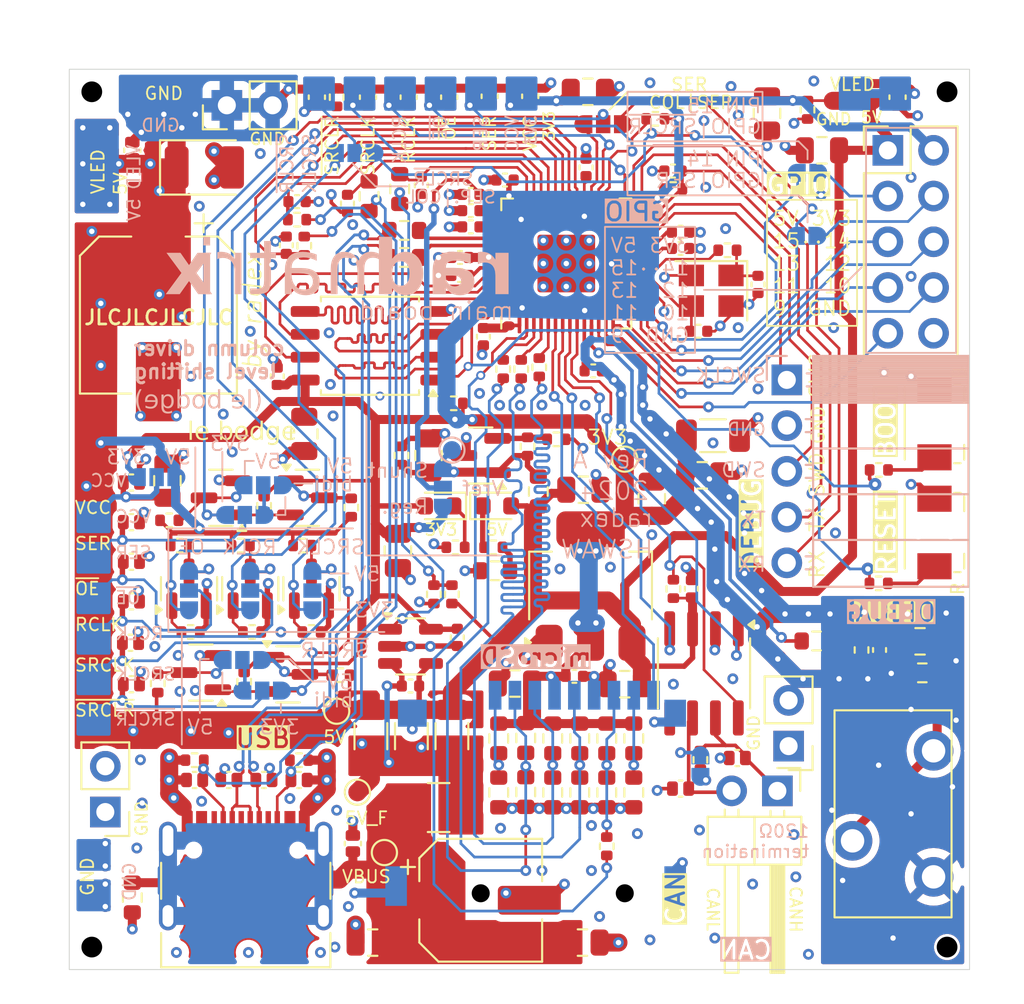
<source format=kicad_pcb>
(kicad_pcb (version 20240108) (generator "pcbnew") (generator_version "8.0")
  (layers (0 "F.Cu" signal) (1 "In1.Cu" power) (2 "In2.Cu" power) (31 "B.Cu" signal) (34 "B.Paste" user) (35 "F.Paste" user) (36 "B.SilkS" user "B.Silkscreen") (37 "F.SilkS" user "F.Silkscreen") (38 "B.Mask" user) (39 "F.Mask" user) (44 "Edge.Cuts" user))
  (net 0 "")
  (net 1 "GND")
  (net 2 "/CC1")
  (net 3 "/CC2")
  (net 4 "/Isense")
  (net 5 "+3V3")
  (net 6 "Vref")
  (net 7 "/rp2040/RP_1V1")
  (net 8 "/~{RESET}")
  (net 9 "+5V")
  (net 10 "/power/5V_FILTERED")
  (net 11 "/power/VBUS")
  (net 12 "/audio/AUDIO_OUT")
  (net 13 "/audio/AUDIO_F")
  (net 14 "/GPIO9")
  (net 15 "/GPIO13")
  (net 16 "/GPIO10")
  (net 17 "/GPIO15")
  (net 18 "/GPIO12")
  (net 19 "/GPIO11")
  (net 20 "/GPIO14")
  (net 22 "/USB_D-")
  (net 24 "/USB_D+")
  (net 25 "/ROW_~{SRCLR}")
  (net 26 "/ROW_SRCLK")
  (net 27 "/ROW_RCLK")
  (net 28 "/ROW_~{OE}")
  (net 29 "/ROW_SER")
  (net 30 "/pads/ROW_VLED")
  (net 31 "/pads/COL_VCC")
  (net 32 "/pads/COL_SER_OUT")
  (net 33 "/pads/COL_~{OE}_OUT")
  (net 34 "/pads/COL_RCLK_OUT")
  (net 35 "/pads/COL_SRCLK_OUT")
  (net 36 "/pads/COL_~{SRCLR}_OUT")
  (net 37 "/COL_SER")
  (net 38 "/pads/COL_SER_5V")
  (net 39 "/CS")
  (net 40 "/CC1_F")
  (net 41 "/CC2_F")
  (net 42 "/SD_MISO")
  (net 43 "/SD_SCLK")
  (net 44 "/SD_MOSI")
  (net 45 "/SD_CS")
  (net 46 "/rp2040/USB_DT+")
  (net 47 "/rp2040/USB_DT-")
  (net 48 "/COL_~{OE}")
  (net 49 "/COL_~{SRCLR}")
  (net 50 "/CAN_S")
  (net 51 "/AUDIO_GPIO")
  (net 52 "/SD_DET")
  (net 53 "/rp2040/SD3")
  (net 54 "/rp2040/SD2")
  (net 55 "/rp2040/SD0")
  (net 56 "/rp2040/SD1")
  (net 57 "/rp2040/QSPI_CLK")
  (net 58 "/CAN_RXD")
  (net 60 "/can/CANH")
  (net 61 "/CAN_TXD")
  (net 62 "/can/CANL")
  (net 63 "/microsd/SD_DAT1")
  (net 64 "/microsd/SD_DAT2")
  (net 65 "/rp2040/XTAL_IN")
  (net 66 "/rp2040/XTAL_OUT_B")
  (net 67 "/rp2040/XTAL_OUT")
  (net 68 "/COL_RCLK")
  (net 69 "/COL_SRCLK")
  (net 70 "/UART_RX")
  (net 71 "/UART_TX")
  (net 72 "/usbc/USB_SHIELD")
  (net 73 "/microsd/SD_MISO_DAT0")
  (net 74 "/microsd/SD_CLK")
  (net 75 "/microsd/SD_MOSI_CMD")
  (net 76 "/microsd/SD_CS_DAT3")
  (net 77 "/5V_sense")
  (net 78 "/SWCLK")
  (net 79 "/SWD")
  (net 80 "/RESET_SW")
  (net 81 "/CS_SW")
  (net 82 "/can/CAN_T_R")
  (net 83 "Net-(JP504-B)")
  (net 84 "Net-(D701-Pad1)")
  (net 85 "/power/VREF_SHUNT")
  (net 86 "/power/VREF_REF")
  (net 87 "/ROW_SER_J")
  (net 88 "/ROW_~{SRCLR}_J")
  (net 89 "/5v_sense_F")
  (net 90 "/Isense_F")
  (net 91 "/pads/COL_RCLK_5V")
  (net 92 "/pads/COL_~{OE}_5V")
  (net 93 "/pads/COL_SRCLK_5V")
  (net 94 "/pads/COL_SER_5V_BIDI")
  (net 95 "Net-(JP503-C)")
  (net 96 "/pads/COL_~{SRCLR}_5V_BIDI")
  (net 97 "/pads/COL_~{SRCLR}_5V")
  (net 98 "Net-(JP508-C)")
  (net 99 "Net-(D702-Pad1)")
  (net 100 "Net-(R709-Pad2)")
  (footprint "Resistor_SMD:R_1206_3216Metric" (layer "F.Cu") (at 140 69.2875 90)
    (property "Reference" "R704" (hide yes))
    (property "Value" "100mΩ")
  )
  (footprint "led-matrix:DFN1006_TVS" (layer "F.Cu") (at 122.2 66.4)
    (property "Reference" "D509" (hide yes))
    (property "Value" "H5VL10B")
  )
  (footprint "led-matrix:DFN1006_TVS" (layer "F.Cu") (at 139.85 33.8 90)
    (property "Reference" "D511" (hide yes))
    (property "Value" "H5VL10B")
  )
  (footprint "Resistor_SMD:R_0402_1005Metric" (layer "F.Cu") (at 140 61.41 90)
    (property "Reference" "R701" (hide yes))
    (property "Value" "1k")
  )
  (footprint "Resistor_SMD:R_0402_1005Metric" (layer "F.Cu") (at 124.89 58.7)
    (property "Reference" "R501" (hide yes))
    (property "Value" "5k1")
  )
  (footprint "Resistor_SMD:R_0402_1005Metric" (layer "F.Cu") (at 131.69 58.7)
    (property "Reference" "R510" (hide yes))
    (property "Value" "5k1")
  )
  (footprint "Connector_PinHeader_2.54mm:PinHeader_2x05_P2.54mm_Vertical" (layer "F.Cu") (at 164.21 36.75)
    (property "Reference" "J101" (hide yes))
    (property "Value" "DaughterConn")
  )
  (footprint "Resistor_SMD:R_0603_1608Metric" (layer "F.Cu") (at 144.1 72.3875 -90)
    (property "Reference" "R215" (hide yes))
    (property "Value" "10k")
  )
  (footprint "Capacitor_SMD:C_0805_2012Metric" (layer "F.Cu") (at 124.2 55.1 90)
    (property "Reference" "C504" (hide yes))
    (property "Value" "22u")
  )
  (footprint "led-matrix:SolderJumper-3_Open_RoundedPad_Smol" (layer "F.Cu") (at 162.25 34 180)
    (property "Reference" "JP504" (hide yes))
    (property "Value" "SolderJumper_3_Open")
  )
  (footprint "Resistor_SMD:R_0402_1005Metric" (layer "F.Cu") (at 153.8 70.6 90)
    (property "Reference" "R602" (hide yes))
    (property "Value" "120R")
  )
  (footprint "Resistor_SMD:R_0402_1005Metric" (layer "F.Cu") (at 131.51 70.62)
    (property "Reference" "R302" (hide yes))
    (property "Value" "5k1")
  )
  (footprint "Capacitor_SMD:C_0402_1005Metric" (layer "F.Cu") (at 141.75 47.1 -90)
    (property "Reference" "C404" (hide yes))
    (property "Value" "100n")
  )
  (footprint "led-matrix:DFN1006_TVS" (layer "F.Cu") (at 125.71 71.72 180)
    (property "Reference" "D302" (hide yes))
    (property "Value" "H5VL10B")
  )
  (footprint "Resistor_SMD:R_0402_1005Metric" (layer "F.Cu") (at 131.4 40.6)
    (property "Reference" "R104" (hide yes))
    (property "Value" "5k1")
  )
  (footprint "TestPoint:TestPoint_Pad_D1.0mm" (layer "F.Cu") (at 136.25 75.75)
    (property "Reference" "TP702" (hide yes))
    (property "Value" "TestPoint")
  )
  (footprint "Resistor_SMD:R_0402_1005Metric" (layer "F.Cu") (at 140.2 58.8)
    (property "Reference" "R708" (hide yes))
    (property "Value" "680R")
  )
  (footprint "Capacitor_Tantalum_SMD:CP_EIA-3528-15_AVX-H" (layer "F.Cu") (at 126.25 37.7)
    (property "Reference" "C503" (hide yes))
    (property "Value" "100u")
  )
  (footprint "Resistor_SMD:R_0402_1005Metric" (layer "F.Cu") (at 123.6625 66.35625 90)
    (property "Reference" "R513" (hide yes))
    (property "Value" "5k1")
  )
  (footprint "Resistor_SMD:R_0603_1608Metric" (layer "F.Cu") (at 150.1 72.4125 -90)
    (property "Reference" "R211" (hide yes))
    (property "Value" "10k")
  )
  (footprint "led-matrix:DFN1006_TVS" (layer "F.Cu") (at 164.75 33.8 -90)
    (property "Reference" "D501" (hide yes))
    (property "Value" "H5VL10B")
  )
  (footprint "led-matrix:DFN1006_TVS" (layer "F.Cu") (at 129.56 71.72)
    (property "Reference" "D305" (hide yes))
    (property "Value" "H5VL10B")
  )
  (footprint "Capacitor_SMD:C_0805_2012Metric" (layer "F.Cu") (at 166 64.02)
    (property "Reference" "C801" (hide yes))
    (property "Value" "47u")
  )
  (footprint "Capacitor_SMD:C_0402_1005Metric" (layer "F.Cu") (at 141.05 40.1 180)
    (property "Reference" "C411" (hide yes))
    (property "Value" "1u")
  )
  (footprint "led-matrix:DFN1006_TVS" (layer "F.Cu") (at 122.25 36.75 90)
    (property "Reference" "D502" (hide yes))
    (property "Value" "H5VL10B")
  )
  (footprint "Capacitor_SMD:C_0402_1005Metric" (layer "F.Cu") (at 131.4 39.6)
    (property "Reference" "C102" (hide yes))
    (property "Value" "1u")
  )
  (footprint "Connector_PinHeader_2.54mm:PinHeader_1x02_P2.54mm_Vertical" (layer "F.Cu") (at 120.75 73.5 180)
    (property "Reference" "J104" (hide yes))
    (property "Value" "Mechanical")
  )
  (footprint "Resistor_SMD:R_0603_1608Metric" (layer "F.Cu") (at 142.6 72.4125 -90)
    (property "Reference" "R216" (hide yes))
    (property "Value" "10k")
  )
  (footprint "Resistor_SMD:R_0402_1005Metric" (layer "F.Cu") (at 151.3 35 180)
    (property "Reference" "R502" (hide yes))
    (property "Value" "10k")
  )
  (footprint "Capacitor_SMD:C_0805_2012Metric" (layer "F.Cu") (at 147.25 80.75)
    (property "Reference" "C706" (hide yes))
    (property "Value" "22u")
  )
  (footprint "led-matrix:jlcpcb-tooling-hole" (layer "F.Cu") (at 120 33.5)
    (property "Reference" "H503" (hide yes))
    (property "Value" "JLCToolingHole" (hide yes))
  )
  (footprint "Resistor_SMD:R_0402_1005Metric" (layer "F.Cu") (at 128.4625 66.25625 -90)
    (property "Reference" "R514" (hide yes))
    (property "Value" "10k")
  )
  (footprint "Connector_USB:USB_C_Receptacle_HRO_TYPE-C-31-M-12" (layer "F.Cu") (at 128.55 78.22)
    (property "Reference" "J301" (hide yes))
    (property "Value" "USB_C_Receptacle_USB2.0")
  )
  (footprint "Resistor_SMD:R_0402_1005Metric" (layer "F.Cu") (at 137.2 53.7 90)
    (property "Reference" "R711" (hide yes))
    (property "Value" "5k1")
  )
  (footprint "Resistor_SMD:R_0402_1005Metric" (layer "F.Cu") (at 132.2 63.5)
    (property "Reference" "R511" (hide yes))
    (property "Value" "10k")
  )
  (footprint "Resistor_SMD:R_0402_1005Metric" (layer "F.Cu") (at 163.71 54.5)
    (property "Reference" "R102" (hide yes))
    (property "Value" "1k")
  )
  (footprint "Resistor_SMD:R_0603_1608Metric" (layer "F.Cu") (at 137.1 38.9 -90)
    (property "Reference" "R106" (hide yes))
    (property "Value" "1k8")
  )
  (footprint "Capacitor_SMD:C_0402_1005Metric" (layer "F.Cu") (at 140.45 43.7 180)
    (property "Reference" "C409" (hide yes))
    (property "Value" "100n")
  )
  (footprint "Capacitor_SMD:C_0805_2012Metric" (layer "F.Cu") (at 149.6 66.4 180)
    (property "Reference" "C701" (hide yes))
    (property "Value" "4u7")
  )
  (footprint "Resistor_SMD:R_0603_1608Metric" (layer "F.Cu") (at 145.6 69.4125 -90)
    (property "Reference" "R204" (hide yes))
    (property "Value" "10k")
  )
  (footprint "led-matrix:DFN1006_TVS" (layer "F.Cu") (at 155.85 70.5 180)
    (property "Reference" "D601" (hide yes))
    (property "Value" "H5VL10B")
  )
  (footprint "led-matrix:DFN1006_TVS" (layer "F.Cu") (at 137.6 33.8 90)
    (property "Reference" "D512" (hide yes))
    (property "Value" "H5VL10B")
  )
  (footprint "Package_TO_SOT_SMD:SOT-23" (layer "F.Cu") (at 127.17 56.05 180)
    (property "Reference" "Q505" (hide yes))
    (property "Value" "HL2304")
  )
  (footprint "led-matrix:DFN1006_TVS" (layer "F.Cu") (at 127.61 71.72 180)
    (property "Reference" "D304" (hide yes))
    (property "Value" "H5VL10B")
  )
  (footprint "Resistor_SMD:R_0402_1005Metric" (layer "F.Cu") (at 125.49 63.5)
    (property "Reference" "R504" (hide yes))
    (property "Value" "10k")
  )
  (footprint "Resistor_SMD:R_0402_1005Metric" (layer "F.Cu") (at 163.7 60.8)
    (property "Reference" "R101" (hide yes))
    (property "Value" "1k")
  )
  (footprint "Fuse:Fuse_1210_3225Metric_Pad1.42x2.65mm_HandSolder" (layer "F.Cu") (at 139.2625 73.25 180)
    (property "Reference" "F701" (hide yes))
    (property "Value" "6V 3A 50A 6A")
  )
  (footprint "Resistor_SMD:R_0402_1005Metric" (layer "F.Cu") (at 128.2725 58.7)
    (property "Reference" "R508" (hide yes))
    (property "Value" "5k1")
  )
  (footprint "Resistor_SMD:R_0402_1005Metric" (layer "F.Cu") (at 159.75 34.5 -90)
    (property "Reference" "R503" (hide yes))
    (property "Value" "10k")
  )
  (footprint "led-matrix:DFN1006_TVS" (layer "F.Cu") (at 135.34 33.8 90)
    (property "Reference" "D513" (hide yes))
    (property "Value" "H5VL10B")
  )
  (footprint "Capacitor_SMD:C_0402_1005Metric" (layer "F.Cu") (at 137.7 66.5)
    (property "Reference" "C714" (hide yes))
    (property "Value" "100p")
  )
  (footprint "Capacitor_SMD:C_0805_2012Metric" (layer "F.Cu") (at 147.55 33.5)
    (property "Reference" "C501" (hide yes))
    (property "Value" "22u")
  )
  (footprint "Package_TO_SOT_SMD:SOT-223-3_TabPin2" (layer "F.Cu") (at 147.7 60.95 90)
    (property "Reference" "U701" (hide yes))
    (property "Value" "AMS1117-3.3")
  )
  (footprint "led-matrix:DFN1006_TVS" (layer "F.Cu") (at 134.5 75.25 90)
    (property "Reference" "D301" (hide yes))
    (property "Value" "H5VL10B")
  )
  (footprint "Capacitor_SMD:C_0402_1005Metric" (layer "F.Cu") (at 147.45 37.7 90)
    (property "Reference" "C402" (hide yes))
    (property "Value" "100n")
  )
  (footprint "Capacitor_SMD:C_0402_1005Metric" (layer "F.Cu") (at 152.7 41.3)
    (property "Reference" "C410" (hide yes))
    (property "Value" "100n")
  )
  (footprint "Resistor_SMD:R_0402_1005Metric" (layer "F.Cu") (at 131.8 42.05 90)
    (property "Reference" "R103" (hide yes))
    (property "Value" "5k1")
  )
  (footprint "Resistor_SMD:R_0603_1608Metric" (layer "F.Cu") (at 142.4 60.1)
    (property "Reference" "R710" (hide yes))
    (property "Value" "470R")
  )
  (footprint "Capacitor_SMD:CP_Elec_8x10.5" (layer "F.Cu") (at 123.7 45.9 -90)
    (property "Reference" "C502" (hide yes))
    (property "Value" "470u")
  )
  (footprint "led-matrix:jlcpcb-tooling-hole" (layer "F.Cu") (at 167.5 81)
    (property "Reference" "H502" (hide yes))
    (property "Value" "JLCToolingHole" (hide yes))
  )
  (footprint "Crystal:Crystal_SMD_3225-4Pin_3.2x2.5mm" (layer "F.Cu") (at 154.4 44.55 180)
    (property "Reference" "X401" (hide yes))
    (property "Value" "12MHz")
  )
  (footprint "Capacitor_SMD:C_0402_1005Metric" (layer "F.Cu") (at 140.45 42.7 180)
    (property "Reference" "C405" (hide yes))
    (property "Value" "100n")
  )
  (footprint "Resistor_SMD:R_0402_1005Metric" (layer "F.Cu") (at 140.1 50.8 180)
    (property "Reference" "R405" (hide yes))
    (property "Value" "10k")
  )
  (footprint "Resistor_SMD:R_1206_3216Metric" (layer "F.Cu") (at 135.5 69.2875 90)
    (property "Reference" "R702" (hide yes))
    (property "Value" "100mΩ")
  )
  (footprint "TestPoint:TestPoint_Pad_D1.0mm" (layer "F.Cu") (at 133.6 67.9)
    (property "Reference" "TP705" (hide yes))
    (property "Value" "TestPoint")
  )
  (footprint "Capacitor_SMD:C_0805_2012Metric" (layer "F.Cu") (at 151.1 56.1 90)
    (property "Reference" "C702" (hide yes))
    (property "Value" "4u7")
  )
  (footprint "Resistor_SMD:R_0603_1608Metric" (layer "F.Cu") (at 160.25 64)
    (property "Reference" "R801" (hide yes))
    (property "Value" "220R")
  )
  (footprint "Resistor_SMD:R_0402_1005Metric" (layer "F.Cu") (at 133.6 33.8 90)
    (property "Reference" "R505" (hide yes))
    (property "Value" "10k")
  )
  (footprint "Resistor_SMD:R_0603_1608Metric" (layer "F.Cu") (at 142.6 69.4125 -90)
    (property "Reference" "R206" (hide yes))
    (property "Value" "10k")
  )
  (footprint "Resistor_SMD:R_0402_1005Metric" (layer "F.Cu") (at 144.85 48.8 -90)
    (property "Reference" "R208" (hide yes))
    (property "Value" "33R")
  )
  (footprint "Capacitor_SMD:CP_Elec_6.3x7.7" (layer "F.Cu") (at 141.6 78.4)
    (property "Reference" "C705" (hide yes))
    (property "Value" "100u")
  )
  (footprint "Resistor_SMD:R_0603_1608Metric" (layer "F.Cu") (at 144.8 55.7 -90)
    (property "Reference" "R706" (hide yes))
    (property "Value" "470R")
  )
  (footprint "Resistor_SMD:R_0402_1005Metric" (layer "F.Cu") (at 133.81 65.9 180)
    (property "Reference" "R515" (hide yes))
    (property "Value" "5k1")
  )
  (footprint "Resistor_SMD:R_0402_1005Metric" (layer "F.Cu") (at 129.57 56.49 -90)
    (property "Reference" "R506" (hide yes))
    (property "Value" "10k")
  )
  (footprint "Resistor_SMD:R_0603_1608Metric" (layer "F.Cu") (at 148.6 72.4125 -90)
    (property "Reference" "R212" (hide yes))
    (property "Value" "10k")
  )
  (footprint "Diode_SMD:D_0603_1608Metric" (layer "F.Cu") (at 142.5 56.5)
    (property "Reference" "D702" (hide yes))
    (property "Value" "LED")
  )
  (footprint "Resistor_SMD:R_0402_1005Metric" (layer "F.Cu") (at 144.2 53.2 90)
    (property "Reference" "R707" (hide yes))
    (property "Value" "680R")
  )
  (footprint "Capacitor_SMD:C_0402_1005Metric" (layer "F.Cu") (at 157 44.2 90)
    (property "Reference" "C415" (hide yes))
    (property "Value" "33p")
  )
  (footprint "Resistor_SMD:R_0603_1608Metric" (layer "F.Cu") (at 144.1 69.3875 -90)
    (property "Reference" "R205" (hide yes))
    (property "Value" "10k")
  )
  (footprint "led-matrix:DFN1006_TVS" (layer "F.Cu") (at 132.5 33.8 90)
    (property "Reference" "D514" (hide yes))
    (property "Value" "H5VL10B")
  )
  (footprint "led-matrix:DFN1006_TVS" (layer "F.Cu") (at 122.2 57.4)
    (property "Reference" "D505" (hide yes))
    (property "Value" "H5VL10B")
  )
  (footprint "led-matrix:DFN1006_TVS" (layer "F.Cu") (at 122.2 55.2)
    (property "Reference" "D503" (hide yes))
    (property "Value" "H5VL10B")
  )
  (footprint "Resistor_SMD:R_0402_1005Metric" (layer "F.Cu") (at 148.6 75.4 90)
    (property "Reference" "R210" (hide yes))
    (property "Value" "33R")
  )
  (footprint "led-matrix:RP2040-QFN-56" (layer "F.Cu") (at 146.3525 43.0375 90)
    (property "Reference" "U401" (hide yes))
    (property "Value" "RP2040")
  )
  (footprint "led-matrix:DFN1006_TVS" (layer "F.Cu") (at 131.51 71.72)
    (property "Reference" "D303" (hide yes))
    (property "Value" "H5VL10B")
  )
  (footprint "led-matrix:SolderJumper-3_Open_RoundedPad_Smol" (layer "F.Cu") (at 148.4 35.300001 180)
    (property "Reference" "JP103" (hide yes))
    (property "Value" "SolderJumper_3_Open")
  )
  (footprint "led-matrix:DFN1006_TVS" (layer "F.Cu") (at 144.35 33.75 90)
    (property "Reference" "D504" (hide yes))
    (property "Value" "H5VL10B")
  )
  (footprint "Package_TO_SOT_SMD:SOT-23" (layer "F.Cu") (at 126.0625 65.75625 180)
    (property "Reference" "Q506" (hide yes))
    (property "Value" "HL2304")
  )
  (footprint "Resistor_SMD:R_0402_1005Metric" (layer "F.Cu") (at 139 61.41 -90)
    (property "Reference" "R705" (hide yes))
    (property "Value" "1k5")
  )
  (footprint "Package_SO:SOIC-8_3.9x4.9mm_P1.27mm" (layer "F.Cu") (at 154 65.8 -90)
    (property "Reference" "U601" (hide yes))
    (property "Value" "TJA1050T")
  )
  (footprint "Resistor_SMD:R_0603_1608Metric" (layer "F.Cu") (at 122.25 78.25 -90)
    (property "Reference" "R303" (hide yes))
    (property "Value" "0R")
  )
  (footprint "Package_TO_SOT_SMD:SOT-23" (layer "F.Cu") (at 130.9 65.85625)
    (property "Reference" "Q507" (hide yes))
    (property "Value" "HL2304")
  )
  (footprint "Resistor_SMD:R_0402_1005Metric" (layer "F.Cu") (at 162.75 64.5 90)
    (property "Reference" "R802" (hide yes))
    (property "Value" "100R")
  )
  (footprint "Resistor_SMD:R_0402_1005Metric" (layer "F.Cu") (at 142.85 48.9 -90)
    (property "Reference" "R207" (hide yes))
    (property "Value" "33R")
  )
  (footprint "Capacitor_SMD:C_0402_1005Metric" (layer "F.Cu") (at 130.3 49.3 -90)
    (property "Reference" "C416" (hide yes))
    (property "Value" "100n")
  )
  (footprint "led-matrix:jlcpcb-tooling-hole" (layer "F.Cu") (at 120 81)
    (property "Reference" "H504" (hide yes))
    (property "Value" "JLCToolingHole" (hide yes))
  )
  (footprint "Capacitor_SMD:C_0805_2012Metric" (layer "F.Cu") (at 143.5 66.3625 180)
    (property "Reference" "C202" (hide yes))
    (property "Value" "22u")
  )
  (footprint "Package_TO_SOT_SMD:SOT-23" (layer "F.Cu") (at 128.8 61.1 90)
    (property "Reference" "Q502" (hide yes))
    (property "Value" "HL2304")
  )
  (footprint "Resistor_SMD:R_0402_1005Metric" (layer "F.Cu") (at 142.3 58.8)
    (property "Reference" "R709" (hide yes))
    (property "Value" "2k")
  )
  (footprint "Diode_SMD:D_0603_1608Metric" (layer "F.Cu") (at 139.3 56.5 180)
    (property "Reference" "D701" (hide yes))
    (property "Value" "LED")
  )
  (footprint "Resistor_SMD:R_0603_1608Metric" (layer "F.Cu") (at 147.1 72.4125 -90)
    (property "Reference" "R213" (hide yes))
    (property "Value" "10k")
  )
  (footprint "led-matrix:DFN1006_TVS" (layer "F.Cu") (at 122.15 64.1)
    (property "Reference" "D508" (hide yes))
    (property "Value" "H5VL10B")
  )
  (footprint "Capacitor_SMD:C_0402_1005Metric" (layer "F.Cu") (at 141.05 39.2 180)
    (property "Reference" "C408" (hide yes))
    (property "Value" "100n")
  )
  (footprint "Resistor_SMD:R_0402_1005Metric" (layer "F.Cu") (at 143.85 48.9 -90)
    (property "Reference" "R209" (hide yes))
    (property "Value" "33R")
  )
  (footprint "Resistor_SMD:R_0603_1608Metric" (layer "F.Cu") (at 137.35 42.7)
    (property "Reference" "R402" (hide yes))
    (property "Value" "27R")
  )
  (footprint "Capacitor_SMD:C_0805_2012Metric" (layer "F.Cu") (at 137 59 -90)
    (property "Reference" "C505" (hide yes))
    (property "Value" "22u")
  )
  (footprint "Resistor_SMD:R_0603_1608Metric" (layer "F.Cu") (at 166.125 65.77)
    (property "Reference" "R803" (hide yes))
    (property "Value" "1k8")
  )
  (footprint "Capacitor_SMD:C_0805_2012Metric" (layer "F.Cu") (at 135.6 80.75 180)
    (property "Reference" "C708" (hide yes))
    (property "Value" "22u")
  )
  (footprint "Capacitor_SMD:C_0402_1005Metric" (layer "F.Cu") (at 153.3 61.1 90)
    (property "Reference" "C601" (hide yes))
    (property "Value" "100n")
  )
  (footprint "Resistor_SMD:R_0402_1005Metric" (layer "F.Cu") (at 145.8 52.8)
    (property "Reference" "R712" (hide yes))
    (property "Value" "2k")
  )
  (footprint "Package_TO_SOT_SMD:SOT-23" (layer "F.Cu") (at 132.2 61.1 90)
    (property "Reference" "Q504" (hide yes))
    (property "Value" "HL2304")
  )
  (footprint "Capacitor_SMD:C_0402_1005Metric" (layer "F.Cu") (at 134.2 39.7 -90)
    (property "Reference" "C103" (hide yes))
    (property "Value" "1u")
  )
  (footprint "led-matrix:DFN1006_TVS" (layer "F.Cu") (at 152.7 72.2 180)
    (property "Reference" "D602" (hide yes))
    (property "Value" "H5VL10B")
  )
  (footprint "Capacitor_SMD:C_0805_2012Metric" (layer "F.Cu") (at 157.5 34.7 -90)
    (property "Reference" "C105" (hide yes))
    (property "Value" "22u")
  )
  (footprint "Capacitor_SMD:C_0805_2012Metric" (layer "F.Cu") (at 138.7 53.7 90)
    (property "Reference" "C712" (hide yes))
    (property "Value" "4u7")
  )
  (footprint "Resistor_SMD:R_0603_1608Metric" (layer "F.Cu") (at 135.4 39.3 -90)
    (property "Reference" "R105" (hide yes))
    (property "Value" "1k8")
  )
  (footprint "Resistor_SMD:R_0402_1005Metric" (layer "F.Cu") (at 134.41 56.59 90)
    (property "Reference" "R512" (hide yes))
    (property "Value" "5k1")
  )
  (footprint "Connector_PinHeader_2.54mm:PinHeader_1x02_P2.54mm_Vertical" (layer "F.Cu") (at 158.7 69.84 180)
    (property "Reference" "J102" (hide yes))
    (property "Value" "Mechanical")
  )
  (footprint "Package_TO_SOT_SMD:SOT-23" (layer "F.Cu") (at 131.97 56.05)
    (property "Reference" "Q501" (hide yes))
    (property "Value" "HL2304")
  )
  (footprint "Capacitor_SMD:C_0402_1005Metric" (layer "F.Cu") (at 142.95 38.4 180)
    (property "Reference" "C401" (hide yes))
    (property "Value" "100n")
  )
  (footprint "led-matrix:DFN1006_TVS" (layer "F.Cu") (at 142.1 33.75 90)
    (property "Reference" "D510" (hide yes))
    (property "Value" "H5VL10B")
  )
  (footprint "Capacitor_SMD:C_0805_2012Metric" (layer "F.Cu") (at 131.8 52.5 -90)
    (property "Reference" "C418" (hide yes))
    (property "Value" "22u")
  )
  (footprint "Capacitor_SMD:C_0402_1005Metric" (layer "F.Cu") (at 146.8 65.9625)
    (property "Reference" "C201" (hide yes))
    (property "Value" "100n")
  )
  (footprint "Resistor_SMD:R_0402_1005Metric" (layer "F.Cu") (at 128.9 63.5)
    (property "Reference" "R509" (hide yes))
    (property "Value" "10k")
  )
  (footprint "Resistor_SMD:R_0603_1608Metric" (layer "F.Cu") (at 137.35 41.2)
    (property "Reference" "R403" (hide yes))
    (property "Value" "27R")
  )
  (footprint "Capacitor_SMD:C_0805_2012Metric" (layer "F.Cu") (at 147.3 55.6)
    (property "Reference" "C711" (hide yes))
    (property "Value" "4u7")
  )
  (footprint "Package_SO:SOIC-8_5.23x5.23mm_P1.27mm" (layer "F.Cu") (at 135.45 47.605 180)
    (property "Reference" "U402" (hide yes))
    (property "Value" "W25Q128JVSIQ")
  )
  (footprint "Connector_PinHeader_2.54mm:PinHeader_1x02_P2.54mm_Vertical" (layer "F.Cu") (at 127.5 34.25 90)
    (property "Reference" "J103" (hide yes))
    (property "Value" "Mechanical")
  )
  (footprint "Package_TO_SOT_SMD:SOT-23" (layer "F.Cu") (at 141.6 53.7 180)
    (property "Reference" "U704" (hide yes))
    (property "Value" "CJ431")
  )
  (footprint "Capacitor_SMD:C_0402_1005Metric" (layer "F.Cu") (at 141.05 41)
    (property "Reference" "C412" (hide yes))
    (property "Value" "1u")
  )
  (footprint "Resistor_SMD:R_1206_3216Metric" (layer "F.Cu") (at 137.75 69.2875 90)
    (property "Reference" "R703" (hide yes))
    (property "Value" "100mΩ")
  )
  (footprint "led-matrix:DFN1006_TVS" (layer "F.Cu") (at 122.2 61.8)
    (property "Reference" "D507" (hide yes))
    (property "Value" "H5VL10B")
  )
  (footprint "led-matrix:3.5mm-audio-jack" (layer "F.Cu") (at 164.5 75.1)
    (property "Reference" "J801" (hide yes))
    (property "Value" "AudioJack3_Ground")
  )
  (footprint "Capacitor_SMD:C_0402_1005Metric" (layer "F.Cu") (at 152.7 42.2)
    (property "Reference" "C403" (hide yes))
    (property "Value" "100n")
  )
  (footprint "Capacitor_SMD:C_0402_1005Metric" (layer "F.Cu") (at 147.85 49)
    (property "Reference" "C407" (hide yes))
    (property "Value" "100n")
  )
  (footprint "Resistor_SMD:R_0603_1608Metric" (layer "F.Cu") (at 148.6 69.4125 -90)
    (property "Reference" "R202" (hide yes))
    (property "Value" "10k")
  )
  (footprint "Capacitor_SMD:C_0402_1005Metric" (layer "F.Cu") (at 140.3 63.8 -90)
    (property "Reference" "C707" (hide yes))
    (property "Value" "100n")
  )
  (footprint "Package_TO_SOT_SMD:SOT-23-5" (layer "F.Cu") (at 137.7 64.3)
    (property "Reference" "U702" (hide yes))
    (property "Value" "INA180A1")
  )
  (footprint "Resistor_SMD:R_0603_1608Metric" (layer "F.Cu") (at 150.1 69.4125 -90)
    (property "Reference" "R201" (hide yes))
    (property "Value" "10k")
  )
  (footprint "Capacitor_SMD:C_0402_1005Metric" (layer "F.Cu") (at 130.8 42.02 90)
    (property "Reference" "C101" (hide yes))
    (property "Value" "1u")
  )
  (footprint "Resistor_SMD:R_0402_1005Metric" (layer "F.Cu") (at 152.29 38.9)
    (property "Reference" "R401" (hide yes))
    (property "Value" "10k")
  )
  (footprint "Package_TO_SOT_SMD:SOT-23" (layer "F.Cu") (at 125.4 61.1 90)
    (property "Reference" "Q503" (hide yes))
    (property "Value" "HL2304")
  )
  (footprint "Capacitor_SMD:C_0402_1005Metric" (layer "F.Cu") (at 152.28 37.9 180)
    (property "Reference" "C413" (hide yes))
    (property "Value" "1u")
  )
  (footprint "TestPoint:TestPoint_Pad_D1.0mm" (layer "F.Cu") (at 134.75 72.4)
    (property "Reference" "TP703" (hide yes))
    (property "Value" "TestPoint")
  )
  (footprint "Resistor_SMD:R_0402_1005Metric" (layer "F.Cu") (at 124.3 57.3)
    (property "Reference" "R507" (hide yes))
    (property "Value" "5k1")
  )
  (footprint "led-matrix:DFN1006_TVS" (layer "F.Cu") (at 122.2 59.6)
    (property "Reference" "D506" (hide yes))
    (property "Value" "H5VL10B")
  )
  (footprint "Capacitor_SMD:C_0805_2012Metric" (layer "F.Cu") (at 160.55 36.75 180)
    (property "Reference" "C106" (hide yes))
    (property "Value" "22u")
  )
  (footprint "Capacitor_SMD:C_1206_3216Metric" (layer "F.Cu") (at 154.5 52.6)
    (property "Reference" "C713" (hide yes))
    (property "Value" "100u")
  )
  (footprint "Capacitor_SMD:C_0805_2012Metric" (layer "F.Cu") (at 153.9 54.8)
    (property "Reference" "C703" (hide yes))
    (property "Value" "22u")
  )
  (footprint "Connector_PinHeader_2.54mm:PinHeader_1x02_P2.54mm_Horizontal" (layer "F.Cu") (at 158.075 72.325 -90)
    (property "Reference" "J601" (hide yes))
    (property "Value" "CANConn")
  )
  (footprint "Resistor_SMD:R_0402_1005Metric" (layer "F.Cu") (at 152.3 61.109999 90)
    (property "Reference" "R601" (hide yes))
    (property "Value" "10k")
  )
  (footprint "TestPoint:TestPoint_Pad_D1.0mm" (layer "F.Cu") (at 149.6 53.9 90)
    (property "Reference" "TP701" (hide yes))
    (property "Value" "TestPoint")
  )
  (footprint "Capacitor_SMD:C_0402_1005Metric" (layer "F.Cu") (at 153.7 46.8 180)
    (property "Reference" "C414" (hide yes))
    (property "Value" "33p")
  )
  (footprint "led-matrix:jlcpcb-tooling-hole" (layer "F.Cu") (at 167.5 33.5 -90)
    (property "Reference" "H501" (hide yes))
    (property "Value" "JLCToolingHole" (hide yes))
  )
  (footprint "Resistor_SMD:R_0402_1005Metric" (layer "F.Cu") (at 155.3 42.3 180)
    (property "Reference" "R404" (hide yes))
    (property "Value" "1k")
  )
  (footprint "Capacitor_SMD:C_0402_1005Metric" (layer "F.Cu") (at 163.75 64.5 -90)
    (property "Reference" "C802" (hide yes))
    (property "Value" "100n")
  )
  (footprint "led-matrix:HY-C-03" (layer "F.Cu") (at 166.8 57.975 -90)
    (property "Reference" "SW101" (hide yes))
    (property "Value" "SW")
  )
  (footprint "Resistor_SMD:R_0603_1608Metric" (layer "F.Cu") (at 147.1 69.4125 -90)
    (property "Reference" "R203" (hide yes))
    (property "Value" "10k")
  )
  (footprint "Resistor_SMD:R_0603_1608Metric" (layer "F.Cu") (at 145.6 72.4125 -90)
    (property "Reference" "R214" (hide yes))
    (property "Value" "10k")
  )
  (footprint "Capacitor_SMD:C_0402_1005Metric" (layer "F.Cu") (at 138.3 38.69 -90)
    (property "Reference" "C104" (hide yes))
    (property "Value" "1u")
  )
  (footprint "Resistor_SMD:R_0402_1005Metric" (layer "F.Cu") (at 125.71 70.62 180)
    (property "Reference" "R301" (hide yes))
    (property "Value" "5k1")
  )
  (footprint "led-matrix:HY-C-03" (layer "F.Cu") (at 166.8 51.924999 -90)
    (property "Reference" "SW102" (hide yes))
    (property "Value" "SW")
  )
  (footprint "led-matrix:SolderJumper-3_Open_RoundedPad_Smol" (layer "B.Cu") (at 129.4625 66.75625 180)
    (property "Reference" "JP509" (hide yes))
    (property "Value" "SolderJumper_3_Open")
  )
  (footprint "led-matrix:solder-pad-2.25mm" (layer "B.Cu") (at 133.75 32.25 180)
    (property "Reference" "J504" (hide yes))
    (property "Value" "Conn_01x01")
  )
  (footprint "led-matrix:SolderJumper-2_Open_RoundedPad_Smol" (layer "B.Cu") (at 159.7 41.5)
    (property "Reference" "JP101" (hide yes))
    (property "Value" "SolderJumper_2_Open")
  )
  (footprint "led-matrix:SolderJumper-3_Open_RoundedPad_Smol" (layer "B.Cu") (at 128.3625 65.05625 180)
    (property "Reference" "JP508" (hide yes))
    (property "Value" "SolderJumper_3_Open")
  )
  (footprint "led-matrix:SolderJumper-3_Open_RoundedPad_Smol" (layer "B.Cu") (at 123.6 54.900001)
    (property "Reference" "JP501" (hide yes))
    (property "Value" "SolderJumper_3_Open")
  )
  (footprint "Connector_PinSocket_2.54mm:PinSocket_1x05_P2.54mm_Horizontal" (layer "B.Cu") (at 158.6 49.5 180)
    (property "Reference" "J105" (hide yes))
    (property "Value" "DebugConn")
  )
  (footprint "led-matrix:micro-sd-tf-push" (layer "B.Cu") (at 144.65 67.8125 180)
    (property "Reference" "U201" (hide yes))
    (property "Value" "SHOU HAN TF PUSH")
  )
  (footprint "led-matrix:solder-pad-2.25mm" (layer "B.Cu") (at 131.5 32.25 180)
    (property "Reference" "J503" (hide yes))
    (property "Value" "Conn_01x01")
  )
  (footprint "led-matrix:SolderJumper-2_Open_RoundedPad_Smol" (layer "B.Cu") (at 159.75 38)
    (property "Reference" "JP102" (hide yes))
    (property "Value" "SolderJumper_2_Open")
  )
  (footprint "led-matrix:solder-pad-2.25mm" (layer "B.Cu") (at 138.25 32.25 180)
    (property "Reference" "J506" (hide yes))
    (property "Value" "Conn_01x01")
  )
  (footprint "led-matrix:solder-pad-2.25mm" (layer "B.Cu") (at 124 32.25 180)
    (property "Reference" "J501" (hide yes))
    (property "Value" "Conn_01x01")
  )
  (footprint "led-matrix:solder-pad-2.25mm" (layer "B.Cu") (at 118.75 64.9975 -90)
    (property "Reference" "J516" (hide yes))
    (property "Value" "Conn_01x01")
  )
  (footprint "led-matrix:solder-pad-2.25mm" (layer "B.Cu") (at 118.75 39.75 -90)
    (property "Reference" "J511" (hide yes))
    (property "Value" "Conn_01x01")
  )
  (footprint "led-matrix:solder-pad-2.25mm" (layer "B.Cu") (at 118.75 62.7475 -90)
    (property "Reference" "J515" (hide yes))
    (property "Value" "Conn_01x01")
  )
  (footprint "led-matrix:SolderJumper-3_Open_RoundedPad_Smol" (layer "B.Cu") (at 139.5 55.5 -90)
    (property "Reference" "JP701" (hide yes))
    (property "Value" "SolderJumper_3_Open")
  )
  (footprint "led-matrix:solder-pad-2.25mm" (layer "B.Cu") (at 136 32.25 180)
    (property "Reference" "J505" (hide yes))
    (property "Value" "Conn_01x01")
  )
  (footprint "led-matrix:solder-pad-2.25mm" (layer "B.Cu") (at 161.2475 32.25 180)
    (property "Reference" "J509" (hide yes))
    (property "Value" "Conn_01x01")
  )
  (footprint "led-matrix:solder-pad-2.25mm" (layer "B.Cu") (at 118.75 69.5 -90)
    (property "Reference" "J518" (hide yes))
    (property "Value" "Conn_01x01")
  )
  (footprint "led-matrix:SolderJumper-3_Open_RoundedPad_Smol" (layer "B.Cu") (at 128.800001 61.2 90)
    (property "Reference" "JP502" (hide yes))
    (property "Value" "SolderJumper_3_Open")
  )
  (footprint "led-matrix:SolderJumper-3_Open_RoundedPad_Smol" (layer "B.Cu") (at 132.25 61.2 90)
    (property "Reference" "JP506" (hide yes))
    (property "Value" "SolderJumper_3_Open")
  )
  (footprint "led-matrix:solder-pad-2.25mm" (layer "B.Cu") (at 163.4975 32.25 180)
    (property "Reference" "J510" (hide yes))
    (property "Value" "Conn_01x01")
  )
  (footprint "led-matrix:SolderJumper-3_Open_RoundedPad_Smol" (layer "B.Cu") (at 134.6 36.9 180)
    (property "Reference" "JP104" (hide yes))
    (property "Value" "SolderJumper_3_Open")
  )
  (footprint "led-matrix:solder-pad-2.25mm" (layer "B.Cu") (at 118.75 79.25 -90)
    (property "Reference" "J520" (hide yes))
    (property "Value" "Conn_01x01")
  )
  (footprint "led-matrix:solder-pad-2.25mm" (layer "B.Cu") (at 121.75 32.25 180)
    (property "Reference" "J502" (hide yes))
    (property "Value" "Conn_01x01")
  )
  (footprint "led-matrix:solder-pad-2.25mm" (layer "B.Cu") (at 140.5 32.25 180)
    (property "Reference" "J507" (hide yes))
    (property "Value" "Conn_01x01")
  )
  (footprint "led-matrix:solder-pad-2.25mm" (layer "B.Cu") (at 118.75 37.5 -90)
    (property "Reference" "J512" (hide yes))
    (property "Value" "Conn_01x01")
  )
  (footprint "led-matrix:SolderJumper-3_Open_RoundedPad_Smol" (layer "B.Cu") (at 129.52 55.35 180)
    (property "Reference" "JP503" (hide yes))
    (property "Value" "SolderJumper_3_Open")
  )
  (footprint "led-matrix:solder-pad-2.25mm" (layer "B.Cu") (at 118.75 77 -90)
    (property "Reference" "J519" (hide yes))
    (property "Value" "Conn_01x01")
  )
  (footprint "led-matrix:solder-pad-2.25mm" (layer "B.Cu") (at 118.75 67.2475 -90)
    (property "Reference" "J517" (hide yes))
    (property "Value" "Conn_01x01")
  )
  (footprint "led-matrix:solder-pad-2.25mm" (layer "B.Cu") (at 118.75 60.4975 -90)
    (property "Reference" "J514" (hide yes))
    (property "Value" "Conn_01x01")
  )
  (footprint "led-matrix:solder-pad-2.25mm" (layer "B.Cu") (at 118.75 58.2475 -90)
    (property "Reference" "J513" (hide yes))
    (property "Value" "Conn_01x01")
  )
  (footprint "led-matrix:solder-pad-2.25mm" (layer "B.Cu") (at 142.75 32.25 180)
    (property "Reference" "J508" (hide yes))
    (property "Value" "Conn_01x01")
  )
  (footprint "led-matrix:SolderJumper-3_Open_RoundedPad_Smol" (layer "B.Cu") (at 125.4 61.2 90)
    (property "Reference" "JP505" (hide yes))
    (property "Value" "SolderJumper_3_Open")
  )
  (footprint "TestPoint:TestPoint_Pad_D1.0mm" (layer "B.Cu") (at 140 53.4 90)
    (property "Reference" "TP707" (hide yes))
    (property "Value" "TestPoint")
  )
  (footprint "led-matrix:SolderJumper-2_Open_RoundedPad_Smol" (layer "B.Cu") (at 153.8 70.95 -90)
    (property "Reference" "JP601" (hide yes))
    (property "Value" "SolderJumper_2_Open")
  )
  (footprint "led-matrix:SolderJumper-3_Open_RoundedPad_Smol" (layer "B.Cu") (at 128.5 57.000001)
    (property "Reference" "JP507" (hide yes))
    (property "Value" "SolderJumper_3_Open")
  )
  (gr_line (start 130.75 57) (end 130.75 56) (stroke (width 0.1)) (layer "B.SilkS"))
  (gr_line (start 159.75 36.75) (end 159.25 36.25) (stroke (width 0.1)) (layer "B.SilkS"))
  (gr_line (start 126.5 65) (end 126 65) (stroke (width 0.1)) (layer "B.SilkS"))
  (gr_line (start 157.25 39.25) (end 159.25 39.25) (stroke (width 0.1)) (layer "B.SilkS"))
  (gr_line (start 131 65) (end 132.25 66.25) (stroke (width 0.1)) (layer "B.SilkS"))
  (gr_rect (start 148.5 41) (end 153.5 48) (stroke (width 0.1)) (fill none) (layer "B.SilkS"))
  (gr_line (start 133.25 60.25) (end 134.25 60.25) (stroke (width 0.1)) (layer "B.SilkS"))
  (gr_line (start 132.25 55.25) (end 131.25 55.25) (stroke (width 0.1)) (layer "B.SilkS"))
  (gr_rect (start 163 35.5) (end 168 48) (stroke (width 0.1)) (fill none) (layer "B.SilkS"))
  (gr_line (start 159.25 36.25) (end 157.25 36.25) (stroke (width 0.1)) (layer "B.SilkS"))
  (gr_line (start 134.5 57.75) (end 124.25 57.75) (stroke (width 0.1)) (layer "B.SilkS"))
  (gr_line (start 134.5 37.5) (end 135.75 38.75) (stroke (width 0.1)) (layer "B.SilkS"))
  (gr_line (start 137.5 38.75) (end 135.75 38.75) (stroke (width 0.1)) (layer "B.SilkS"))
  (gr_line (start 128.5 54) (end 129 54) (stroke (width 0.1)) (layer "B.SilkS"))
  (gr_line (start 130.25 65) (end 131 65) (stroke (width 0.1)) (layer "B.SilkS"))
  (gr_line (start 127.75 66.75) (end 127.25 66.75) (stroke (width 0.1)) (layer "B.SilkS"))
  (gr_line (start 159.75 39.75) (end 159.25 39.25) (stroke (width 0.1)) (layer "B.SilkS"))
  (gr_line (start 159.75 40.75) (end 159.75 39.75) (stroke (width 0.1)) (layer "B.SilkS"))
  (gr_line (start 126 65) (end 126 68) (stroke (width 0.1)) (layer "B.SilkS"))
  (gr_rect (start 149.75 33.5) (end 157.25 36.25) (stroke (width 0.1)) (fill none) (layer "B.SilkS"))
  (gr_line (start 128.5 54.75) (end 128.5 54) (stroke (width 0.1)) (layer "B.SilkS"))
  (gr_line (start 125.75 53.25) (end 125.75 57.75) (stroke (width 0.1)) (layer "B.SilkS"))
  (gr_line (start 133.25 62.25) (end 134.25 62.25) (stroke (width 0.1)) (layer "B.SilkS"))
  (gr_line (start 130.25 57) (end 130.75 57) (stroke (width 0.1)) (layer "B.SilkS"))
  (gr_line (start 127.25 56.25) (end 127.25 53.5) (stroke (width 0.1)) (layer "B.SilkS"))
  (gr_rect (start 149.75 36.5) (end 157.25 39.25) (stroke (width 0.1)) (fill none) (layer "B.SilkS"))
  (gr_line (start 132.25 66.25) (end 133 66.25) (stroke (width 0.1)) (layer "B.SilkS"))
  (gr_line (start 136.25 63.5) (end 124.25 63.5) (stroke (width 0.1)) (layer "B.SilkS"))
  (gr_line (start 162.75 43.25) (end 161.5 44.5) (stroke (width 0.1)) (layer "B.SilkS"))
  (gr_line (start 124.25 57.75) (end 124.25 63.5) (stroke (width 0.1)) (layer "B.SilkS"))
  (gr_line (start 135.75 35) (end 132.75 35) (stroke (width 0.1)) (layer "B.SilkS"))
  (gr_line (start 161.5 44.5) (end 154 44.5) (stroke (width 0.1)) (layer "B.SilkS"))
  (gr_line (start 135.25 59.25) (end 135.25 51.5) (stroke (width 0.1)) (layer "B.SilkS"))
  (gr_line (start 159.75 37.25) (end 159.75 36.75) (stroke (width 0.1)) (layer "B.SilkS"))
  (gr_line (start 130.5 67.5) (end 130.5 68) (stroke (width 0.1)) (layer "B.SilkS"))
  (gr_line (start 142.75 59.25) (end 135.25 59.25) (stroke (width 0.1)) (layer "B.SilkS"))
  (gr_line (start 127.25 66.75) (end 127.25 65.75) (stroke (width 0.1)) (layer "B.SilkS"))
  (gr_line (start 125 69.75) (end 125 63.5) (stroke (width 0.1)) (layer "B.SilkS"))
  (gr_rect (start 157.5 39.5) (end 162.5 46.5) (stroke (width 0.1)) (fill none) (layer "F.SilkS"))
  (gr_line (start 148.75 34.5) (end 149.75 33.5) (stroke (width 0.1)) (layer "F.SilkS"))
  (gr_line (start 149.75 33.5) (end 151.75 33.5) (stroke (width 0.1)) (layer "F.SilkS"))
  (gr_rect (start 118.75 32.25) (end 168.75 82.25) (stroke (width 0.05)) (fill none) (layer "Edge.Cuts"))
  (gr_text "5V" (at 124 54.25 0) (layer "B.SilkS") (effects (font (size 0.8 0.8) (thickness 0.1)) (justify right bottom mirror)))
  (gr_text "SWCLK" (at 157.5 49.25 0) (layer "B.SilkS") (effects (font (size 0.8 0.8) (thickness 0.1)) (justify left mirror)))
  (gr_text "DEBUG" (at 167 63 0) (layer "B.SilkS" knockout) (effects (font (size 1 1) (thickness 0.16) (bold yes)) (justify left bottom mirror)))
  (gr_text "column driver\nlevel shifting" (at 122.25 49.5 0) (layer "B.SilkS") (effects (font (size 0.8 0.8) (thickness 0.16) (bold yes)) (justify right bottom mirror)))
  (gr_text "~{OE}" (at 139.75 34.75 90) (layer "B.SilkS") (effects (font (size 0.7 0.7) (thickness 0.1)) (justify left bottom mirror)))
  (gr_text "~{SRCLR}" (at 133.5 65 0) (layer "B.SilkS") (effects (font (size 0.8 0.8) (thickness 0.1)) (justify bottom mirror)))
  (gr_text "120Ω\ntermination" (at 159.9 76.1 0) (layer "B.SilkS") (effects (font (size 0.7 0.7) (thickness 0.1)) (justify left bottom mirror)))
  (gr_text "Shunt" (at 138.75 55 0) (layer "B.SilkS") (effects (font (size 0.8 0.8) (thickness 0.1)) (justify left bottom mirror)))
  (gr_text "5V" (at 133 66.75 0) (layer "B.SilkS") (effects (font (size 0.8 0.8) (thickness 0.1)) (justify right bottom mirror)))
  (gr_text "5V" (at 125.25 69.25 0) (layer "B.SilkS") (effects (font (size 0.8 0.8) (thickness 0.1)) (justify right bottom mirror)))
  (gr_text "TX" (at 157.5 57.25 0) (layer "B.SilkS") (effects (font (size 0.8 0.8) (thickness 0.1)) (justify left mirror)))
  (gr_text "~{OE}" (at 125.5 59.25 0) (layer "B.SilkS") (effects (font (size 0.8 0.8) (thickness 0.1)) (justify bottom mirror)))
  (gr_text "13" (at 148.75 45 0) (layer "B.SilkS") (effects (font (size 0.8 0.8) (thickness 0.1)) (justify right bottom mirror)))
  (gr_text "bidi" (at 132.25 55.75 0) (layer "B.SilkS") (effects (font (size 0.8 0.8) (thickness 0.1)) (justify right bottom mirror)))
  (gr_text "RX" (at 157.5 59.75 0) (layer "B.SilkS") (effects (font (size 0.8 0.8) (thickness 0.1)) (justify left mirror)))
  (gr_text "rad" (at 143.5 45.25 0) (layer "B.SilkS") (effects (font (size 3 3) (thickness 0.16) (bold yes)) (justify left bottom mirror)))
  (gr_text "SWD" (at 157.5 54.5 0) (layer "B.SilkS") (effects (font (size 0.8 0.8) (thickness 0.1)) (justify left mirror)))
  (gr_text "14·" (at 153.25 43.75 0) (layer "B.SilkS") (effects (font (size 0.8 0.8) (thickness 0.1)) (justify left bottom mirror)))
  (gr_text "GPIO|~{SRCLR}" (at 157.25 35.9 0) (layer "B.SilkS") (effects (font (size 0.8 0.8) (thickness 0.1)) (justify left bottom mirror)))
  (gr_text "·15" (at 148.75 43.75 0) (layer "B.SilkS") (effects (font (size 0.8 0.8) (thickness 0.1)) (justify right bottom mirror)))
  (gr_text "VLED" (at 122.75 39 90) (layer "B.SilkS") (effects (font (size 0.7 0.7) (thickness 0.1)) (justify right bottom mirror)))
  (gr_text "radex" (at 151.25 57.75 0) (layer "B.SilkS") (effects (font (size 1 1) (thickness 0.1)) (justify left bottom mirror)))
  (gr_text "VCC" (at 121.25 57.5 0) (layer "B.SilkS") (effects (font (size 0.7 0.7) (thickness 0.1)) (justify right bottom mirror)))
  (gr_text "~{SRCLR}" (at 131.25 35.75 90) (layer "B.SilkS") (effects (font (size 0.7 0.7) (thickness 0.1)) (justify left bottom mirror)))
  (gr_text "5V" (at 148.75 42.5 0) (layer "B.SilkS") (effects (font (size 0.8 0.8) (thickness 0.1)) (justify right bottom mirror)))
  (gr_text "5V" (at 129 54.5 0) (layer "B.SilkS") (effects (font (size 0.8 0.8) (thickness 0.1)) (justify right bottom mirror)))
  (gr_text "3V3" (at 153.25 42.5 0) (layer "B.SilkS") (effects (font (size 0.8 0.8) (thickness 0.1)) (justify left bottom mirror)))
  (gr_text "5V" (at 134.5 60.75 0) (layer "B.SilkS") (effects (font (size 0.8 0.8) (thickness 0.1)) (justify right bottom mirror)))
  (gr_text "5V" (at 133 54.75 0) (layer "B.SilkS") (effects (font (size 0.8 0.8) (thickness 0.1)) (justify right bottom mirror)))
  (gr_text "main board" (at 143.5 46.25 0) (layer "B.SilkS") (effects (font (size 1 1) (thickness 0.1)) (justify left bottom mirror)))
  (gr_text "Vref" (at 140.5 56 0) (layer "B.SilkS") (effects (font (size 0.8 0.8) (thickness 0.1)) (justify right bottom mirror)))
  (gr_text "GND" (at 153.25 47.5 0) (layer "B.SilkS") (effects (font (size 0.8 0.8) (thickness 0.1)) (justify left bottom mirror)))
  (gr_text "3V3" (at 120.75 54.25 0) (layer "B.SilkS") (effects (font (size 0.8 0.8) (thickness 0.1)) (justify right bottom mirror)))
  (gr_text "Reg." (at 138.75 57 0) (layer "B.SilkS") (effects (font (size 0.8 0.8) (thickness 0.1)) (justify left bottom mirror)))
  (gr_text "Rev A" (at 151 54.5 0) (layer "B.SilkS") (effects (font (size 1 1) (thickness 0.1)) (justify left bottom mirror)))
  (gr_text "12" (at 153.25 45 0) (layer "B.SilkS") (effects (font (size 0.8 0.8) (thickness 0.1)) (justify left bottom mirror)))
  (gr_text "~{SRCLR}" (at 121.25 68.75 0) (layer "B.SilkS") (effects (font (size 0.7 0.7) (thickness 0.1)) (justify right bottom mirror)))
  (gr_text "SEP.|COL" (at 142.5 39.75 0) (layer "B.SilkS") (effects (font (size 0.7 0.7) (thickness 0.1)) (justify left bottom mirror)))
  (gr_text "RCLK" (at 121.25 64 0) (layer "B.SilkS") (effects (font (size 0.7 0.7) (thickness 0.1)) (justify right bottom mirror)))
  (gr_text "PIN 15" (at 157.25 34.75 0) (layer "B.SilkS") (effects (font (size 0.8 0.8) (thickness 0.1)) (justify left bottom mirror)))
  (gr_text "matri" (at 137 45.25 0) (layer "B.SilkS") (effects (font (size 3 3) (thickness 0.375)) (justify left bottom mirror)))
  (gr_text "5V" (at 122.75 40.75 90) (layer "B.SilkS") (effects (font (size 0.7 0.7) (thickness 0.1)) (justify right bottom mirror)))
  (gr_text "SER" (at 121.25 59.5 0) (layer "B.SilkS") (effects (font (size 0.7 0.7) (thickness 0.1)) (justify right bottom mirror)))
  (gr_text "~{SRCLR}" (at 141.25 38.75 0) (layer "B.SilkS") (effects (font (size 0.7 0.7) (thickness 0.1)) (justify left bottom mirror)))
  (gr_text "GND" (at 122.688333 35.768333 0) (layer "B.SilkS") (effects (font (size 0.7 0.7) (thickness 0.1)) (justify right bottom mirror)))
  (gr_text "3V3" (at 144.75 34.75 90) (layer "B.SilkS") (effects (font (size 0.6 0.6) (thickness 0.1)) (justify left bottom mirror)))
  (gr_text "3V3" (at 134.5 62.75 0) (layer "B.SilkS") (effects (font (size 0.8 0.8) (thickness 0.1)) (justify right bottom mirror)))
  (gr_text "CAN" (at 154.75 81.75 0) (layer "B.SilkS" knockout) (effects (font (size 1 1) (thickness 0.16) (bold yes)) (justify right bottom mirror)))
  (gr_text "GND" (at 157.5 52.25 0) (layer "B.SilkS") (effects (font (size 0.7 0.7) (thickness 0.1)) (justify left mirror)))
  (gr_text "~{OE}" (at 121.25 62 0) (layer "B.SilkS") (effects (font (size 0.7 0.7) (thickness 0.1)) (justify right bottom mirror)))
  (gr_text "(le bodge)" (at 129.5 51.25 0) (layer "B.SilkS") (effects (font (size 1 1) (thickness 0.1) (italic yes)) (justify left bottom mirror)))
  (gr_text "SRCLK" (at 121.25 66.25 0) (layer "B.SilkS") (effects (font (size 0.7 0.7) (thickness 0.1)) (justify right bottom mirror)))
  (gr_text "11" (at 148.75 46.25 0) (layer "B.SilkS") (effects (font (size 0.8 0.8) (thickness 0.1)) (justify right bottom mirror)))
  (gr_text "HSWAW" (at 151.25 59.5 0) (layer "B.SilkS") (effects (font (size 1 1) (thickness 0.1)) (justify left bottom mirror)))
  (gr_text "RCLK" (at 137.5 34.75 90) (layer "B.SilkS") (effects (font (size 0.7 0.7) (thickness 0.1)) (justify left bottom mirror)))
  (gr_text "3V3" (at 129.25 69.25 0) (layer "B.SilkS") (effects (font (size 0.8 0.8) (thickness 0.1)) (justify right bottom mirror)))
  (gr_text "RCLK" (at 128.75 59.25 0) (layer "B.SilkS") (effects (font (size 0.8 0.8) (thickness 0.1)) (justify bottom mirror)))
  (gr_text "bidi" (at 132.25 67.75 0) (layer "B.SilkS") (effects (font (size 0.8 0.8) (thickness 0.1)) (justify right bottom mirror)))
  (gr_text "x" (at 126.75 45.25 0) (layer "B.SilkS") (effects (font (size 3 3) (thickness 0.16) (bold yes)) (justify left bottom mirror)))
  (gr_text "9" (at 148.75 47.5 0) (layer "B.SilkS") (effects (font (size 0.8 0.8) (thickness 0.1)) (justify right bottom mirror)))
  (gr_text "10" (at 153.25 46.25 0) (layer "B.SilkS") (effects (font (size 0.8 0.8) (thickness 0.1)) (justify left bottom mirror)))
  (gr_text "SRCLK" (at 133.25 59.25 0) (layer "B.SilkS") (effects (font (size 0.8 0.8) (thickness 0.1)) (justify bottom mirror)))
  (gr_text "GPIO" (at 150.25 40.75 0) (layer "B.SilkS" knockout) (effects (font (size 1 1) (thickness 0.16) (bold yes)) (justify bottom mirror)))
  (gr_text "2024" (at 151 56.25 0) (layer "B.SilkS") (effects (font (size 1 1) (thickness 0.1)) (justify left bottom mirror)))
  (gr_text "3V3" (at 126.5 53.5 0) (layer "B.SilkS") (effects (font (size 0.8 0.8) (thickness 0.1)) (justify right bottom mirror)))
  (gr_text "GPIO|SER" (at 157.25 38.9 0) (layer "B.SilkS") (effects (font (size 0.8 0.8) (thickness 0.1)) (justify left bottom mirror)))
  (gr_text "PIN 14" (at 157.25 37.7 0) (layer "B.SilkS") (effects (font (size 0.8 0.8) (thickness 0.1)) (justify left bottom mirror)))
  (gr_text "SRCLK" (at 132.5 35.75 90) (layer "B.SilkS") (effects (font (size 0.7 0.7) (thickness 0.1)) (justify left bottom mirror)))
  (gr_text "VCC" (at 143.75 34.75 90) (layer "B.SilkS") (effects (font (size 0.7 0.7) (thickness 0.1)) (justify left bottom mirror)))
  (gr_text "SER" (at 142 34.75 90) (layer "B.SilkS") (effects (font (size 0.7 0.7) (thickness 0.1)) (justify left bottom mirror)))
  (gr_text "microSD" (at 141.5 65.5 0) (layer "B.SilkS" knockout) (effects (font (size 1 1) (thickness 0.16) (bold yes)) (justify right bottom mirror)))
  (gr_text "VCC" (at 122 55.5 0) (layer "B.SilkS") (effects (font (size 0.7 0.7) (thickness 0.1)) (justify left bottom mirror)))
  (gr_text "GND" (at 122.5 78.5 90) (layer "B.SilkS") (effects (font (size 0.7 0.7) (thickness 0.1)) (justify right bottom mirror)))
  (gr_text "10" (at 162.25 44.75 0) (layer "F.SilkS") (effects (font (size 0.8 0.8) (thickness 0.1)) (justify right bottom)))
  (gr_text "12" (at 162.25 43.5 0) (layer "F.SilkS") (effects (font (size 0.8 0.8) (thickness 0.1)) (justify right bottom)))
  (gr_text "CANL" (at 154.1115 78.9 -90) (layer "F.SilkS") (effects (font (size 0.65 0.65) (thickness 0.1)) (justify bottom)))
  (gr_text "VLED" (at 162.25 33.495 0) (layer "F.SilkS") (effects (font (size 0.7 0.7) (thickness 0.1)) (justify bottom)))
  (gr_text "5V" (at 157.75 41 0) (layer "F.SilkS") (effects (font (size 0.8 0.8) (thickness 0.1)) (justify left bottom)))
  (gr_text "GND" (at 129.75 36.5 0) (layer "F.SilkS") (effects (font (size 0.65 0.65) (thickness 0.1)) (justify bottom)))
  (gr_text "USB" (at 129.5 70 0) (layer "F.SilkS" knockout) (effects (font (size 1 1) (thickness 0.16) (bold yes)) (justify bottom)))
  (gr_text "SWD" (at 160.75 54.75 90) (layer "F.SilkS") (effects (font (size 0.8 0.8) (thickness 0.1)) (justify bottom)))
  (gr_text "GND" (at 162.25 46 0) (layer "F.SilkS") (effects (font (size 0.8 0.8) (thickness 0.1)) (justify right bottom)))
  (gr_text "5V" (at 142.5 58.2 0) (layer "F.SilkS") (effects (font (size 0.65 0.65) (thickness 0.1)) (justify bottom)))
  (gr_text "TX" (at 160.75 57.25 90) (layer "F.SilkS") (effects (font (size 0.8 0.8) (thickness 0.1)) (justify bottom)))
  (gr_text "VCC" (at 144.75 34.75 90) (layer "F.SilkS") (effects (font (size 0.7 0.7) (thickness 0.1)) (justify right bottom)))
  (gr_text "GPIO" (at 159.25 39.25 0) (layer "F.SilkS" knockout) (effects (font (size 1 1) (thickness 0.16) (bold yes)) (justify bottom)))
  (gr_text "VBUS" (at 135.25 77.5 0) (layer "F.SilkS") (effects (font (size 0.7 0.7) (thickness 0.1)) (justify bottom)))
  (gr_text "~{SRCLR}" (at 133.75 34.75 90) (layer "F.SilkS") (effects (font (size 0.7 0.7) (thickness 0.1)) (justify right bottom)))
  (gr_text "DEBUG" (at 157.25 57.5 90) (layer "F.SilkS" knockout) (effects (font (size 1 1) (thickness 0.16) (bold yes)) (justify bottom)))
  (gr_text "CAN" (at 153 78.3 90) (layer "F.SilkS" knockout) (effects (font (size 1 1) (thickness 0.16) (bold yes)) (justify bottom)))
  (gr_text "COL|SEP." (at 156 34.5 0) (layer "F.SilkS") (effects (font (size 0.7 0.7) (thickness 0.1)) (justify right bottom)))
  (gr_text "3V3" (at 148.6435 53.1565 0) (layer "F.SilkS") (effects (font (size 0.8 0.8) (thickness 0.1)) (justify bottom)))
  (gr_text "R" (at 168.5 61.1 90) (layer "F.SilkS") (effects (font (size 0.7 0.7) (thickness 0.1)) (justify bottom)))
  (gr_text "GND" (at 161.2 35.4 0) (layer "F.SilkS") (effects (font (size 0.65 0.65) (thickness 0.1)) (justify bottom)))
  (gr_text "SER" (at 142.5 34.75 90) (layer "F.SilkS") (effects (font (size 0.7 0.7) (thickness 0.1)) (justify right bottom)))
  (gr_text "RX" (at 160.75 59.75 90) (layer "F.SilkS") (effects (font (size 0.8 0.8) (thickness 0.1)) (justify bottom)))
  (gr_text "VCC" (at 119 57 0) (layer "F.SilkS") (effects (font (size 0.7 0.7) (thickness 0.1)) (justify left bottom)))
  (gr_text "5V" (at 122 39.298333 90) (layer "F.SilkS") (effects (font (size 0.7 0.7) (thickness 0.1)) (justify left bottom)))
  (gr_text "by radex" (at 129.5 49 90) (layer "F.SilkS") (effects (font (size 1 1) (thickness 0.1) (italic yes)) (justify left bottom)))
  (gr_text "·14" (at 162.25 42.25 0) (layer "F.SilkS") (effects (font (size 0.8 0.8) (thickness 0.1)) (justify right bottom)))
  (gr_text "11" (at 157.75 44.75 0) (layer "F.SilkS") (effects (font (size 0.8 0.8) (thickness 0.1)) (justify left bottom)))
  (gr_text "B" (at 168.6 49.1 90) (layer "F.SilkS") (effects (font (size 0.7 0.7) (thickness 0.1)) (justify bottom)))
  (gr_text "SRCLK" (at 135.75 34.75 90) (layer "F.SilkS") (effects (font (size 0.7 0.7) (thickness 0.1)) (justify right bottom)))
  (gr_text "RESET" (at 164.7 58 90) (layer "F.SilkS" knockout) (effects (font (size 1 1) (thickness 0.16) (bold yes)) (justify bottom)))
  (gr_text "RCLK" (at 119 63.5 0) (layer "F.SilkS") (effects (font (size 0.7 0.7) (thickness 0.1)) (justify left bottom)))
  (gr_text "CANH" (at 158.7115 78.899996 270) (layer "F.SilkS") (effects (font (size 0.65 0.65) (thickness 0.1)) (justify bottom)))
  (gr_text "GND" (at 157.14425 69.10575 90) (layer "F.SilkS") (effects (font (size 0.65 0.65) (thickness 0.1)) (justify bottom)))
  (gr_text "RCLK" (at 138 34.75 90) (layer "F.SilkS") (effects (font (size 0.7 0.7) (thickness 0.1)) (justify right bottom)))
  (gr_text "3V3" (at 162.25 41 0) (layer "F.SilkS") (effects (font (size 0.8 0.8) (thickness 0.1)) (justify right bottom)))
  (gr_text "13" (at 157.75 43.5 0) (layer "F.SilkS") (effects (font (size 0.8 0.8) (thickness 0.1)) (justify left bottom)))
  (gr_text "SRCLK" (at 119 65.75 0) (layer "F.SilkS") (effects (font (size 0.7 0.7) (thickness 0.1)) (justify left bottom)))
  (gr_text "GND" (at 120.165 77.085 90) (layer "F.SilkS") (effects (font (size 0.7 0.7) (thickness 0.1)) (justify bottom)))
  (gr_text "GND" (at 124 34 0) (layer "F.SilkS") (effects (font (size 0.7 0.7) (thickness 0.1)) (justify bottom)))
  (gr_text "5V" (at 163.3 35.3 0) (layer "F.SilkS") (effects (font (size 0.65 0.65) (thickness 0.1)) (justify bottom)))
  (gr_text "SER" (at 119 59 0) (layer "F.SilkS") (effects (font (size 0.7 0.7) (thickness 0.1)) (justify left bottom)))
  (gr_text "SWC" (at 160.75 49.25 90) (layer "F.SilkS") (effects (font (size 0.8 0.8) (thickness 0.1)) (justify bottom)))
  (gr_text "5V_F" (at 135.25 74.25 0) (layer "F.SilkS") (effects (font (size 0.7 0.7) (thickness 0.1)) (justify bottom)))
  (gr_text "SER" (at 154.25 33.5 0) (layer "F.SilkS") (effects (font (size 0.7 0.7) (thickness 0.1)) (justify right bottom)))
  (gr_text "VLED" (at 120.75 39.25 90) (layer "F.SilkS") (effects (font (size 0.7 0.7) (thickness 0.1)) (justify left bottom)))
  (gr_text "GND" (at 160.75 52 90) (layer "F.SilkS") (effects (font (size 0.7 0.7) (thickness 0.1)) (justify bottom)))
  (gr_text "~{OE}" (at 140.25 34.75 90) (layer "F.SilkS") (effects (font (size 0.7 0.7) (thickness 0.1)) (justify right bottom)))
  (gr_text "9" (at 157.75 46 0) (layer "F.SilkS") (effects (font (size 0.8 0.8) (thickness 0.1)) (justify left bottom)))
  (gr_text "~{OE}" (at 119 61.5 0) (layer "F.SilkS") (effects (font (size 0.7 0.7) (thickness 0.1)) (justify left bottom)))
  (gr_text "AUDIO" (at 164.6358 63 0) (layer "F.SilkS" knockout) (effects (font (size 1 1) (thickness 0.16) (bold yes)) (justify bottom)))
  (gr_text "le bodge" (at 125.3 53 0) (layer "F.SilkS") (effects (font (size 1 1) (thickness 0.1) (italic yes)) (justify left bottom)))
  (gr_text "GND" (at 123.14425 73.85575 90) (layer "F.SilkS") (effects (font (size 0.65 0.65) (thickness 0.1)) (justify bottom)))
  (gr_text "5V" (at 133.5 69.75 0) (layer "F.SilkS") (effects (font (size 0.7 0.7) (thickness 0.1)) (justify bottom)))
  (gr_text "15·" (at 157.75 42.25 0) (layer "F.SilkS") (effects (font (size 0.8 0.8) (thickness 0.1)) (justify left bottom)))
  (gr_text "~{SRCLR}" (at 119 68.25 0) (layer "F.SilkS") (effects (font (size 0.7 0.7) (thickness 0.1)) (justify left bottom)))
  (gr_text "3V3" (at 145.75 34.5 90) (layer "F.SilkS") (effects (font (size 0.6 0.6) (thickness 0.1)) (justify right bottom)))
  (gr_text "3V3" (at 139.4 58.2 0) (layer "F.SilkS") (effects (font (size 0.65 0.65) (thickness 0.1)) (justify bottom)))
  (gr_text "BOOT" (at 164.7 51.9 90) (layer "F.SilkS" knockout) (effects (font (size 1 1) (thickness 0.16) (bold yes)) (justify bottom)))
  (gr_text "JLCJLCJLCJLC" (at 119.5 46.5 0) (layer "F.SilkS") (effects (font (size 0.8 0.8) (thickness 0.15) (bold yes)) (justify left bottom)))
  (segment (start 158.1 65) (end 158.085786 65) (width 1) (layer "F.Cu") (net 1))
  (segment (start 163.75 65.95) (end 163.9 66.1) (width 0.5) (layer "F.Cu") (net 1))
  (segment (start 154.635 64.465) (end 154.6 64.5) (width 0.5) (layer "F.Cu") (net 1))
  (segment (start 168 65.1) (end 168 63) (width 0.5) (layer "F.Cu") (net 1))
  (segment (start 165.75 49.55) (end 166.5 49.55) (width 0.15) (layer "F.Cu") (net 1))
  (segment (start 161.5 66.1) (end 162.7 66.1) (width 1) (layer "F.Cu") (net 1))
  (segment (start 138.295 61.92) (end 138.2 61.825) (width 0.2) (layer "F.Cu") (net 1))
  (segment (start 148.65 66.4) (end 148.65 65.45) (width 0.5) (layer "F.Cu") (net 1))
  (segment (start 122.65 65.75) (end 122.65 66.4) (width 0.3) (layer "F.Cu") (net 1))
  (segment (start 138.969147 52.480853) (end 138.7 52.75) (width 0.5) (layer "F.Cu") (net 1))
  (segment (start 164.37 65.77) (end 164.23 65.77) (width 0.5) (layer "F.Cu") (net 1))
  (segment (start 164.4 65.8) (end 164.37 65.77) (width 0.5) (layer "F.Cu") (net 1))
  (segment (start 165.25 62.45) (end 165.3 62.5) (width 1) (layer "F.Cu") (net 1))
  (segment (start 143.4 78.4) (end 143 78) (width 0.5) (layer "F.Cu") (net 1))
  (segment (start 139.97 42.7) (end 139.25 42.7) (width 0.5) (layer "F.Cu") (net 1))
  (segment (start 131.8 74.175) (end 131.8 73.47) (width 0.5) (layer "F.Cu") (net 1))
  (segment (start 127.4875 37.7) (end 127.7875 37.7) (width 1) (layer "F.Cu") (net 1))
  (segment (start 158.5 36.5) (end 158.75 36.75) (width 0.5) (layer "F.Cu") (net 1))
  (segment (start 146.775 52.8) (end 147.275 53.3) (width 0.2) (layer "F.Cu") (net 1))
  (segment (start 122.25 79.075) (end 122.25 80) (width 0.5) (layer "F.Cu") (net 1))
  (segment (start 125.3 73.47) (end 125.05 73.22) (width 0.5) (layer "F.Cu") (net 1))
  (segment (start 146.425 73.2375) (end 146.35 73.3125) (width 0.5) (layer "F.Cu") (net 1))
  (segment (start 122.25 36.25) (end 122.25 36.3) (width 0.5) (layer "F.Cu") (net 1))
  (segment (start 155.5 45.9) (end 154.9 46.5) (width 0.15) (layer "F.Cu") (net 1))
  (segment (start 162.95 62.45) (end 165.25 62.45) (width 1) (layer "F.Cu") (net 1))
  (segment (start 122.65 57.1) (end 122.65 57.4) (width 0.3) (layer "F.Cu") (net 1))
  (segment (start 161 62.5) (end 161.05 62.45) (width 1) (layer "F.Cu") (net 1))
  (segment (start 132.5 33.35) (end 130.94 33.35) (width 0.5) (layer "F.Cu") (net 1))
  (segment (start 154.635 63.325) (end 154.635 64.465) (width 0.5) (layer "F.Cu") (net 1))
  (segment (start 125.26 71.72) (end 124.3 71.72) (width 0.5) (layer "F.Cu") (net 1))
  (segment (start 126.35 63.16) (end 126.35 62.0375) (width 0.3) (layer "F.Cu") (net 1))
  (segment (start 129.75 63.16) (end 129.75 62.0375) (width 0.3) (layer "F.Cu") (net 1))
  (segment (start 148.5 33.5) (end 149 33.5) (width 0.5) (layer "F.Cu") (net 1))
  (segment (start 144.775 73.2375) (end 143.425 73.2375) (width 0.5) (layer "F.Cu") (net 1))
  (segment (start 129.873413 71.063413) (end 130.01 71.2) (width 0.15) (layer "F.Cu") (net 1))
  (segment (start 124.3 71.72) (end 124.3 70.47) (width 1) (layer "F.Cu") (net 1))
  (segment (start 133.3 60.8) (end 133.15 60.95) (width 0.3) (layer "F.Cu") (net 1))
  (segment (start 126.7875 38.4) (end 127.4875 37.7) (width 1) (layer "F.Cu") (net 1))
  (segment (start 133.1 71.3) (end 133.05 71.25) (width 0.5) (layer "F.Cu") (net 1))
  (segment (start 145.35 78.4) (end 146.25 77.5) (width 0.5) (layer "F.Cu") (net 1))
  (segment (start 162.75 65.01) (end 162.75 66.05) (width 0.5) (layer "F.Cu") (net 1))
  (segment (start 130.46 41.54) (end 130.8 41.54) (width 0.15) (layer "F.Cu") (net 1))
  (segment (start 137.7 64.3) (end 136.5625 64.3) (width 0.5) (layer "F.Cu") (net 1))
  (segment (start 139.97 43.7) (end 139.25 43.7) (width 0.5) (layer "F.Cu") (net 1))
  (segment (start 165.5 55.3) (end 166 55.3) (width 0.2) (layer "F.Cu") (net 1))
  (segment (start 156.95 63.212741) (end 157.662741 62.5) (width 1) (layer "F.Cu") (net 1))
  (segment (start 148 54.75) (end 148.075 54.825) (width 0.3) (layer "F.Cu") (net 1))
  (segment (start 157.5 36.5) (end 157.5 35.65) (width 0.5) (layer "F.Cu") (net 1))
  (segment (start 148.65 65.45) (end 148.8 65.3) (width 0.5) (layer "F.Cu") (net 1))
  (segment (start 151.4 72.3) (end 151.5 72.2) (width 0.2) (layer "F.Cu") (net 1))
  (segment (start 146.31 52.8) (end 146.775 52.8) (width 0.2) (layer "F.Cu") (net 1))
  (segment (start 156.95 63.864214) (end 156.95 63.212741) (width 1) (layer "F.Cu") (net 1))
  (segment (start 164.23 65.77) (end 163.9 66.1) (width 0.5) (layer "F.Cu") (net 1))
  (segment (start 165.35 62.45) (end 167.45 62.45) (width 1) (layer "F.Cu") (net 1))
  (segment (start 141.675 48.1) (end 141.675 47.655) (width 0.5) (layer "F.Cu") (net 1))
  (segment (start 153 59.9) (end 153.3 60.2) (width 0.5) (layer "F.Cu") (net 1))
  (segment (start 148.075 54.825) (end 148.075 55.8) (width 0.3) (layer "F.Cu") (net 1))
  (segment (start 149.275 73.2375) (end 147.925 73.2375) (width 0.5) (layer "F.Cu") (net 1))
  (segment (start 129.41 63.5) (end 129.75 63.16) (width 0.3) (layer "F.Cu") (net 1))
  (segment (start 139.2 58.8) (end 139 58.6) (width 0.2) (layer "F.Cu") (net 1))
  (segment (start 153.7 41.3) (end 153.18 41.3) (width 0.5) (layer "F.Cu") (net 1))
  (segment (start 133.15 63.16) (end 133.15 62.0375) (width 0.3) (layer "F.Cu") (net 1))
  (segment (start 148.3375 66.4) (end 147.9 65.9625) (width 0.5) (layer "F.Cu") (net 1))
  (segment (start 143.275 73.2375) (end 142.6 73.2375) (width 0.5) (layer "F.Cu") (net 1))
  (segment (start 125.05 73.22) (end 124.3 72.47) (width 1) (layer "F.Cu") (net 1))
  (segment (start 134.5 74.8) (end 134.5 74) (width 0.5) (layer "F.Cu") (net 1))
  (segment (start 129.75 60.85) (end 129.75 62.0375) (width 0.3) (layer "F.Cu") (net 1))
  (segment (start 150.1 73.2375) (end 149.425 73.2375) (width 0.5) (layer "F.Cu") (net 1))
  (segment (start 131.96 71.72) (end 133.05 71.72) (width 0.5) (layer "F.Cu") (net 1))
  (segment (start 122.999975 53.895001) (end 122.65 54.244976) (width 0.3) (layer "F.Cu") (net 1))
  (segment (start 138.82 64.28) (end 138.8 64.3) (width 0.3) (layer "F.Cu") (net 1))
  (segment (start 168 65.1) (end 168 68.4) (width 0.5) (layer "F.Cu") (net 1))
  (segment (start 156 52.6) (end 157 51.6) (width 0.5) (layer "F.Cu") (net 1))
  (segment (start 141.675 47.655) (end 141.75 47.58) (width 0.5) (layer "F.Cu") (net 1))
  (segment (start 158.5 62.5) (end 159.8 62.5) (width 1) (layer "F.Cu") (net 1))
  (segment (start 154.6 46.8) (end 154.18 46.8) (width 0.15) (layer "F.Cu") (net 1))
  (segment (start 155.8 54.8) (end 156.1 54.5) (width 0.5) (layer "F.Cu") (net 1))
  (segment (start 144.35 33.3) (end 142.1 33.3) (width 0.5) (layer "F.Cu") (net 1))
  (segment (start 133.15 60.95) (end 133.15 62.0375) (width 0.3) (layer "F.Cu") (net 1))
  (segment (start 143.35 73.3125) (end 143.275 73.2375) (width 0.5) (layer "F.Cu") (net 1))
  (segment (start 132.05 73.22) (end 133.05 72.22) (width 1) (layer "F.Cu") (net 1))
  (segment (start 122.9 56.85) (end 122.65 57.1) (width 0.3) (layer "F.Cu") (net 1))
  (segment (start 122.7 65.7) (end 122.65 65.75) (width 0.3) (layer "F.Cu") (net 1))
  (segment (start 143.425 73.2375) (end 143.35 73.3125) (width 0.5) (layer "F.Cu") (net 1))
  (segment (start 129.8 60.8) (end 129.75 60.85) (width 0.3) (layer "F.Cu") (net 1))
  (segment (start 130.3 48.563174) (end 130.068413 48.331587) (width 0.5) (layer "F.Cu") (net 1))
  (segment (start 159.75 35.01) (end 159.24 35.01) (width 0.15) (layer "F.Cu") (net 1))
  (segment (start 149.425 73.2375) (end 149.35 73.3125) (width 0.5) (layer "F.Cu") (net 1))
  (segment (start 122.65 54.244976) (end 122.65 55.2) (width 0.3) (layer "F.Cu") (net 1))
  (segment (start 159.24 35.01) (end 159 35.25) (width 0.15) (layer "F.Cu") (net 1))
  (segment (start 140.8 53.5625) (end 140.6625 53.7) (width 0.5) (layer "F.Cu") (net 1))
  (segment (start 133.83 40.18) (end 134.2 40.18) (width 0.2) (layer "F.Cu") (net 1))
  (segment (start 122.6 63.513173) (end 122.6 64.1) (width 0.3) (layer "F.Cu") (net 1))
  (segment (start 137.05 59.95) (end 137 59.95) (width 0.5) (layer "F.Cu") (net 1))
  (segment (start 159.5 66.1) (end 159.185786 66.1) (width 1) (layer "F.Cu") (net 1))
  (segment (start 133.54 33.35) (end 133.6 33.29) (width 0.5) (layer "F.Cu") (net 1))
  (segment (start 140.8 52.7) (end 140.8 53.5625) (width 0.5) (layer "F.Cu") (net 1))
  (segment (start 142.47 38.4) (end 142.25 38.4) (width 0.2) (layer "F.Cu") (net 1))
  (segment (start 139.69 58.8) (end 139.2 58.8) (width 0.2) (layer "F.Cu") (net 1))
  (segment (start 164.4 65.8) (end 164.43 65.77) (width 0.5) (layer "F.Cu") (net 1))
  (segment (start 126.01 63.5) (end 126.35 63.16) (width 0.3) (layer "F.Cu") (net 1))
  (segment (start 131.8 73.47) (end 132.05 73.22) (width 0.5) (layer "F.Cu") (net 1))
  (segment (start 158.75 36.75) (end 159.6 36.75) (width 0.5) (layer "F.Cu") (net 1))
  (segment (start 148.2 80.75) (end 149.25 80.75) (width 1) (layer "F.Cu") (net 1))
  (segment (start 140.57 39.2) (end 139.85 39.2) (width 0.5) (layer "F.Cu") (net 1))
  (segment (start 162.7 66.1) (end 163.1 66.1) (width 1) (layer "F.Cu") (net 1))
  (segment (start 165.3 62.5) (end 165.35 62.45) (width 1) (layer "F.Cu") (net 1))
  (segment (start 155.4 70.5) (end 154.9 70.5) (width 0.2) (layer "F.Cu") (net 1))
  (segment (start 122.6 61.2) (end 122.6 61.75) (width 0.3) (layer "F.Cu") (net 1))
  (segment (start 162.9 62.4) (end 162.95 62.45) (width 1) (layer "F.Cu") (net 1))
  (segment (start 158.1 65.014214) (end 158.1 65) (width 1) (layer "F.Cu") (net 1))
  (segment (start 161.05 62.45) (end 162.85 62.45) (width 1) (layer "F.Cu") (net 1))
  (segment (start 151.9 43.7) (end 153.3 43.7) (width 0.15) (layer "F.Cu") (net 1))
  (segment (start 150.573429 44.0375) (end 149.79 44.0375) (width 0.15) (layer "F.Cu") (net 1))
  (segment (start 143 65.9125) (end 142.55 66.3625) (width 0.5) (layer "F.Cu") (net 1))
  (segment (start 156.5 45.3) (end 156.4 45.4) (width 0.15) (layer "F.Cu") (net 1))
  (segment (start 126.4 60.8) (end 126.35 60.85) (width 0.3) (layer "F.Cu") (net 1))
  (segment (start 147.9 65.9625) (end 147.28 65.9625) (width 0.5) (layer "F.Cu") (net 1))
  (segment (start 146.275 73.2375) (end 144.925 73.2375) (width 0.5) (layer "F.Cu") (net 1))
  (segment (start 147.775 73.2375) (end 146.425 73.2375) (width 0.5) (layer "F.Cu") (net 1))
  (segment (start 122.75 35.75) (end 122.25 36.25) (width 0.5) (layer "F.Cu") (net 1))
  (segment (start 134.65 79.75) (end 134.65 80.75) (width 1) (layer "F.Cu") (net 1))
  (segment (start 162.85 62.45) (end 162.9 62.4) (width 1) (layer "F.Cu") (net 1))
  (segment (start 159.185786 66.1) (end 158.1 65.014214) (width 1) (layer "F.Cu") (net 1))
  (segment (start 139.60608 52.480853) (end 138.969147 52.480853) (width 0.5) (layer "F.Cu") (net 1))
  (segment (start 168 63) (end 167.45 62.45) (width 0.5) (layer "F.Cu") (net 1))
  (segment (start 139.963019 45.575) (end 139.838019 45.7) (width 0.5) (layer "F.Cu") (net 1))
  (segment (start 141.575 60.1) (end 140.725 60.1) (width 0.3) (layer "F.Cu") (net 1))
  (segment (start 125.1 53.6) (end 124.55 54.15) (width 0.5) (layer "F.Cu") (net 1))
  (segment (start 166 55.3) (end 166.8 56.1) (width 0.2) (layer "F.Cu") (net 1))
  (segment (start 140.57 41) (end 139.85 41) (width 0.5) (layer "F.Cu") (net 1))
  (segment (start 122.6 61.75) (end 122.65 61.8) (width 0.3) (layer "F.Cu") (net 1))
  (segment (start 165.866379 34.826339) (end 165.326339 34.826339) (width 0.3) (layer "F.Cu") (net 1))
  (segment (start 130.01 71.2) (end 130.01 71.72) (width 0.15) (layer "F.Cu") (net 1))
  (segment (start 130.593413 53.906587) (end 131.05 53.45) (width 0.5) (layer "F.Cu") (net 1))
  (segment (start 137.6 33.35) (end 135.34 33.35) (width 0.5) (layer "F.Cu") (net 1))
  (segment (start 133.05 71.72) (end 133.05 71.25) (width 1) (layer "F.Cu") (net 1))
  (segment (start 131.05 53.45) (end 131.8 53.45) (width 0.5) (layer "F.Cu") (net 1))
  (segment (start 158.085786 65) (end 156.95 63.864214) (width 1) (layer "F.Cu") (net 1))
  (segment (start 157.662741 62.5) (end 158.5 62.5) (width 1) (layer "F.Cu") (net 1))
  (segment (start 137.64 52.75) (end 138.7 52.75) (width 0.3) (layer "F.Cu") (net 1))
  (segment (start 162.75 66.05) (end 162.7 66.1) (width 0.5) (layer "F.Cu") (net 1))
  (segment (start 145.4 64.1) (end 144.9 64.1) (width 1) (layer "F.Cu") (net 1))
  (segment (start 153.3 60.2) (end 153.3 60.62) (width 0.5) (layer "F.Cu") (net 1))
  (segment (start 124.3 72.47) (end 124.3 71.72) (width 1) (layer "F.Cu") (net 1))
  (segment (start 147.925 73.2375) (end 147.85 73.3125) (width 0.5) (layer "F.Cu") (net 1))
  (segment (start 163.1 66.1) (end 163.9 66.1) (width 1) (layer "F.Cu") (net 1))
  (segment (start 151.7775 45.7) (end 151.7775 45.241571) (width 0.15) (layer "F.Cu") (net 1))
  (segment (start 140.57 40.1) (end 139.85 40.1) (width 0.5) (layer "F.Cu") (net 1))
  (segment (start 142.1 33.3) (end 139.9 33.3) (width 0.5) (layer "F.Cu") (net 1))
  (segment (start 142.25 38.4) (end 142.247053 38.397053) (width 0.5) (layer "F.Cu") (net 1))
  (segment (start 131.88 39.6) (end 132.6 39.6) (width 0.2) (layer "F.Cu") (net 1))
  (segment (start 151.7775 45.241571) (end 150.573429 44.0375) (width 0.15) (layer "F.Cu") (net 1))
  (segment (start 154.9 46.5) (end 154.6 46.8) (width 0.15) (layer "F.Cu") (net 1))
  (segment (start 163.75 64.98) (end 163.75 65.95) (width 0.5) (layer "F.Cu") (net 1))
  (segment (start 126.35 60.85) (end 126.35 62.0375) (width 0.3) (layer "F.Cu") (net 1))
  (segment (start 130.2 41.8) (end 130.46 41.54) (width 0.15) (layer "F.Cu") (net 1))
  (segment (start 127.384128 71.087054) (end 127.16 71.311182) (width 0.15) (layer "F.Cu") (net 1))
  (segment (start 133.05 71.25) (end 133.05 70.47) (width 1) (layer "F.Cu") (net 1))
  (segment (start 133.05 72.22) (end 133.05 71.72) (width 1) (layer "F.Cu") (net 1))
  (segment (start 135.34 33.35) (end 133.66 33.35) (width 0.5) (layer "F.Cu") (net 1))
  (segment (start 153.18 42.2) (end 153.8 42.2) (width 0.5) (layer "F.Cu") (net 1))
  (segment (start 151.5 72.2) (end 152.25 72.2) (width 0.2) (layer "F.Cu") (net 1))
  (segment (start 128.1075 55.1) (end 127.12 55.1) (width 0.5) (layer "F.Cu") (net 1))
  (segment (start 132.81 63.5) (end 133.15 63.16) (width 0.3) (layer "F.Cu") (net 1))
  (segment (start 137.7 60.6) (end 137.05 59.95) (width 0.5) (layer "F.Cu") (net 1))
  (segment (start 140.3 64.28) (end 138.82 64.28) (width 0.3) (layer "F.Cu") (net 1))
  (segment (start 144.9 64.1) (end 144.2 64.8) (width 1) (layer "F.Cu") (net 1))
  (segment (start 137.2 53.19) (end 137.64 52.75) (width 0.3) (layer "F.Cu") (net 1))
  (segment (start 148.5 49) (end 149 49.5) (width 0.3) (layer "F.Cu") (net 1))
  (segment (start 144.85 73.3125) (end 144.775 73.2375) (width 0.5) (layer "F.Cu") (net 1))
  (segment (start 132.02 70.62) (end 132.9 70.62) (width 0.5) (layer "F.Cu") (net 1))
  (segment (start 127.16 71.311182) (end 127.16 71.72) (width 0.15) (layer "F.Cu") (net 1))
  (segment (start 156.4 45.4) (end 155.5 45.4) (width 0.15) (layer "F.Cu") (net 1))
  (segment (start 164.43 65.77) (end 165.3 65.77) (width 0.5) (layer "F.Cu") (net 1))
  (segment (start 122.95 59.3) (end 122.65 59.6) (width 0.3) (layer "F.Cu") (net 1))
  (segment (start 165.5 49.3) (end 165.75 49.55) (width 0.15) (layer "F.Cu") (net 1))
  (segment (start 133.3 39.65) (end 133.83 40.18) (width 0.2) (layer "F.Cu") (net 1))
  (segment (start 146.35 73.3125) (end 146.275 73.2375) (width 0.5) (layer "F.Cu") (net 1))
  (segment (start 138.8 64.3) (end 137.7 64.3) (width 0.3) (layer "F.Cu") (net 1))
  (segment (start 130.94 33.35) (end 130.04 34.25) (width 0.5) (layer "F.Cu") (net 1))
  (segment (start 151.8 37.9) (end 151.125 37.9) (width 0.15) (layer "F.Cu") (net 1))
  (segment (start 122.57137 63.484543) (end 122.6 63.513173) (width 0.3) (layer "F.Cu") (net 1))
  (segment (start 159.8 62.5) (end 161 62.5) (width 1) (layer "F.Cu") (net 1))
  (segment (start 138.3 39.17) (end 138.1 39.37) (width 0.2) (layer "F.Cu") (net 1))
  (segment (start 139.85 33.35) (end 137.6 33.35) (width 0.5) (layer "F.Cu") (net 1))
  (segment (start 124.55 54.15) (end 124.2 54.15) (width 0.5) (layer "F.Cu") (net 1))
  (segment (start 159.5 66.1) (end 161.5 66.1) (width 1) (layer "F.Cu") (net 1))
  (segment (start 156.5 45.3) (end 157 44.8) (width 0.15) (layer "F.Cu") (net 1))
  (segment (start 149.35 73.3125) (end 149.275 73.2375) (width 0.5) (layer "F.Cu") (net 1))
  (segment (start 139.838019 45.7) (end 139.05 45.7) (width 0.5) (layer "F.Cu") (net 1))
  (segment (start 151.1 55.15) (end 151.1 54.9) (width 0.5) (layer "F.Cu") (net 1))
  (segment (start 133.3 39.2) (end 133.3 39.65) (width 0.2) (layer "F.Cu") (net 1))
  (segment (start 157 44.8) (end 157 44.68) (width 0.15) (layer "F.Cu") (net 1))
  (segment (start 145.5 33) (end 145.2 33.3) (width 0.5) (layer "F.Cu") (net 1))
  (segment (start 125.2 70.62) (end 124.45 70.62) (width 0.5) (layer "F.Cu") (net 1))
  (segment (start 149 33.5) (end 149.3 33.2) (width 0.5) (layer "F.Cu") (net 1))
  (segment (start 144.925 73.2375) (end 144.85 73.3125) (width 0.5) (layer "F.Cu") (net 1))
  (segment (start 145.2 33.3) (end 144.35 33.3) (width 0.5) (layer "F.Cu") (net 1))
  (segment (start 139 61.92) (end 138.295 61.92) (width 0.2) (layer "F.Cu") (net 1))
  (segment (start 144.3 78.4) (end 145.35 78.4) (width 0.5) (layer "F.Cu") (net 1))
  (segment (start 151.8 43.8) (end 151.9 43.7) (width 0.15) (layer "F.Cu") (net 1))
  (segment (start 165.326339 34.826339) (end 164.75 34.25) (width 0.3) (layer "F.Cu") (net 1))
  (segment (start 127.6875 37.7) (end 126.7875 36.8) (width 1) (layer "F.Cu") (net 1))
  (segment (start 126.05 64.85625) (end 127.0375 64.85625) (width 0.5) (layer "F.Cu") (net 1))
  (segment (start 148.65 66.4) (end 148.3375 66.4) (width 0.5) (layer "F.Cu") (net 1))
  (segment (start 143 65.25) (end 143 65.9125) (width 0.5) (layer "F.Cu") (net 1))
  (segment (start 147.45 37.22) (end 147.45 36.65) (width 0.5) (layer "F.Cu") (net 1))
  (segment (start 132.5 33.35) (end 133.54 33.35) (width 0.5) (layer "F.Cu") (net 1))
  (segment (start 151.1 54.9) (end 151.5 54.5) (width 0.5) (layer "F.Cu") (net 1))
  (segment (start 126 64.80625) (end 126.05 64.85625) (width 0.5) (layer "F.Cu") (net 1))
  (segment (start 147.85 73.3125) (end 147.775 73.2375) (width 0.5) (layer "F.Cu") (net 1))
  (segment (start 127.7875 37.7) (end 127.6875 37.7) (width 1) (layer "F.Cu") (net 1))
  (segment (start 148.33 49) (end 148.5 49) (width 0.3) (layer "F.Cu") (net 1))
  (segment (start 142.247053 38.397053) (end 141.767477 38.397053) (width 0.5) (layer "F.Cu") (net 1))
  (segment (start 124.45 70.62) (end 124.3 70.47) (width 0.5) (layer "F.Cu") (net 1))
  (segment (start 144.3 78.4) (end 143.4 78.4) (width 0.5) (layer "F.Cu") (net 1))
  (segment (start 138.1 39.37) (end 138.1 39.9) (width 0.2) (layer "F.Cu") (net 1))
  (segment (start 155.975 52.6) (end 156 52.6) (width 0.5) (layer "F.Cu") (net 1))
  (segment (start 132.9 70.62) (end 133.05 70.47) (width 0.5) (layer "F.Cu") (net 1))
  (segment (start 123.2 59.3) (end 122.95 59.3) (width 0.3) (layer "F.Cu") (net 1))
  (segment (start 133.66 33.35) (end 133.6 33.29) (width 0.5) (layer "F.Cu") (net 1))
  (segment (start 130.3 48.82) (end 130.3 48.563174) (width 0.5) (layer "F.Cu") (net 1))
  (segment (start 154.85 54.8) (end 155.8 54.8) (width 0.5) (layer "F.Cu") (net 1))
  (segment (start 155.5 45.4) (end 155.5 45.9) (width 0.15) (layer "F.Cu") (net 1))
  (segment (start 127.12 55.1) (end 127.07 55.05) (width 0.5) (layer "F.Cu") (net 1))
  (segment (start 139.9 33.3) (end 139.85 33.35) (width 0.5) (layer "F.Cu") (net 1))
  (segment (start 125.3 74.175) (end 125.3 73.47) (width 0.5) (layer "F.Cu") (net 1))
  (via (at 154.5 53) (size 0.6) (drill 0.3) (layers "F.Cu" "B.Cu") (net 1))
  (via (at 124.9 66.8) (size 0.6) (drill 0.3) (layers "F.Cu" "B.Cu") (net 1))
  (via (at 125.1 53.6) (size 0.6) (drill 0.3) (layers "F.Cu" "B.Cu") (net 1))
  (via (at 149.4 52.1) (size 0.6) (drill 0.3) (layers "F.Cu" "B.Cu") (net 1))
  (via (at 129.35656 36.930169) (size 0.6) (drill 0.3) (layers "F.Cu" "B.Cu") (net 1))
  (via (at 167.8 72.1) (size 0.6) (drill 0.3) (layers "F.Cu" "B.Cu") (net 1))
  (via (at 126.1 72.9) (size 0.6) (drill 0.3) (layers "F.Cu" "B.Cu") (net 1))
  (via (at 136 50.4) (size 0.5) (drill 0.3) (layers "F.Cu" "B.Cu") (net 1))
  (via (at 147.9 65.9625) (size 0.6) (drill 0.3) (layers "F.Cu" "B.Cu") (net 1))
  (via (at 120.75 77.5) (size 0.6) (drill 0.3) (layers "F.Cu" "B.Cu") (net 1))
  (via (at 127.3 51.4) (size 0.6) (drill 0.3) (layers "F.Cu" "B.Cu") (net 1))
  (via (at 137.8 68.8875) (size 0.6) (drill 0.3) (layers "F.Cu" "B.Cu") (net 1))
  (via (at 161.2 46.6) (size 0.6) (drill 0.3) (layers "F.Cu" "B.Cu") (net 1))
  (via (at 159 35.25) (size 0.6) (drill 0.3) (layers "F.Cu" "B.Cu") (net 1))
  (via (at 160.1 32.9) (size 0.6) (drill 0.3) (layers "F.Cu" "B.Cu") (net 1))
  (via (at 133.25 49.75) (size 0.6) (drill 0.3) (layers "F.Cu" "B.Cu") (net 1))
  (via (at 165.866379 34.826339) (size 0.6) (drill 0.3) (layers "F.Cu" "B.Cu") (net 1))
  (via (at 124.7 51.5) (size 0.6) (drill 0.3) (layers "F.Cu" "B.Cu") (net 1))
  (via (at 149.4 50.3) (size 0.6) (drill 0.3) (layers "F.Cu" "B.Cu") (net 1))
  (via (at 128.8 46.8) (size 0.6) (drill 0.3) (layers "F.Cu" "B.Cu") (net 1))
  (via (at 165.5 49.3) (size 0.6) (drill 0.3) (layers "F.Cu" "B.Cu") (net 1))
  (via (at 155.9 46.6) (size 0.6) (drill 0.3) (layers "F.Cu" "B.Cu") (net 1))
  (via (at 133.5 81) (size 0.6) (drill 0.3) (layers "F.Cu" "B.Cu") (net 1))
  (via (at 122.57137 63.484543) (size 0.6) (drill 0.3) (layers "F.Cu" "B.Cu") (net 1))
  (via (at 134.5 74) (size 0.6) (drill 0.3) (layers "F.Cu" "B.Cu") (net 1))
  (via (at 139 58.6) (size 0.6) (drill 0.3) (layers "F.Cu" "B.Cu") (net 1))
  (via (at 154.1 38.8) (size 0.6) (drill 0.3) (layers "F.Cu" "B.Cu") (net 1))
  (via (at 130.593413 53.906587) (size 0.6) (drill 0.3) (layers "F.Cu" "B.Cu") (net 1))
  (via (at 153 59.9) (size 0.6) (drill 0.3) (layers "F.Cu" "B.Cu") (net 1))
  (via (at 133.3 60.8) (size 0.6) (drill 0.3) (layers "F.Cu" "B.Cu") (net 1))
  (via (at 134.25 78.75) (size 0.6) (drill 0.3) (layers "F.Cu" "B.Cu") (net 1))
  (via (at 146.25 77.5) (size 0.6) (drill 0.3) (layers "F.Cu" "B.Cu") (net 1))
  (via (at 145.5 33) (size 0.6) (drill 0.3) (layers "F.Cu" "B.Cu") (net 1))
  (via (at 126 64.80625) (size 0.6) (drill 0.3) (layers "F.Cu" "B.Cu") (net 1))
  (via (at 139.85 40.1) (size 0.6) (drill 0.3) (layers "F.Cu" "B.Cu") (net 1))
  (via (at 149.25 80.75) (size 0.6) (drill 0.3) (layers "F.Cu" "B.Cu") (net 1))
  (via (at 122.5 75.5) (size 0.6) (drill 0.3) (layers "F.Cu" "B.Cu") (net 1))
  (via (at 155.6 66.1) (size 0.6) (drill 0.3) (layers "F.Cu" "B.Cu") (net 1))
  (via (at 161.5 66.1) (size 0.6) (drill 0.3) (layers "F.Cu" "B.Cu") (net 1))
  (via (at 153.643642 56.64532) (size 0.6) (drill 0.3) (layers "F.Cu" "B.Cu") (net 1))
  (via (at 162.9 62.4) (size 0.6) (drill 0.3) (layers "F.Cu" "B.Cu") (net 1))
  (via (at 150.6 50.9) (size 0.6) (drill 0.3) (layers "F.Cu" "B.Cu") (net 1))
  (via (at 161.7 77.3) (size 0.6) (drill 0.3) (layers "F.Cu" "B.Cu") (net 1))
  (via (at 150.6 49.9) (size 0.6) (drill 0.3) (layers "F.Cu" "B.Cu") (net 1))
  (via (at 133.05 71.72) (size 0.6) (drill 0.3) (layers "F.Cu" "B.Cu") (net 1))
  (via (at 130 43.1) (size 0.6) (drill 0.3) (layers "F.Cu" "B.Cu") (net 1))
  (via (at 126.4 60.8) (size 0.6) (drill 0.3) (layers "F.Cu" "B.Cu") (net 1))
  (via (at 137.7 60.6) (size 0.6) (drill 0.3) (layers "F.Cu" "B.Cu") (net 1))
  (via (at 125.75 34.75) (size 0.6) (drill 0.3) (layers "F.Cu" "B.Cu") (net 1))
  (via (at 151.25 68.5) (size 0.6) (drill 0.3) (layers "F.Cu" "B.Cu") (net 1))
  (via (at 151.5 54.5) (size 0.6) (drill 0.3) (layers "F.Cu" "B.Cu") (net 1))
  (via (at 154.7 60.7) (size 0.6) (drill 0.3) (layers "F.Cu" "B.Cu") (net 1))
  (via (at 124.3 70.47) (size 0.6) (drill 0.3) (layers "F.Cu" "B.Cu") (net 1))
  (via (at 165.5 67.8) (size 0.6) (drill 0.3) (layers "F.Cu" "B.Cu") (net 1))
  (via (at 127.07 55.05) (size 0.6) (drill 0.3) (layers "F.Cu" "B.Cu") (net 1))
  (via (at 155.4 56) (size 0.6) (drill 0.3) (layers "F.Cu" "B.Cu") (net 1))
  (via (at 154.6 64.5) (size 0.6) (drill 0.3) (layers "F.Cu" "B.Cu") (net 1))
  (via (at 134.65 79.75) (size 0.6) (drill 0.3) (layers "F.Cu" "B.Cu") (net 1))
  (via (at 122.9 56.85) (size 0.6) (drill 0.3) (layers "F.Cu" "B.Cu") (net 1))
  (via (at 155.9 34.8) (size 0.6) (drill 0.3) (layers "F.Cu" "B.Cu") (net 1))
  (via (at 149.9 52.9) (size 0.6) (drill 0.3) (layers "F.Cu" "B.Cu") (net 1))
  (via (at 147.45 36.65) (size 0.6) (drill 0.3) (layers "F.Cu" "B.Cu") (net 1))
  (via (at 132.6 39.6) (size 0.6) (drill 0.3) (layers "F.Cu" "B.Cu") (net 1))
  (via (at 167.45 62.45) (size 0.6) (drill 0.3) (layers "F.Cu" "B.Cu") (net 1))
  (via (at 149.35 73.3125) (size 0.6) (drill 0.3) (layers "F.Cu" "B.Cu") (net 1))
  (via (at 133.3 39.2) (size 0.6) (drill 0.3) (layers "F.Cu" "B.Cu") (net 1))
  (via (at 146.35 73.3125) (size 0.6) (drill 0.3) (layers "F.Cu" "B.Cu") (net 1))
  (via (at 143 78) (size 0.6) (drill 0.3) (layers "F.Cu" "B.Cu") (net 1))
  (via (at 139.25 43.7) (size 0.6) (drill 0.3) (layers "F.Cu" "B.Cu") (net 1))
  (via (at 133.181086 46.884161) (size 0.6) (drill 0.3) (layers "F.Cu" "B.Cu") (net 1))
  (via (at 122.8 47.7) (size 0.6) (drill 0.3) (layers "F.Cu" "B.Cu") (net 1))
  (via (at 143.8 50.91) (size 0.6) (drill 0.3) (layers "F.Cu" "B.Cu") (net 1))
  (via (at 165.5 43.75) (size 0.6) (drill 0.3) (layers "F.Cu" "B.Cu") (net 1))
  (via (at 168 65.1) (size 0.6) (drill 0.3) (layers "F.Cu" "B.Cu") (net 1))
  (via (at 148.8 65.3) (size 0.6) (drill 0.3) (layers "F.Cu" "B.Cu") (net 1))
  (via (at 148 54.75) (size 0.6) (drill 0.3) (layers "F.Cu" "B.Cu") (net 1))
  (via (at 143 65.25) (size 0.6) (drill 0.3) (layers "F.Cu" "B.Cu") (net 1))
  (via (at 125.5 49.3) (size 0.6) (drill 0.3) (layers "F.Cu" "B.Cu") (net 1))
  (via (at 154 35.1) (size 0.6) (drill 0.3) (layers "F.Cu" "B.Cu") (net 1))
  (via (at 152.3 66.4) (size 0.6) (drill 0.3) (layers "F.Cu" "B.Cu") (net 1))
  (via (at 154.6 58.9) (size 0.6) (drill 0.3) (layers "F.Cu" "B.Cu") (net 1))
  (via (at 127.384128 71.087054) (size 0.6) (drill 0.3) (layers "F.Cu" "B.Cu") (net 1))
  (via (at 158.5 36.5) (size 0.6) (drill 0.3) (layers "F.Cu" "B.Cu") (net 1))
  (via (at 129.873413 71.063413) (size 0.6) (drill 0.3) (layers "F.Cu" "B.Cu") (net 1))
  (via (at 138.2 61.825) (size 0.6) (drill 0.3) (layers "F.Cu" "B.Cu") (net 1))
  (via (at 151 33) (size 0.6) (drill 0.3) (layers "F.Cu" "B.Cu") (net 1))
  (via (at 151.9 52.5) (size 0.6) (drill 0.3) (layers "F.Cu" "B.Cu") (net 1))
  (via (at 147.85 73.3125) (size 0.6) (drill 0.3) (layers "F.Cu" "B.Cu") (net 1))
  (via (at 157.5 36.5) (size 0.6) (drill 0.3) (layers "F.Cu" "B.Cu") (net 1))
  (via (at 155.3 61.7) (size 0.6) (drill 0.3) (layers "F.Cu" "B.Cu") (net 1))
  (via (at 156.1 54.5) (size 0.6) (drill 0.3) (layers "F.Cu" "B.Cu") (net 1))
  (via (at 153.8 41.3) (size 0.6) (drill 0.3) (layers "F.Cu" "B.Cu") (net 1))
  (via (at 143.35 73.3125) (size 0.6) (drill 0.3) (layers "F.Cu" "B.Cu") (net 1))
  (via (at 150.3 74.7) (size 0.6) (drill 0.3) (layers "F.Cu" "B.Cu") (net 1))
  (via (at 155.5 33.2) (size 0.6) (drill 0.3) (layers "F.Cu" "B.Cu") (net 1))
  (via (at 168 68.4) (size 0.6) (drill 0.3) (layers "F.Cu" "B.Cu") (net 1))
  (via (at 152.8 76.3125) (size 0.6) (drill 0.3) (layers "F.Cu" "B.Cu") (net 1))
  (via (at 139.963019 45.575) (size 0.6) (drill 0.3) (layers "F.Cu" "B.Cu") (net 1))
  (via (at 159.8 81.4) (size 0.6) (drill 0.3) (layers "F.Cu" "B.Cu") (net 1))
  (via (at 138.8 64.3) (size 0.6) (drill 0.3) (layers "F.Cu" "B.Cu") (net 1))
  (via (at 140.725 60.1) (size 0.6) (drill 0.3) (layers "F.Cu" "B.Cu") (net 1))
  (via (at 147.275 53.3) (size 0.6) (drill 0.3) (layers "F.Cu" "B.Cu") (net 1))
  (via (at 133.05 70.47) (size 0.6) (drill 0.3) (layers "F.Cu" "B.Cu") (net 1))
  (via (at 126.7875 36.8) (size 0.6) (drill 0.3) (layers "F.Cu" "B.Cu") (net 1))
  (via (at 165.3 62.5) (size 0.6) (drill 0.3) (layers "F.Cu" "B.Cu") (net 1))
  (via (at 134.6 78) (size 0.6) (drill 0.3) (layers "F.Cu" "B.Cu") (net 1))
  (via (at 130.5 63.5) (size 0.6) (drill 0.3) (layers "F.Cu" "B.Cu") (net 1))
  (via (at 142.7 74.4) (size 0.6) (drill 0.3) (layers "F.Cu" "B.Cu") (net 1))
  (via (at 163.7 70.9) (size 0.6) (drill 0.3) (layers "F.Cu" "B.Cu") (net 1))
  (via (at 149 49.5) (size 0.6) (drill 0.3) (layers "F.Cu" "B.Cu") (net 1))
  (via (at 145 76.75) (size 0.6) (drill 0.3) (layers "F.Cu" "B.Cu") (net 1))
  (via (at 161 62.5) (size 0.6) (drill 0.3) (layers "F.Cu" "B.Cu") (net 1))
  (via (at 158.1 65) (size 0.6) (drill 0.3) (layers "F.Cu" "B.Cu") (net 1))
  (via (at 144.85 73.3125) (size 0.6) (drill 0.3) (layers "F.Cu" "B.Cu") (net 1))
  (via (at 140.8 52.7) (size 0.6) (drill 0.3) (layers "F.Cu" "B.Cu") (net 1))
  (via (at 138.1 39.9) (size 0.6) (drill 0.3) (layers "F.Cu" "B.Cu") (net 1))
  (via (at 127.8 53.5) (size 0.6) (drill 0.3) (layers "F.Cu" "B.Cu") (net 1))
  (via (at 147.75 74.25) (size 0.6) (drill 0.3) (layers "F.Cu" "B.Cu") (net 1))
  (via (at 122.999975 53.895001) (size 0.6) (drill 0.3) (layers "F.Cu" "B.Cu") (net 1))
  (via (at 153.8 42.2) (size 0.6) (drill 0.3) (layers "F.Cu" "B.Cu") (net 1))
  (via (at 157 51.6) (size 0.6) (drill 0.3) (layers "F.Cu" "B.Cu") (net 1))
  (via (at 124.7 47.7) (size 0.6) (drill 0.3) (layers "F.Cu" "B.Cu") (net 1))
  (via (at 125.970917 39.855365) (size 0.6) (drill 0.3) (layers "F.Cu" "B.Cu") (net 1))
  (via (at 155.2 41.1) (size 0.6) (drill 0.3) (layers "F.Cu" "B.Cu") (net 1))
  (via (at 156.7 77.5) (size 0.6) (drill 0.3) (layers "F.Cu" "B.Cu") (net 1))
  (via (at 124.55 72.72) (size 0.6) (drill 0.3) (layers "F.Cu" "B.Cu") (net 1))
  (via (at 125 35.5) (size 0.6) (drill 0.3) (layers "F.Cu" "B.Cu") (net 1))
  (via (at 158.5 62.5) (size 0.6) (drill 0.3) (layers "F.Cu" "B.Cu") (net 1))
  (via (at 122.8 73) (size 0.6) (drill 0.3) (layers "F.Cu" "B.Cu") (net 1))
  (via (at 165.5 38.25) (size 0.6) (drill 0.3) (layers "F.Cu" "B.Cu") (net 1))
  (via (at 137.7 64.3) (size 0.6) (drill 0.3) (layers "F.Cu" "B.Cu") (net 1))
  (via (at 149.3 33.2) (size 0.6) (drill 0.3) (layers "F.Cu" "B.Cu") (net 1))
  (via (at 124.8 64.8) (size 0.6) (drill 0.3) (layers "F.Cu" "B.Cu") (net 1))
  (via (at 120.75 78.75) (size 0.6) (drill 0.3) (layers "F.Cu" "B.Cu") (net 1))
  (via (at 164 49.1) (size 0.6) (drill 0.3) (layers "F.Cu" "B.Cu") (net 1))
  (via (at 164.4 65.8) (size 0.6) (drill 0.3) (layers "F.Cu" "B.Cu") (net 1))
  (via (at 128.7 81.3) (size 0.6) (drill 0.3) (layers "F.Cu" "B.Cu") (net 1))
  (via (at 163.1 66.1) (size 0.6) (drill 0.3) (layers "F.Cu" "B.Cu") (net 1))
  (via (at 146 60) (size 0.6) (drill 0.3) (layers "F.Cu" "B.Cu") (net 1))
  (via (at 132.7 81.3) (size 0.6) (drill 0.3) (layers "F.Cu" "B.Cu") (net 1))
  (via (at 123.498707 64.30474) (size 0.6) (drill 0.3) (layers "F.Cu" "B.Cu") (net 1))
  (via (at 156.25 60.25) (size 0.6) (drill 0.3) (layers "F.Cu" "B.Cu") (net 1))
  (via (at 125.75 66.75) (size 0.6) (drill 0.3) (layers "F.Cu" "B.Cu") (net 1))
  (via (at 159.1 77.1) (size 0.6) (drill 0.3) (layers "F.Cu" "B.Cu") (net 1))
  (via (at 157 50) (size 0.6) (drill 0.3) (layers "F.Cu" "B.Cu") (net 1))
  (via (at 144.2 64.8) (size 0.6) (drill 0.3) (layers "F.Cu" "B.Cu") (net 1))
  (via (at 145 50.9) (size 0.6) (drill 0.3) (layers "F.Cu" "B.Cu") (net 1))
  (via (at 156.25 58) (size 0.6) (drill 0.3) (layers "F.Cu" "B.Cu") (net 1))
  (via (at 139.25 42.7) (size 0.6) (drill 0.3) (layers "F.Cu" "B.Cu") (net 1))
  (via (at 124.3 71.72) (size 0.6) (drill 0.3) (layers "F.Cu" "B.Cu") (net 1))
  (via (at 123.2 59.3) (size 0.6) (drill 0.3) (layers "F.Cu" "B.Cu") (net 1))
  (via (at 131 72.75) (size 0.6) (drill 0.3) (layers "F.Cu" "B.Cu") (net 1))
  (via (at 122.75 35.75) (size 0.6) (drill 0.3) (layers "F.Cu" "B.Cu") (net 1))
  (via (at 154.9 70.5) (size 0.6) (drill 0.3) (layers "F.Cu" "B.Cu") (net 1))
  (via (at 134.5595 42.854869) (size 0.6) (drill 0.3) (layers "F.Cu" "B.Cu") (net 1))
  (via (at 142.65 50.91) (size 0.6) (drill 0.3) (layers "F.Cu" "B.Cu") (net 1))
  (via (at 147.399289 50.91) (size 0.6) (drill 0.3) (layers "F.Cu" "B.Cu") (net 1))
  (via (at 161.1 73.4) (size 0.6) (drill 0.3) (layers "F.Cu" "B.Cu") (net 1))
  (via (at 159.5 66.1) (size 0.6) (drill 0.3) (layers "F.Cu" "B.Cu") (net 1))
  (via (at 132.55 72.72) (size 0.6) (drill 0.3) (layers "F.Cu" "B.Cu") (net 1))
  (via (at 130.94 33.35) (size 0.6) (drill 0.3) (layers "F.Cu" "B.Cu") (net 1))
  (via (at 151.8 43.8) (size 0.6) (drill 0.3) (layers "F.Cu" "B.Cu") (net 1))
  (via (at 164.5 80.5) (size 0.6) (drill 0.3) (layers "F.Cu" "B.Cu") (net 1))
  (via (at 151 80.6) (size 0.6) (drill 0.3) (layers "F.Cu" "B.Cu") (net 1))
  (via (at 159 74.75) (size 0.6) (drill 0.3) (layers "F.Cu" "B.Cu") (net 1))
  (via (at 124 34.75) (size 0.6) (drill 0.3) (layers "F.Cu" "B.Cu") (net 1))
  (via (at 120.75 76.5) (size 0.6) (drill 0.3) (layers "F.Cu" "B.Cu") (net 1))
  (via (at 133.4 51.5) (size 0.6) (drill 0.3) (layers "F.Cu" "B.Cu") (net 1))
  (via (at 122.7 65.7) (size 0.6) (drill 0.3) (layers "F.Cu" "B.Cu") (net 1))
  (via (at 165.5 55.3) (size 0.6) (drill 0.3) (layers "F.Cu" "B.Cu") (net 1))
  (via (at 154.9 46.5) (size 0.6) (drill 0.3) (layers "F.Cu" "B.Cu") (net 1))
  (via (at 161.3 58) (size 0.6) (drill 0.3) (layers "F.Cu" "B.Cu") (net 1))
  (via (at 156.5 45.3) (size 0.6) (drill 0.3) (layers "F.Cu" "B.Cu") (net 1))
  (via (at 151.125 37.9) (size 0.6) (drill 0.3) (layers "F.Cu" "B.Cu") (net 1))
  (via (at 151.7775 45.7) (size 0.6) (drill 0.3) (layers "F.Cu" "B.Cu") (net 1))
  (via (at 122.6 61.2) (size 0.6) (drill 0.3) (layers "F.Cu" "B.Cu") (net 1))
  (via (at 139.60608 52.480853) (size 0.6) (drill 0.3) (layers "F.Cu" "B.Cu") (net 1))
  (via (at 134.48973 40.879379) (size 0.6) (drill 0.3) (layers "F.Cu" "B.Cu") (net 1))
  (via (at 160.5 39.25) (size 0.6) (drill 0.3) (layers "F.Cu" "B.Cu") (net 1))
  (via (at 130.068413 48.331587) (size 0.6) (drill 0.3) (layers "F.Cu" "B.Cu") (net 1))
  (via (at 154.4 57.4) (size 0.6) (drill 0.3) (layers "F.Cu" "B.Cu") (net 1))
  (via (at 151.1 58.1) (size 0.6) (drill 0.3) (layers "F.Cu" "B.Cu") (net 1))
  (via (at 126.7875 38.4) (size 0.6) (drill 0.3) (layers "F.Cu" "B.Cu") (net 1))
  (via (at 154.3 55) (size 0.6) (drill 0.3) (layers "F.Cu" "B.Cu") (net 1))
  (via (at 165.5 73.6) (size 0.6) (drill 0.3) (layers "F.Cu" "B.Cu") (net 1))
  (via (at 122 34.75) (size 0.6) (drill 0.3) (layers "F.Cu" "B.Cu") (net 1))
  (via (at 120.75 75.25) (size 0.6) (drill 0.3) (layers "F.Cu" "B.Cu") (net 1))
  (via (at 148.8 59.9) (size 0.6) (drill 0.3) (layers "F.Cu" "B.Cu") (net 1))
  (via (at 139.85 41) (size 0.6) (drill 0.3) (layers "F.Cu" "B.Cu") (net 1))
  (via (at 156.95 63.212741) (size 0.6) (drill 0.3) (layers "F.Cu" "B.Cu") (net 1))
  (via (at 151 51.66863) (size 0.6) (drill 0.3) (layers "F.Cu" "B.Cu") (net 1))
  (via (at 141.675 48.1) (size 0.6) (drill 0.3) (layers "F.Cu" "B.Cu") (net 1))
  (via (at 151.4 72.3) (size 0.6) (drill 0.3) (layers "F.Cu" "B.Cu") (net 1))
  (via (at 159.8 62.5) (size 0.6) (drill 0.3) (layers "F.Cu" "B.Cu") (net 1))
  (via (at 124.7 81.3) (size 0.6) (drill 0.3) (layers "F.Cu" "B.Cu") (net 1))
  (via (at 157.2 61.2) (size 0.6) (drill 0.3) (layers "F.Cu" "B.Cu") (net 1))
  (via (at 153.75 74.5) (size 0.6) (drill 0.3) (layers "F.Cu" "B.Cu") (net 1))
  (via (at 141.53429 50.25) (size 0.6) (drill 0.3) (layers "F.Cu" "B.Cu") (net 1))
  (via (at 133.6 73.4) (size 0.6) (drill 0.3) (layers "F.Cu" "B.Cu") (net 1))
  (via (at 139.85 39.2) (size 0.6) (drill 0.3) (layers "F.Cu" "B.Cu") (net 1))
  (via (at 148.2 79.3) (size 0.6) (drill 0.3) (layers "F.Cu" "B.Cu") (net 1))
  (via (at 141.767477 38.397053) (size 0.6) (drill 0.3) (layers "F.Cu" "B.Cu") (net 1))
  (via (at 147.75 76.75) (size 0.6) (drill 0.3) (layers "F.Cu" "B.Cu") (net 1))
  (via (at 154.6 80.5) (size 0.6) (drill 0.3) (layers "F.Cu" "B.Cu") (net 1))
  (via (at 150.7 53.7) (size 0.6) (drill 0.3) (layers "F.Cu" "B.Cu") (net 1))
  (via (at 130.2 41.8) (size 0.6) (drill 0.3) (layers "F.Cu" "B.Cu") (net 1))
  (via (at 122.7 70.6) (size 0.6) (drill 0.3) (layers "F.Cu" "B.Cu") (net 1))
  (via (at 129.8 60.8) (size 0.6) (drill 0.3) (layers "F.Cu" "B.Cu") (net 1))
  (via (at 156.2 56.9) (size 0.6) (drill 0.3) (layers "F.Cu" "B.Cu") (net 1))
  (via (at 122.25 80) (size 0.6) (drill 0.3) (layers "F.Cu" "B.Cu") (net 1))
  (via (at 122.7 51.5) (size 0.6) (drill 0.3) (layers "F.Cu" "B.Cu") (net 1))
  (segment (start 156.25 58) (end 156.25 56.91863) (width 1) (layer "B.Cu") (net 1))
  (segment (start 150.55 49.95) (end 150.55 50.85) (width 0.5) (layer "B.Cu") (net 1))
  (segment (start 151 51.66863) (end 151 51.66863) (width 0.5) (layer "B.Cu") (net 1))
  (segment (start 147.839339 48.75) (end 147.4 48.310661) (width 0.5) (layer "B.Cu") (net 1))
  (segment (start 147.4 48.310661) (end 147.4 47.6) (width 0.5) (layer "B.Cu") (net 1))
  (segment (start 154.33137 55) (end 155.33137 56) (width 1) (layer "B.Cu") (net 1))
  (segment (start 150.55 50.95) (end 150.6 50.9) (width 0.5) (layer "B.Cu") (net 1))
  (segment (start 154.75 61.012741) (end 154.75 61) (width 1) (layer "B.Cu") (net 1))
  (segment (start 149.4 50.3) (end 149.4 49.9) (width 0.5) (layer "B.Cu") (net 1))
  (segment (start 150.55 50.85) (end 150.6 50.9) (width 0.5) (layer "B.Cu") (net 1))
  (segment (start 149.9 52.9) (end 151.5 54.5) (width 1) (layer "B.Cu") (net 1))
  (segment (start 156.95 63.864214) (end 159.185786 66.1) (width 1) (layer "B.Cu") (net 1))
  (segment (start 154.65 60.65) (end 154.65 57.65) (width 1) (layer "B.Cu") (net 1))
  (segment (start 156.25 60.25) (end 156.25 58) (width 1) (layer "B.Cu") (net 1))
  (segment (start 155.3 61.7) (end 155.437259 61.7) (width 1) (layer "B.Cu") (net 1))
  (segment (start 151.9 52.56863) (end 151.9 52.5) (width 1) (layer "B.Cu") (net 1))
  (segment (start 152.4 76.7125) (end 152.8 76.3125) (width 0.5) (layer "B.Cu") (net 1))
  (segment (start 155.3 61.7) (end 155.3 61.562741) (width 1) (layer "B.Cu") (net 1))
  (segment (start 149.4 50.3) (end 149.4 52.1) (width 0.5) (layer "B.Cu") (net 1))
  (segment (start 149.9 52.9) (end 149.9 52.9) (width 1) (layer "B.Cu") (net 1))
  (segment (start 157.2 61.2) (end 156.25 60.25) (width 1) (layer "B.Cu") (net 1))
  (segment (start 154.3 54.96863) (end 151.9 52.56863) (width 1) (layer "B.Cu") (net 1))
  (segment (start 137.8 68.0125) (end 137.8 68.8875) (width 0.5) (layer "B.Cu") (net 1))
  (segment (start 134.6 78) (end 136.5125 78) (width 0.5) (layer "B.Cu") (net 1))
  (segment (start 151.8 52.46863) (end 151 51.66863) (width 1) (layer "B.Cu") (net 1))
  (segment (start 137.8 68.0125) (end 137.75 67.9625) (width 0.5) (layer "B.Cu") (net 1))
  (segment (start 136.5125 78) (end 136.9 77.6125) (width 0.5) (layer "B.Cu") (net 1))
  (segment (start 159.185786 66.1) (end 163.1 66.1) (width 1) (layer "B.Cu") (net 1))
  (segment (start 156.2 56.86863) (end 156.2 56.9) (width 1) (layer "B.Cu") (net 1))
  (segment (start 152.4 77.6125) (end 152.4 76.7125) (width 0.5) (layer "B.Cu") (net 1))
  (segment (start 151 51.66863) (end 150.55 51.21863) (width 0.5) (layer "B.Cu") (net 1))
  (segment (start 155.33137 56) (end 155.4 56) (width 1) (layer "B.Cu") (net 1))
  (segment (start 155.4 56.06863) (end 156.2 56.86863) (width 1) (layer "B.Cu") (net 1))
  (segment (start 150.6 49.9) (end 150.55 49.95) (width 0.5) (layer "B.Cu") (net 1))
  (segment (start 149.4 52.4) (end 149.9 52.9) (width 0.5) (layer "B.Cu") (net 1))
  (segment (start 148.75 47.275) (end 147.725 47.275) (width 0.3) (layer "B.Cu") (net 1))
  (segment (start 156.25 56.91863) (end 156.23137 56.9) (width 1) (layer "B.Cu") (net 1))
  (segment (start 156.95 63.212741) (end 156.95 63.864214) (width 1) (layer "B.Cu") (net 1))
  (segment (start 150.6 48.822183) (end 149.052817 47.275) (width 0.5) (layer "B.Cu") (net 1))
  (segment (start 148.25 48.75) (end 147.839339 48.75) (width 0.5) (layer "B.Cu") (net 1))
  (segment (start 149.4 52.1) (end 149.4 52.4) (width 0.5) (layer "B.Cu") (net 1))
  (segment (start 154.737259 61) (end 154.65 60.912741) (width 1) (layer "B.Cu") (net 1))
  (segment (start 155.3 61.562741) (end 154.75 61.012741) (width 1) (layer "B.Cu") (net 1))
  (segment (start 151.25 68.5) (end 151.9125 68.5) (width 0.5) (layer "B.Cu") (net 1))
  (segment (start 149.4 49.9) (end 148.25 48.75) (width 0.5) (layer "B.Cu") (net 1))
  (segment (start 150.55 51.21863) (end 150.55 50.95) (width 0.5) (layer "B.Cu") (net 1))
  (segment (start 157.2 61.2) (end 158.5 62.5) (width 1) (layer "B.Cu") (net 1))
  (segment (start 154.65 60.912741) (end 154.65 60.75) (width 1) (layer "B.Cu") (net 1))
  (segment (start 149.052817 47.275) (end 148.75 47.275) (width 0.5) (layer "B.Cu") (net 1))
  (segment (start 155.437259 61.7) (end 156.95 63.212741) (width 1) (layer "B.Cu") (net 1))
  (segment (start 154.75 61) (end 154.737259 61) (width 1) (layer "B.Cu") (net 1))
  (segment (start 147.9 65.9625) (end 147.9 67.0125) (width 0.5) (layer "B.Cu") (net 1))
  (segment (start 150.6 49.9) (end 150.6 48.822183) (width 0.5) (layer "B.Cu") (net 1))
  (segment (start 147.4 47.6) (end 147.725 47.275) (width 0.5) (layer "B.Cu") (net 1))
  (segment (start 158.5 62.5) (end 162.5 62.5) (width 1) (layer "B.Cu") (net 1))
  (segment (start 155.4 56) (end 155.4 56.06863) (width 1) (layer "B.Cu") (net 1))
  (segment (start 151.9125 68.5) (end 152.4 68.0125) (width 0.5) (layer "B.Cu") (net 1))
  (segment (start 154.65 57.65) (end 151.5 54.5) (width 1) (layer "B.Cu") (net 1))
  (segment (start 156.23137 56.9) (end 156.2 56.9) (width 1) (layer "B.Cu") (net 1))
  (segment (start 126.16 72.11) (end 126.16 71.72) (width 0.15) (layer "F.Cu") (net 2))
  (segment (start 126.16 71.06) (end 126.16 70.68) (width 0.15) (layer "F.Cu") (net 2))
  (segment (start 126.16 71.14) (end 126.2 71.1) (width 0.15) (layer "F.Cu") (net 2))
  (segment (start 127.3 73.25) (end 126.16 72.11) (width 0.15) (layer "F.Cu") (net 2))
  (segment (start 126.16 71.72) (end 126.16 71.14) (width 0.15) (layer "F.Cu") (net 2))
  (segment (start 131.84 41.5) (end 131.8 41.54) (width 0.15) (layer "F.Cu") (net 2))
  (segment (start 126.16 72.119999) (end 126.16 71.72) (width 0.15) (layer "F.Cu") (net 2))
  (segment (start 133.338794 41.252184) (end 133.090978 41.5) (width 0.15) (layer "F.Cu") (net 2))
  (segment (start 126.2 71.1) (end 126.16 71.06) (width 0.15) (layer "F.Cu") (net 2))
  (segment (start 126.16 70.68) (end 126.22 70.62) (width 0.15) (layer "F.Cu") (net 2))
  (segment (start 133.090978 41.5) (end 131.84 41.5) (width 0.15) (layer "F.Cu") (net 2))
  (segment (start 127.3 74.175) (end 127.3 73.25) (width 0.15) (layer "F.Cu") (net 2))
  (via (at 126.2 71.1) (size 0.6) (drill 0.3) (layers "F.Cu" "B.Cu") (net 2))
  (via (at 133.338794 41.252184) (size 0.6) (drill 0.3) (layers "F.Cu" "B.Cu") (net 2))
  (segment (start 130.485 71.265) (end 130.485 70.715) (width 0.15) (layer "B.Cu") (net 2))
  (segment (start 134.914431 40.304379) (end 134.251557 40.304379) (width 0.15) (layer "B.Cu") (net 2))
  (segment (start 134.625 63.880026) (end 136.55 61.955026) (width 0.15) (layer "B.Cu") (net 2))
  (segment (start 134.251557 40.304379) (end 133.338794 41.217142) (width 0.15) (layer "B.Cu") (net 2))
  (segment (start 134.625 67.980026) (end 134.625 63.880026) (width 0.15) (layer "B.Cu") (net 2))
  (segment (start 127 71.9) (end 129.85 71.9) (width 0.15) (layer "B.Cu") (net 2))
  (segment (start 133.338794 41.217142) (end 133.338794 41.252184) (width 0.15) (layer "B.Cu") (net 2))
  (segment (start 136.55 41.939948) (end 135.905026 41.294974) (width 0.15) (layer "B.Cu") (net 2))
  (segment (start 136.55 61.955026) (end 136.55 41.939948) (width 0.15) (layer "B.Cu") (net 2))
  (segment (start 129.85 71.9) (end 130.485 71.265) (width 0.15) (layer "B.Cu") (net 2))
  (segment (start 135.905026 41.294974) (end 134.914431 40.304379) (width 0.15) (layer "B.Cu") (net 2))
  (segment (start 130.485 70.715) (end 131.95 69.25) (width 0.15) (layer "B.Cu") (net 2))
  (segment (start 126.2 71.1) (end 127 71.9) (width 0.15) (layer "B.Cu") (net 2))
  (segment (start 133.355026 69.25) (end 134.625 67.980026) (width 0.15) (layer "B.Cu") (net 2))
  (segment (start 131.95 69.25) (end 133.355026 69.25) (width 0.15) (layer "B.Cu") (net 2))
  (segment (start 131.06 71.25) (end 131.06 70.68) (width 0.15) (layer "F.Cu") (net 3))
  (segment (start 132.7 40.6) (end 131.91 40.6) (width 0.15) (layer "F.Cu") (net 3))
  (segment (start 130.825 72.175) (end 130.761827 72.175) (width 0.15) (layer "F.Cu") (net 3))
  (segment (start 131.06 71.72) (end 131.06 71.94) (width 0.15) (layer "F.Cu") (net 3))
  (segment (start 130.3 72.636827) (end 130.3 74.175) (width 0.15) (layer "F.Cu") (net 3))
  (segment (start 131.06 70.68) (end 131 70.62) (width 0.15) (layer "F.Cu") (net 3))
  (segment (start 131.06 71.72) (end 131.06 70.68) (width 0.15) (layer "F.Cu") (net 3))
  (segment (start 131.06 71.94) (end 130.825 72.175) (width 0.15) (layer "F.Cu") (net 3))
  (segment (start 130.761827 72.175) (end 130.3 72.636827) (width 0.15) (layer "F.Cu") (net 3))
  (via (at 131.06 71.25) (size 0.6) (drill 0.3) (layers "F.Cu" "B.Cu") (net 3))
  (via (at 132.7 40.6) (size 0.6) (drill 0.3) (layers "F.Cu" "B.Cu") (net 3))
  (segment (start 132.7 40.6) (end 133.345621 39.954379) (width 0.15) (layer "B.Cu") (net 3))
  (segment (start 134.975 64.025) (end 134.975 68.125) (width 0.15) (layer "B.Cu") (net 3))
  (segment (start 136.9 41.794974) (end 136.9 62.1) (width 0.15) (layer "B.Cu") (net 3))
  (segment (start 133.345621 39.954379) (end 135.059405 39.954379) (width 0.15) (layer "B.Cu") (net 3))
  (segment (start 133.5 69.6) (end 132.71 69.6) (width 0.15) (layer "B.Cu") (net 3))
  (segment (start 136.9 62.1) (end 134.975 64.025) (width 0.15) (layer "B.Cu") (net 3))
  (segment (start 132.71 69.6) (end 131.06 71.25) (width 0.15) (layer "B.Cu") (net 3))
  (segment (start 134.975 68.125) (end 133.5 69.6) (width 0.15) (layer "B.Cu") (net 3))
  (segment (start 135.059405 39.954379) (end 136.9 41.794974) (width 0.15) (layer "B.Cu") (net 3))
  (segment (start 137.25 62.75) (end 137.1625 62.75) (width 0.15) (layer "F.Cu") (net 4))
  (segment (start 137.1625 62.75) (end 136.5625 63.35) (width 0.15) (layer "F.Cu") (net 4))
  (segment (start 137.1 39.1) (end 137.1 39.725) (width 0.15) (layer "F.Cu") (net 4))
  (via (at 137.1 39.1) (size 0.6) (drill 0.3) (layers "F.Cu" "B.Cu") (net 4))
  (via (at 137.25 62.75) (size 0.6) (drill 0.3) (layers "F.Cu" "B.Cu") (net 4))
  (segment (start 137.1 39.1) (end 137.1 39.793413) (width 0.15) (layer "B.Cu") (net 4))
  (segment (start 137.1 39.793413) (end 137.6 40.293413) (width 0.15) (layer "B.Cu") (net 4))
  (segment (start 139.5 61.6) (end 138.7 62.4) (width 0.15) (layer "B.Cu") (net 4))
  (segment (start 138.7 62.4) (end 137.6 62.4) (width 0.15) (layer "B.Cu") (net 4))
  (segment (start 137.6 58.2) (end 139.5 60.1) (width 0.15) (layer "B.Cu") (net 4))
  (segment (start 139.5 60.1) (end 139.5 61.6) (width 0.15) (layer "B.Cu") (net 4))
  (segment (start 137.6 62.4) (end 137.25 62.75) (width 0.15) (layer "B.Cu") (net 4))
  (segment (start 137.6 40.293413) (end 137.6 58.2) (width 0.15) (layer "B.Cu") (net 4))
  (segment (start 130.45 55.1) (end 131.0325 55.1) (width 0.2) (layer "F.Cu") (net 5))
  (segment (start 150.1 68.5875) (end 142.6 68.5875) (width 0.5) (layer "F.Cu") (net 5))
  (segment (start 157.733183 33.983183) (end 157.5 33.75) (width 0.5) (layer "F.Cu") (net 5))
  (segment (start 151.403903 39.403903) (end 151.78 39.027806) (width 0.15) (layer "F.Cu") (net 5))
  (segment (start 147.35 48.4) (end 147.35 48.98) (width 0.3) (layer "F.Cu") (net 5))
  (segment (start 138.1 51.7) (end 135.8 51.7) (width 0.5) (layer "F.Cu") (net 5))
  (segment (start 123 52.75) (end 122 53.75) (width 0.5) (layer "F.Cu") (net 5))
  (segment (start 143.48299 39.6) (end 143.7525 39.6) (width 0.2) (layer "F.Cu") (net 5))
  (segment (start 147.919999 52.519999) (end 147.919999 52.236812) (width 0.8) (layer "F.Cu") (net 5))
  (segment (start 135.75 51.65) (end 135.75 56.5) (width 0.5) (layer "F.Cu") (net 5))
  (segment (start 135 64.5) (end 135 63.75) (width 0.5) (layer "F.Cu") (net 5))
  (segment (start 147.45 38.5) (end 147.3525 38.5975) (width 0.15) (layer "F.Cu") (net 5))
  (segment (start 138.5125 56.5) (end 135.75 56.5) (width 0.3) (layer "F.Cu") (net 5))
  (segment (start 143.7525 45.6475) (end 143.7525 46.475) (width 0.2) (layer "F.Cu") (net 5))
  (segment (start 148.896547 57.8) (end 147.7 57.8) (width 1) (layer "F.Cu") (net 5))
  (segment (start 142.041756 42.679002) (end 142.020758 42.7) (width 0.5) (layer "F.Cu") (net 5))
  (segment (start 142.38114 40.8375) (end 142.1775 40.63386) (width 0.2) (layer "F.Cu") (net 5))
  (segment (start 148 58.1) (end 147.7 57.8) (width 0.5) (layer "F.Cu") (net 5))
  (segment (start 142.915 40.8375) (end 142.38114 40.8375) (width 0.2) (layer "F.Cu") (net 5))
  (segment (start 142.93 46.62) (end 141.75 46.62) (width 0.5) (layer "F.Cu") (net 5))
  (segment (start 149.79 42.8375) (end 151.0625 42.8375) (width 0.2) (layer "F.Cu") (net 5))
  (segment (start 153.025 54.725) (end 152.95 54.8) (width 1) (layer "F.Cu") (net 5))
  (segment (start 141.65 40.1) (end 141.53 40.1) (width 0.2) (layer "F.Cu") (net 5))
  (segment (start 135 62.75) (end 135 63.75) (width 0.5) (layer "F.Cu") (net 5))
  (segment (start 138.1 51.7) (end 140.6 51.7) (width 0.5) (layer "F.Cu") (net 5))
  (segment (start 128.5 65.70875) (end 129.20875 65) (width 0.2) (layer "F.Cu") (net 5))
  (segment (start 146.32 65.48) (end 147.7 64.1) (width 0.5) (layer "F.Cu") (net 5))
  (segment (start 147.3525 48.3975) (end 147.3525 46.475) (width 0.2) (layer "F.Cu") (net 5))
  (segment (start 151.1 57.05) (end 151.825 57.05) (width 1) (layer "F.Cu") (net 5))
  (segment (start 138.8375 63.35) (end 138.769239 63.35) (width 0.2) (layer "F.Cu") (net 5))
  (segment (start 147.3525 40.412064) (end 147.355657 40.415221) (width 0.15) (layer "F.Cu") (net 5))
  (segment (start 147.3525 39.6) (end 147.3525 40.412064) (width 0.15) (layer "F.Cu") (net 5))
  (segment (start 142.915 40.8375) (end 143.451104 40.8375) (width 0.2) (layer "F.Cu") (net 5))
  (segment (start 123.05 52.7) (end 123 52.75) (width 0.5) (layer "F.Cu") (net 5))
  (segment (start 140.61 50.8) (end 140.61 51.69) (width 0.2) (layer "F.Cu") (net 5))
  (segment (start 143.3 34.2) (end 143.25 34.25) (width 0.5) (layer "F.Cu") (net 5))
  (segment (start 143.25 46.5) (end 143.275 46.475) (width 0.2) (layer "F.Cu") (net 5))
  (segment (start 135.75 61.5) (end 135 62.25) (width 0.5) (layer "F.Cu") (net 5))
  (segment (start 131.0325 55.1) (end 135.75 55.1) (width 0.2) (layer "F.Cu") (net 5))
  (segment (start 137.35 57.7) (end 137 58.05) (width 0.5) (layer "F.Cu") (net 5))
  (segment (start 138.769239 63.35) (end 136.919239 61.5) (width 0.3) (layer "F.Cu") (net 5))
  (segment (start 145.5 65.9625) (end 146.32 65.9625) (width 0.5) (layer "F.Cu") (net 5))
  (segment (start 138.8375 63.35) (end 140.27 63.35) (width 0.3) (layer "F.Cu") (net 5))
  (segment (start 149.6 57.096547) (end 149.646547 57.05) (width 1) (layer "F.Cu") (net 5))
  (segment (start 134.25 65.25) (end 135 64.5) (width 0.2) (layer "F.Cu") (net 5))
  (segment (start 130.90625 64.90625) (end 131.25 65.25) (width 0.2) (layer "F.Cu") (net 5))
  (segment (start 143.35 38.48) (end 143.43 38.4) (width 0.2) (layer "F.Cu") (net 5))
  (segment (start 147.3525 45.667062) (end 147.372777 45.646785) (width 0.2) (layer "F.Cu") (net 5))
  (segment (start 135.75 56.5) (end 135.75 57.5) (width 0.5) (layer "F.Cu") (net 5))
  (segment (start 138.175 57.7) (end 137.35 57.7) (width 0.5) (layer "F.Cu") (net 5))
  (segment (start 142.4125 42.4375) (end 142.35 42.5) (width 0.2) (layer "F.Cu") (net 5))
  (segment (start 140.61 51.69) (end 140.6 51.7) (width 0.2) (layer "F.Cu") (net 5))
  (segment (start 140.27 63.35) (end 140.3 63.32) (width 0.3) (layer "F.Cu") (net 5))
  (segment (start 151.81 35) (end 152.6 35) (width 0.15) (layer "F.Cu") (net 5))
  (segment (start 147 63.4) (end 147 63) (width 0.5) (layer "F.Cu") (net 5))
  (segment (start 148 59) (end 148 58.1) (width 0.5) (layer "F.Cu") (net 5))
  (segment (start 142.35 42.7) (end 142.35 42.8) (width 0.2) (layer "F.Cu") (net 5))
  (segment (start 134.8 50.7) (end 135.75 51.65) (width 0.5) (layer "F.Cu") (net 5))
  (segment (start 131.25 65.25) (end 134.25 65.25) (width 0.2) (layer "F.Cu") (net 5))
  (segment (start 130.82 49.78) (end 130.3 49.78) (width 0.5) (layer "F.Cu") (net 5))
  (segment (start 135 62.25) (end 135 62.75) (width 0.5) (layer "F.Cu") (net 5))
  (segment (start 135.8 51.7) (end 135.75 51.65) (width 0.5) (layer "F.Cu") (net 5))
  (segment (start 128.4 52.7) (end 123.05 52.7) (width 0.5) (layer "F.Cu") (net 5))
  (segment (start 149.6 54) (end 149.6 55.8) (width 1) (layer "F.Cu") (net 5))
  (segment (start 147.7 64.1) (end 147.7 63.3) (width 0.5) (layer "F.Cu") (net 5))
  (segment (start 142.062754 42.7) (end 142.35 42.7) (width 0.2) (layer "F.Cu") (net 5))
  (segment (start 149.7 53.9) (end 149.3 53.9) (width 0.8) (layer "F.Cu") (net 5))
  (segment (start 147.7 57.8) (end 147.4 57.5) (width 1) (layer "F.Cu") (net 5))
  (segment (start 131.8 51.55) (end 131.8 50.75) (width 0.5) (layer "F.Cu") (net 5))
  (segment (start 131.82 49.54) (end 131.85 49.51) (width 0.5) (layer "F.Cu") (net 5))
  (segment (start 147.1 58.4) (end 147.7 57.8) (width 0.5) (layer "F.Cu") (net 5))
  (segment (start 144.45 68.2125) (end 144.1 68.5625) (width 0.5) (layer "F.Cu") (net 5))
  (segment (start 147.3525 46.475) (end 147.3525 45.667062) (width 0.2) (layer "F.Cu") (net 5))
  (segment (start 128.5 65.73625) (end 128.5 65.70875) (width 0.2) (layer "F.Cu") (net 5))
  (segment (start 149.6 57.096547) (end 148.896547 57.8) (width 1) (layer "F.Cu") (net 5))
  (segment (start 133.9 50.7) (end 130.4 50.7) (width 0.5) (layer "F.Cu") (net 5))
  (segment (start 135.75 57.5) (end 135.75 61.5) (width 0.5) (layer "F.Cu") (net 5))
  (segment (start 143.166495 39.283505) (end 143.48299 39.6) (width 0.2) (layer "F.Cu") (net 5))
  (segment (start 131.09 49.51) (end 130.82 49.78) (width 0.5) (layer "F.Cu") (net 5))
  (segment (start 149.646547 57.05) (end 151.1 57.05) (width 1) (layer "F.Cu") (net 5))
  (segment (start 131.85 50.7) (end 133.9 50.7) (width 0.5) (layer "F.Cu") (net 5))
  (segment (start 138.7875 63.4) (end 138.8375 63.35) (width 0.3) (layer "F.Cu") (net 5))
  (segment (start 144.45 66.3625) (end 144.45 68.2125) (width 1) (layer "F.Cu") (net 5))
  (segment (start 144.85 65.9625) (end 144.45 66.3625) (width 0.5) (layer "F.Cu") (net 5))
  (segment (start 136.919239 61.5) (end 135.75 61.5) (width 0.3) (layer "F.Cu") (net 5))
  (segment (start 145.5 65.9625) (end 144.85 65.9625) (width 0.5) (layer "F.Cu") (net 5))
  (segment (start 131.8 50.75) (end 131.85 50.7) (width 0.5) (layer "F.Cu") (net 5))
  (segment (start 147.47 48.965) (end 147.405 48.965) (width 0.15) (layer "F.Cu") (net 5))
  (segment (start 143.9 45.5) (end 143.7525 45.6475) (width 0.2) (layer "F.Cu") (net 5))
  (segment (start 140.6 51.7) (end 141.125 51.7) (width 0.5) (layer "F.Cu") (net 5))
  (segment (start 147.35 48.4) (end 147.3525 48.3975) (width 0.2) (layer "F.Cu") (net 5))
  (segment (start 151.0625 42.8375) (end 151.7 42.2) (width 0.2) (layer "F.Cu") (net 5))
  (segment (start 142.041756 42.679002) (end 142.062754 42.7) (width 0.2) (layer "F.Cu") (net 5))
  (segment (start 151.7 42.2) (end 152.22 42.2) (width 0.2) (layer "F.Cu") (net 5))
  (segment (start 129.57 55.98) (end 130.45 55.1) (width 0.2) (layer "F.Cu") (net 5))
  (segment (start 131.85 49.51) (end 131.09 49.51) (width 0.5) (layer "F.Cu") (net 5))
  (segment (start 142.915 42.4375) (end 142.4125 42.4375) (width 0.2) (layer "F.Cu") (net 5))
  (segment (start 147.405 48.965) (end 147.37 49) (width 0.15) (layer "F.Cu") (net 5))
  (segment (start 152.95 55.925) (end 152.95 54.8) (width 1) (layer "F.Cu") (net 5))
  (segment (start 142.35 42.8) (end 142.3875 42.8375) (width 0.2) (layer "F.Cu") (net 5))
  (segment (start 151.825 57.05) (end 152.95 55.925) (width 1) (layer "F.Cu") (net 5))
  (segment (start 143.701104 40.5875) (end 143.843056 40.5875) (width 0.2) (layer "F.Cu") (net 5))
  (segment (start 153.025 52.6) (end 153.025 53.9) (width 1) (layer "F.Cu") (net 5))
  (segment (start 147.493187 51.81) (end 141.235 51.81) (width 0.8) (layer "F.Cu") (net 5))
  (segment (start 142.1775 40.63386) (end 142.1775 40.6275) (width 0.2) (layer "F.Cu") (net 5))
  (segment (start 141.235 51.81) (end 141.125 51.7) (width 0.5) (layer "F.Cu") (net 5))
  (segment (start 143.166495 39.283505) (end 143.166495 38.663505) (width 0.3) (layer "F.Cu") (net 5))
  (segment (start 147.919999 52.236812) (end 147.493187 51.81) (width 0.8) (layer "F.Cu") (net 5))
  (segment (start 147.45 38.5) (end 147.45 38.18) (width 0.2) (layer "F.Cu") (net 5))
  (segment (start 149.3 53.9) (end 147.919999 52.519999) (width 0.8) (layer "F.Cu") (net 5))
  (segment (start 147.7 63.3) (end 148 63) (width 0.5) (layer "F.Cu") (net 5))
  (segment (start 143.05 46.5) (end 142.93 46.62) (width 0.5) (layer "F.Cu") (net 5))
  (segment (start 136.3 58.05) (end 135.75 57.5) (width 0.5) (layer "F.Cu") (net 5))
  (segment (start 147.1 59) (end 147.1 58.4) (width 0.5) (layer "F.Cu") (net 5))
  (segment (start 146.32 65.9625) (end 146.32 65.48) (width 0.5) (layer "F.Cu") (net 5))
  (segment (start 146.6 33.5) (end 146.1 34) (width 0.5) (layer "F.Cu") (net 5))
  (segment (start 149.085065 42.8375) (end 148.868569 43.053996) (width 0.2) (layer "F.Cu") (net 5))
  (segment (start 131.85 49.51) (end 131.85 50.7) (width 0.5) (layer "F.Cu") (net 5))
  (segment (start 151.78 39.027806) (end 151.78 38.9) (width 0.15) (layer "F.Cu") (net 5))
  (segment (start 143.275 46.475) (end 143.7525 46.475) (width 0.2) (layer "F.Cu") (net 5))
  (segment (start 147.35 48.98) (end 147.37 49) (width 0.3) (layer "F.Cu") (net 5))
  (segment (start 149.5 53.9) (end 149.6 54) (width 1) (layer "F.Cu") (net 5))
  (segment (start 149.6 55.8) (end 149.6 57.096547) (width 1) (layer "F.Cu") (net 5))
  (segment (start 133.9 50.7) (end 134.8 50.7) (width 0.5) (layer "F.Cu") (net 5))
  (segment (start 149.79 42.8375) (end 149.085065 42.8375) (width 0.2) (layer "F.Cu") (net 5))
  (segment (start 130.4 50.7) (end 128.4 52.7) (width 0.5) (layer "F.Cu") (net 5))
  (segment (start 142.1775 40.6275) (end 141.65 40.1) (width 0.2) (layer "F.Cu") (net 5))
  (segment (start 147.3525 38.5975) (end 147.3525 39.6) (width 0.15) (layer "F.Cu") (net 5))
  (segment (start 143.25 46.5) (end 143.05 46.5) (width 0.5) (layer "F.Cu") (net 5))
  (segment (start 158.93 33.983183) (end 157.733183 33.983183) (width 0.5) (layer "F.Cu") (net 5))
  (segment (start 147.7 64.1) (end 147 63.4) (width 0.5) (layer "F.Cu") (net 5))
  (segment (start 143.166495 38.663505) (end 143.43 38.4) (width 0.3) (layer "F.Cu") (net 5))
  (segment (start 143.451104 40.8375) (end 143.701104 40.5875) (width 0.2) (layer "F.Cu") (net 5))
  (segment (start 146.1 34) (end 145.8 34) (width 0.5) (layer "F.Cu") (net 5))
  (segment (start 129.9625 64.90625) (end 130.90625 64.90625) (width 0.2) (layer "F.Cu") (net 5))
  (segment (start 142.020758 42.7) (end 140.93 42.7) (width 0.5) (layer "F.Cu") (net 5))
  (segment (start 137 58.05) (end 136.3 58.05) (width 0.5) (layer "F.Cu") (net 5))
  (segment (start 144.35 34.2) (end 143.3 34.2) (width 0.5) (layer "F.Cu") (net 5))
  (segment (start 142.35 42.5) (end 142.35 42.7) (width 0.2) (layer "F.Cu") (net 5))
  (segment (start 142.3875 42.8375) (end 142.915 42.8375) (width 0.2) (layer "F.Cu") (net 5))
  (via (at 147.355657 40.415221) (size 0.6) (drill 0.3) (layers "F.Cu" "B.Cu") (net 5))
  (via (at 143.9 45.5) (size 0.6) (drill 0.3) (layers "F.Cu" "B.Cu") (net 5))
  (via (at 122 53.75) (size 0.6) (drill 0.3) (layers "F.Cu" "B.Cu") (net 5))
  (via (at 148 59) (size 0.6) (drill 0.3) (layers "F.Cu" "B.Cu") (net 5))
  (via (at 143.25 34.25) (size 0.6) (drill 0.3) (layers "F.Cu" "B.Cu") (net 5))
  (via (at 148 63) (size 0.6) (drill 0.3) (layers "F.Cu" "B.Cu") (net 5))
  (via (at 147.372777 45.646785) (size 0.6) (drill 0.3) (layers "F.Cu" "B.Cu") (net 5))
  (via (at 138.175 57.7) (size 0.6) (drill 0.3) (layers "F.Cu" "B.Cu") (net 5))
  (via (at 147 63) (size 0.6) (drill 0.3) (layers "F.Cu" "B.Cu") (net 5))
  (via (at 140.167349 51.691851) (size 0.6) (drill 0.3) (layers "F.Cu" "B.Cu") (net 5))
  (via (at 147.1 59) (size 0.6) (drill 0.3) (layers "F.Cu" "B.Cu") (net 5))
  (via (at 145.8 34) (size 0.6) (drill 0.3) (layers "F.Cu" "B.Cu") (net 5))
  (via (at 141.125 51.7) (size 0.6) (drill 0.3) (layers "F.Cu" "B.Cu") (net 5))
  (via (at 143.843056 40.5875) (size 0.6) (drill 0.3) (layers "F.Cu" "B.Cu") (net 5))
  (via (at 145.5 65.9625) (size 0.6) (drill 0.3) (layers "F.Cu" "B.Cu") (net 5))
  (via (at 143.166495 39.283505) (size 0.6) (drill 0.3) (layers "F.Cu" "B.Cu") (net 5))
  (via (at 142.041756 42.679002) (size 0.6) (drill 0.3) (layers "F.Cu" "B.Cu") (net 5))
  (via (at 158.93 33.983183) (size 0.6) (drill 0.3) (layers "F.Cu" "B.Cu") (net 5))
  (via (at 148.868569 43.053996) (size 0.6) (drill 0.3) (layers "F.Cu" "B.Cu") (net 5))
  (via (at 151.403903 39.403903) (size 0.6) (drill 0.3) (layers "F.Cu" "B.Cu") (net 5))
  (via (at 152.6 35) (size 0.6) (drill 0.3) (layers "F.Cu" "B.Cu") (net 5))
  (segment (start 158.93 33.983183) (end 158.913183 34) (width 0.5) (layer "B.Cu") (net 5))
  (segment (start 142.627518 44.372482) (end 139.7 47.3) (width 1) (layer "B.Cu") (net 5))
  (segment (start 151.403903 39.403903) (end 150.392585 40.415221) (width 0.5) (layer "B.Cu") (net 5))
  (segment (start 122 54.350001) (end 122.55 54.900001) (width 0.3) (layer "B.Cu") (net 5))
  (segment (start 143.843056 40.5875) (end 144.015335 40.415221) (width 0.5) (layer "B.Cu") (net 5))
  (segment (start 143.755036 45.5) (end 143.9 45.5) (width 0.5) (layer "B.Cu") (net 5))
  (segment (start 148.868569 44.631431) (end 147.853215 45.646785) (width 0.5) (layer "B.Cu") (net 5))
  (segment (start 144.046785 45.646785) (end 147.372777 45.646785) (width 0.5) (layer "B.Cu") (net 5))
  (segment (start 147.355657 40.415221) (end 148.5 40.415221) (width 0.5) (layer "B.Cu") (net 5))
  (segment (start 147.6 59.5) (end 147.6 62.4) (width 1) (layer "B.Cu") (net 5))
  (segment (start 165.45 35.45) (end 166.75 36.75) (width 0.5) (layer "B.Cu") (net 5))
  (segment (start 160.95 35.45) (end 165.45 35.45) (width 0.5) (layer "B.Cu") (net 5))
  (segment (start 139.7 47.3) (end 139.7 51.1) (width 1) (layer "B.Cu") (net 5))
  (segment (start 148 59) (end 147.1 59) (width 1) (layer "B.Cu") (net 5))
  (segment (start 147.1 59) (end 147.6 59.5) (width 1) (layer "B.Cu") (net 5))
  (segment (start 122 53.75) (end 122 54.350001) (width 0.3) (layer "B.Cu") (net 5))
  (segment (start 151 34) (end 145.8 34) (width 0.5) (layer "B.Cu") (net 5))
  (segment (start 142.627518 44.372482) (end 143.755036 45.5) (width 0.5) (layer "B.Cu") (net 5))
  (segment (start 144.015335 40.415221) (end 147.355657 40.415221) (width 0.5) (layer "B.Cu") (net 5))
  (segment (start 145.8 34) (end 144.26875 34) (width 0.5) (layer "B.Cu") (net 5))
  (segment (start 138.9 57.7) (end 139.5 57.1) (width 0.5) (layer "B.Cu") (net 5))
  (segment (start 144.26875 34) (end 143.86875 33.6) (width 0.5) (layer "B.Cu") (net 5))
  (segment (start 143.166495 39.910939) (end 143.843056 40.5875) (width 0.5) (layer "B.Cu") (net 5))
  (segment (start 143.843056 40.877702) (end 142.041756 42.679002) (width 0.5) (layer "B.Cu") (net 5))
  (segment (start 142.041756 43.78672) (end 142.627518 44.372482) (width 0.5) (layer "B.Cu") (net 5))
  (segment (start 158.946817 34) (end 159.5 34) (width 0.5) (layer "B.Cu") (net 5))
  (segment (start 152.6 38.207806) (end 152.6 35) (width 0.5) (layer "B.Cu") (net 5))
  (segment (start 148.868569 43.053996) (end 148.868569 44.631431) (width 0.5) (layer "B.Cu") (net 5))
  (segment (start 145.7 66.1625) (end 145.5 65.9625) (width 0.5) (layer "B.Cu") (net 5))
  (segment (start 150.392585 40.415221) (end 148.5 40.415221) (width 0.5) (layer "B.Cu") (net 5))
  (segment (start 140.3 51.7) (end 141.125 51.7) (width 0.5) (layer "B.Cu") (net 5))
  (segment (start 138.175 57.7) (end 138.9 57.7) (width 0.5) (layer "B.Cu") (net 5))
  (segment (start 158.93 33.983183) (end 158.946817 34) (width 0.5) (layer "B.Cu") (net 5))
  (segment (start 152.6 35) (end 152.6 34.7) (width 0.5) (layer "B.Cu") (net 5))
  (segment (start 158.913183 34) (end 151 34) (width 0.5) (layer "B.Cu") (net 5))
  (segment (start 147.853215 45.646785) (end 147.372777 45.646785) (width 0.5) (layer "B.Cu") (net 5))
  (segment (start 148 63) (end 147 63) (width 1) (layer "B.Cu") (net 5))
  (segment (start 143.166495 39.283505) (end 143.166495 39.910939) (width 0.5) (layer "B.Cu") (net 5))
  (segment (start 143.843056 40.5875) (end 143.843056 40.877702) (width 0.5) (layer "B.Cu") (net 5))
  (segment (start 145.7 67.0125) (end 145.7 66.1625) (width 0.5) (layer "B.Cu") (net 5))
  (segment (start 142.041756 42.679002) (end 142.041756 43.78672) (width 0.5) (layer "B.Cu") (net 5))
  (segment (start 148.868569 40.78379) (end 148.5 40.415221) (width 0.5) (layer "B.Cu") (net 5))
  (segment (start 151.403903 39.403903) (end 152.6 38.207806) (width 0.5) (layer "B.Cu") (net 5))
  (segment (start 148.868569 43.053996) (end 148.868569 40.78379) (width 0.5) (layer "B.Cu") (net 5))
  (segment (start 159.5 34) (end 160.95 35.45) (width 0.5) (layer "B.Cu") (net 5))
  (segment (start 147.6 62.4) (end 147 63) (width 1) (layer "B.Cu") (net 5))
  (segment (start 151.9 34) (end 151 34) (width 0.5) (layer "B.Cu") (net 5))
  (segment (start 152.6 34.7) (end 151.9 34) (width 0.5) (layer "B.Cu") (net 5))
  (segment (start 139.7 51.1) (end 140.3 51.7) (width 1) (layer "B.Cu") (net 5))
  (segment (start 143.9 45.5) (end 144.046785 45.646785) (width 0.5) (layer "B.Cu") (net 5))
  (segment (start 139.5 57.1) (end 139.5 56.55) (width 0.5) (layer "B.Cu") (net 5))
  (segment (start 142.16375 39.2) (end 141.53 39.2) (width 0.3) (layer "F.Cu") (net 6))
  (segment (start 142.915 40.4375) (end 142.915 39.95125) (width 0.2) (layer "F.Cu") (net 6))
  (segment (start 139.7 38.4) (end 139 39.1) (width 0.2) (layer "F.Cu") (net 6))
  (segment (start 141.53 39.13) (end 140.8 38.4) (width 0.2) (layer "F.Cu") (net 6))
  (segment (start 140.8 38.4) (end 139.7 38.4) (width 0.2) (layer "F.Cu") (net 6))
  (segment (start 141.53 39.2) (end 141.53 39.13) (width 0.2) (layer "F.Cu") (net 6))
  (segment (start 142.915 39.95125) (end 142.16375 39.2) (width 0.3) (layer "F.Cu") (net 6))
  (segment (start 139 39.1) (end 139 40) (width 0.2) (layer "F.Cu") (net 6))
  (via (at 139 40) (size 0.6) (drill 0.3) (layers "F.Cu" "B.Cu") (net 6))
  (segment (start 138.1 52) (end 138.6 51.5) (width 0.3) (layer "B.Cu") (net 6))
  (segment (start 138.1 54.899998) (end 138.1 52) (width 0.3) (layer "B.Cu") (net 6))
  (segment (start 138.6 51.5) (end 138.6 41.2) (width 0.3) (layer "B.Cu") (net 6))
  (segment (start 139.500001 55.5) (end 138.700002 55.5) (width 0.3) (layer "B.Cu") (net 6))
  (segment (start 138.700002 55.5) (end 138.1 54.899998) (width 0.3) (layer "B.Cu") (net 6))
  (segment (start 138.6 41.2) (end 139 40.8) (width 0.3) (layer "B.Cu") (net 6))
  (segment (start 139 40.8) (end 139 40) (width 0.3) (layer "B.Cu") (net 6))
  (segment (start 144.3125 41.2375) (end 144.267112 41.2375) (width 0.3) (layer "F.Cu") (net 7))
  (segment (start 142.915 43.2375) (end 142.331787 43.2375) (width 0.2) (layer "F.Cu") (net 7))
  (segment (start 144.05 42.975) (end 144.05 42.2475) (width 0.5) (layer "F.Cu") (net 7))
  (segment (start 148.45 41.2) (end 148.65 41.4) (width 0.5) (layer "F.Cu") (net 7))
  (segment (start 149.79 42.4375) (end 148.9875 42.4375) (width 0.2) (layer "F.Cu") (net 7))
  (segment (start 146.45 40.8) (end 146.715221 41.065221) (width 0.3) (layer "F.Cu") (net 7))
  (segment (start 146.45 40.8) (end 144.75 40.8) (width 0.5) (layer "F.Cu") (net 7))
  (segment (start 142.915 41.2375) (end 141.7675 41.2375) (width 0.2) (layer "F.Cu") (net 7))
  (segment (start 146.715221 41.065221) (end 148.315221 41.065221) (width 0.3) (layer "F.Cu") (net 7))
  (segment (start 144.05 42.2475) (end 144.05 41.454612) (width 0.5) (layer "F.Cu") (net 7))
  (segment (start 144.05 41.454612) (end 144.267112 41.2375) (width 0.3) (layer "F.Cu") (net 7))
  (segment (start 148.9875 42.4375) (end 148.85 42.3) (width 0.2) (layer "F.Cu") (net 7))
  (segment (start 142.290285 43.279002) (end 141.570998 43.279002) (width 0.2) (layer "F.Cu") (net 7))
  (segment (start 144.75 40.8) (end 144.3125 41.2375) (width 0.5) (layer "F.Cu") (net 7))
  (segment (start 141.15 43.7) (end 140.93 43.7) (width 0.2) (layer "F.Cu") (net 7))
  (segment (start 143.65 43.2375) (end 143.7875 43.2375) (width 0.3) (layer "F.Cu") (net 7))
  (segment (start 143.65 43.2375) (end 142.915 43.2375) (width 0.2) (layer "F.Cu") (net 7))
  (segment (start 150.8125 42.4375) (end 151.95 41.3) (width 0.2) (layer "F.Cu") (net 7))
  (segment (start 141.570998 43.279002) (end 141.15 43.7) (width 0.2) (layer "F.Cu") (net 7))
  (segment (start 142.331787 43.2375) (end 142.290285 43.279002) (width 0.2) (layer "F.Cu") (net 7))
  (segment (start 148.315221 41.065221) (end 148.45 41.2) (width 0.3) (layer "F.Cu") (net 7))
  (segment (start 142.915 41.2375) (end 143.6875 41.2375) (width 0.2) (layer "F.Cu") (net 7))
  (segment (start 149.79 42.4375) (end 150.8125 42.4375) (width 0.2) (layer "F.Cu") (net 7))
  (segment (start 148.65 41.4) (end 148.65 42.1) (width 0.5) (layer "F.Cu") (net 7))
  (segment (start 143.7875 43.2375) (end 144.05 42.975) (width 0.3) (layer "F.Cu") (net 7))
  (segment (start 151.95 41.3) (end 152.22 41.3) (width 0.2) (layer "F.Cu") (net 7))
  (segment (start 148.65 42.1) (end 148.85 42.3) (width 0.5) (layer "F.Cu") (net 7))
  (segment (start 141.7675 41.2375) (end 141.53 41) (width 0.2) (layer "F.Cu") (net 7))
  (segment (start 143.6875 41.2375) (end 144.267112 41.2375) (width 0.3) (layer "F.Cu") (net 7))
  (segment (start 159.25 47) (end 159.25 42.25) (width 0.15) (layer "F.Cu") (net 8))
  (segment (start 163.19 60.8) (end 163.19 60.09) (width 0.15) (layer "F.Cu") (net 8))
  (segment (start 159.25 42.25) (end 154.9 37.9) (width 0.15) (layer "F.Cu") (net 8))
  (segment (start 150.383481 41.2375) (end 150.816132 40.804849) (width 0.15) (layer "F.Cu") (net 8))
  (segment (start 160.5 48.25) (end 159.25 47) (width 0.15) (layer "F.Cu") (net 8))
  (segment (start 154.9 37.9) (end 152.76 37.9) (width 0.15) (layer "F.Cu") (net 8))
  (segment (start 150.816132 40.804849) (end 150.9 40.72098) (width 0.15) (layer "F.Cu") (net 8))
  (segment (start 160.5 55.3) (end 160.5 48.25) (width 0.15) (layer "F.Cu") (net 8))
  (segment (start 150.9 40.72098) (end 152.72098 38.9) (width 0.15) (layer "F.Cu") (net 8))
  (segment (start 152.8 37.94) (end 152.76 37.9) (width 0.15) (layer "F.Cu") (net 8))
  (segment (start 163.19 60.09) (end 163.1 60) (width 0.15) (layer "F.Cu") (net 8))
  (segment (start 152.8 38.9) (end 152.8 37.94) (width 0.15) (layer "F.Cu") (net 8))
  (segment (start 160 55.8) (end 160.5 55.3) (width 0.15) (layer "F.Cu") (net 8))
  (segment (start 149.79 41.2375) (end 150.383481 41.2375) (width 0.15) (layer "F.Cu") (net 8))
  (segment (start 152.72098 38.9) (end 152.8 38.9) (width 0.15) (layer "F.Cu") (net 8))
  (via (at 160 55.8) (size 0.6) (drill 0.3) (layers "F.Cu" "B.Cu") (net 8))
  (via (at 163.1 60) (size 0.7) (drill 0.3) (layers "F.Cu" "B.Cu") (net 8))
  (segment (start 160 55.8) (end 160.4 56.2) (width 0.15) (layer "B.Cu") (net 8))
  (segment (start 160.4 56.2) (end 160.4 58.3) (width 0.15) (layer "B.Cu") (net 8))
  (segment (start 160.4 58.3) (end 162.1 60) (width 0.15) (layer "B.Cu") (net 8))
  (segment (start 162.1 60) (end 163.1 60) (width 0.15) (layer "B.Cu") (net 8))
  (segment (start 131.1625 58.0375) (end 131.2 58) (width 0.2) (layer "F.Cu") (net 9))
  (segment (start 137.6 67.575) (end 138 67.575) (width 0.3) (layer "F.Cu") (net 9))
  (segment (start 140.32 61.92) (end 142.617893 64.217893) (width 0.2) (layer "F.Cu") (net 9))
  (segment (start 132.7 69) (end 133.875 67.825) (width 1) (layer "F.Cu") (net 9))
  (segment (start 127.6 69.1) (end 127.7 69) (width 1) (layer "F.Cu") (net 9))
  (segment (start 144.175 56.5) (end 144.5 56.825) (width 0.3) (layer "F.Cu") (net 9))
  (segment (start 123.25 37.5) (end 123.45 37.7) (width 1) (layer "F.Cu") (net 9))
  (segment (start 140 66.835786) (end 140 67.825) (width 1) (layer "F.Cu") (net 9))
  (segment (start 152.9 65.4) (end 150.6 65.4) (width 0.3) (layer "F.Cu") (net 9))
  (segment (start 150 63.1) (end 150 64.1) (width 1) (layer "F.Cu") (net 9))
  (segment (start 122.3 69) (end 125.5 69) (width 1) (layer "F.Cu") (net 9))
  (segment (start 131.1625 58.7) (end 131.1625 58.0375) (width 0.2) (layer "F.Cu") (net 9))
  (segment (start 144.5 62.32028) (end 143.335786 63.484494) (width 1) (layer "F.Cu") (net 9))
  (segment (start 120.5 45.4) (end 119.6 46.3) (width 1) (layer "F.Cu") (net 9))
  (segment (start 153.260002 61.619998) (end 153.3 61.58) (width 0.15) (layer "F.Cu") (net 9))
  (segment (start 119.7 55.4) (end 119.6 55.5) (width 1) (layer "F.Cu") (net 9))
  (segment (start 133.51 58) (end 134.41 57.1) (width 0.2) (layer "F.Cu") (net 9))
  (segment (start 125.9 58) (end 127.8 58) (width 0.3) (layer "F.Cu") (net 9))
  (segment (start 153.365 61.645) (end 153.3 61.58) (width 0.5) (layer "F.Cu") (net 9))
  (segment (start 127.5 69) (end 127.6 69.1) (width 1) (layer "F.Cu") (net 9))
  (segment (start 162.25 46.25) (end 161.5 45.5) (width 0.5) (layer "F.Cu") (net 9))
  (segment (start 144.5 57.6) (end 144.5 56.825) (width 1) (layer "F.Cu") (net 9))
  (segment (start 150.55 66.4) (end 150.55 65.35) (width 1) (layer "F.Cu") (net 9))
  (segment (start 119.6 67.6) (end 121 69) (width 1) (layer "F.Cu") (net 9))
  (segment (start 153.365 63.325) (end 153.365 61.645) (width 0.5) (layer "F.Cu") (net 9))
  (segment (start 138.18 67.395) (end 137.75 67.825) (width 0.3) (layer "F.Cu") (net 9))
  (segment (start 127.7625 58.0375) (end 127.8 58) (width 0.2) (layer "F.Cu") (net 9))
  (segment (start 138.18 66.5) (end 138.18 65.9075) (width 0.3) (layer "F.Cu") (net 9))
  (segment (start 145.525 55.8) (end 146.525 55.8) (width 0.5) (layer "F.Cu") (net 9))
  (segment (start 163.3 35.05) (end 164.21 35.96) (width 0.5) (layer "F.Cu") (net 9))
  (segment (start 123.6 66.92875) (end 123.6 69) (width 0.2) (layer "F.Cu") (net 9))
  (segment (start 144.5 60.4) (end 144.5 62.32028) (width 1) (layer "F.Cu") (net 9))
  (segment (start 123.7 38.7125) (end 123.7 38.95) (width 1) (layer "F.Cu") (net 9))
  (segment (start 137.75 67.825) (end 135.5 67.825) (width 1) (layer "F.Cu") (net 9))
  (segment (start 124.38 58.11) (end 124.49 58) (width 0.2) (layer "F.Cu") (net 9))
  (segment (start 142.617893 64.217893) (end 140 66.835786) (width 1) (layer "F.Cu") (net 9))
  (segment (start 123.7 42.2) (end 120.65 45.25) (width 1) (layer "F.Cu") (net 9))
  (segment (start 145.07028 61.75) (end 144.5 62.32028) (width 1) (layer "F.Cu") (net 9))
  (segment (start 143.335786 63.484494) (end 143.335786 63.5) (width 1) (layer "F.Cu") (net 9))
  (segment (start 125.9 57.829635) (end 125.97748 57.752155) (width 0.3) (layer "F.Cu") (net 9))
  (segment (start 153.365 64.935) (end 152.9 65.4) (width 0.3) (layer "F.Cu") (net 9))
  (segment (start 150 64.8) (end 150 64.1) (width 1) (layer "F.Cu") (net 9))
  (segment (start 160.25 61.25) (end 162.25 59.25) (width 0.5) (layer "F.Cu") (net 9))
  (segment (start 127.7 69) (end 132.7 69) (width 1) (layer "F.Cu") (net 9))
  (segment (start 120.65 45.25) (end 120.5 45.25) (width 1) (layer "F.Cu") (net 9))
  (segment (start 161.5 45.5) (end 161.5 36.75) (width 0.5) (layer "F.Cu") (net 9))
  (segment (start 140 67.825) (end 137.75 67.825) (width 1) (layer "F.Cu") (net 9))
  (segment (start 127.7625 58.7) (end 127.7625 58.0375) (width 0.2) (layer "F.Cu") (net 9))
  (segment (start 120.5 53) (end 119.6 53) (width 0.5) (layer "F.Cu") (net 9))
  (segment (start 119.6 53) (end 119.6 55.3) (width 1) (layer "F.Cu") (net 9))
  (segment (start 122.25 37.2) (end 122.25 37.5) (width 0.5) (layer "F.Cu") (net 9))
  (segment (start 138.18 65.9075) (end 138.8375 65.25) (width 0.3) (layer "F.Cu") (net 9))
  (segment (start 134.32 65.9) (end 134.32 67.805) (width 0.2) (layer "F.Cu") (net 9))
  (segment (start 148.65 61.75) (end 145.07028 61.75) (width 1) (layer "F.Cu") (net 9))
  (segment (start 127.8 58) (end 133.51 58) (width 0.3) (layer "F.Cu") (net 9))
  (segment (start 133.875 67.825) (end 134.3 67.825) (width 1) (layer "F.Cu") (net 9))
  (segment (start 149.6 60.9) (end 152.35 58.15) (width 0.5) (layer "F.Cu") (net 9))
  (segment (start 124.7125 37.7) (end 123.7 38.7125) (width 1) (layer "F.Cu") (net 9))
  (segment (start 123.7 39.05) (end 123.7 42.2) (width 1) (layer "F.Cu") (net 9))
  (segment (start 138 67.575) (end 137.75 67.825) (width 0.5) (layer "F.Cu") (net 9))
  (segment (start 143.2875 56.5) (end 144.175 56.5) (width 0.3) (layer "F.Cu") (net 9))
  (segment (start 124.49 58) (end 125.729635 58) (width 0.3) (layer "F.Cu") (net 9))
  (segment (start 123.7 38.95) (end 123.75 39) (width 1) (layer "F.Cu") (net 9))
  (segment (start 121 69) (end 122.3 69) (width 1) (layer "F.Cu") (net 9))
  (segment (start 140 61.92) (end 140.32 61.92) (width 0.2) (layer "F.Cu") (net 9))
  (segment (start 123.75 39) (end 123.7 39.05) (width 1) (layer "F.Cu") (net 9))
  (segment (start 125.9 58) (end 125.9 57.829635) (width 0.3) (layer "F.Cu") (net 9))
  (segment (start 164.21 36.75) (end 161.5 36.75) (width 0.5) (layer "F.Cu") (net 9))
  (segment (start 119.6 46.3) (end 119.6 53) (width 1) (layer "F.Cu") (net 9))
  (segment (start 152.35 58.15) (end 155.210661 58.15) (width 0.5) (layer "F.Cu") (net 9))
  (segment (start 119.6 55.5) (end 119.6 67.6) (width 1) (layer "F.Cu") (net 9))
  (segment (start 150.55 65.35) (end 150 64.8) (width 1) (layer "F.Cu") (net 9))
  (segment (start 134.32 67.805) (end 134.3 67.825) (width 0.2) (layer "F.Cu") (net 9))
  (segment (start 124.38 58.7) (end 124.38 58.11) (width 0.2) (layer "F.Cu") (net 9))
  (segment (start 125.5 69) (end 127.5 69) (width 1) (layer "F.Cu") (net 9))
  (segment (start 163.3 34) (end 163.3 35.05) (width 0.5) (layer "F.Cu") (net 9))
  (segment (start 134.3 67.825) (end 135.5 67.825) (width 1) (layer "F.Cu") (net 9))
  (segment (start 138.18 66.5) (end 138.18 67.395) (width 0.3) (layer "F.Cu") (net 9))
  (segment (start 119.5 37.5) (end 121.5 37.5) (width 0.5) (layer "F.Cu") (net 9))
  (segment (start 150.6 65.4) (end 150 64.8) (width 0.3) (layer "F.Cu") (net 9))
  (segment (start 164.21 35.96) (end 164.21 36.75) (width 0.5) (layer "F.Cu") (net 9))
  (segment (start 124.49 58) (end 123.79 57.3) (width 0.2) (layer "F.Cu") (net 9))
  (segment (start 162.25 59.25) (end 162.25 46.25) (width 0.5) (layer "F.Cu") (net 9))
  (segment (start 144.5 56.825) (end 145.525 55.8) (width 0.5) (layer "F.Cu") (net 9))
  (segment (start 144.5 57.6) (end 144.5 60.4) (width 1) (layer "F.Cu") (net 9))
  (segment (start 123.6625 66.86625) (end 123.6 66.92875) (width 0.2) (layer "F.Cu") (net 9))
  (segment (start 122.25 37.5) (end 123.25 37.5) (width 1) (layer "F.Cu") (net 9))
  (segment (start 120.5 45.25) (end 120.5 45.4) (width 1) (layer "F.Cu") (net 9))
  (segment (start 123.45 37.7) (end 124.7125 37.7) (width 1) (layer "F.Cu") (net 9))
  (segment (start 121.5 37.5) (end 122.25 37.5) (width 1) (layer "F.Cu") (net 9))
  (segment (start 119.6 55.3) (end 119.7 55.4) (width 1) (layer "F.Cu") (net 9))
  (segment (start 143.335786 63.5) (end 142.617893 64.217893) (width 1) (layer "F.Cu") (net 9))
  (segment (start 149.6 62.7) (end 150 63.1) (width 1) (layer "F.Cu") (net 9))
  (segment (start 152.3 61.619998) (end 153.260002 61.619998) (width 0.15) (layer "F.Cu") (net 9))
  (segment (start 125.729635 58) (end 125.97748 57.752155) (width 0.3) (layer "F.Cu") (net 9))
  (segment (start 149.6 62.7) (end 148.65 61.75) (width 1) (layer "F.Cu") (net 9))
  (segment (start 158.310661 61.25) (end 160.25 61.25) (width 0.5) (layer "F.Cu") (net 9))
  (segment (start 153.365 63.325) (end 153.365 64.935) (width 0.3) (layer "F.Cu") (net 9))
  (segment (start 149.6 62.7) (end 149.6 60.9) (width 0.5) (layer "F.Cu") (net 9))
  (segment (start 155.210661 58.15) (end 158.310661 61.25) (width 0.5) (layer "F.Cu") (net 9))
  (via (at 121 35.5) (size 0.6) (drill 0.3) (layers "F.Cu" "B.Cu") (net 9))
  (via (at 119.5 35.5) (size 0.6) (drill 0.3) (layers "F.Cu" "B.Cu") (net 9))
  (via (at 120.5 53) (size 0.6) (drill 0.3) (layers "F.Cu" "B.Cu") (net 9))
  (via (at 120 41.25) (size 0.6) (drill 0.3) (layers "F.Cu" "B.Cu") (net 9))
  (via (at 120.5 48.7) (size 0.6) (drill 0.3) (layers "F.Cu" "B.Cu") (net 9))
  (via (at 119.7 55.4) (size 0.6) (drill 0.3) (layers "F.Cu" "B.Cu") (net 9))
  (via (at 119.5 37.5) (size 0.6) (drill 0.3) (layers "F.Cu" "B.Cu") (net 9))
  (via (at 127.6 69.1) (size 0.6) (drill 0.3) (layers "F.Cu" "B.Cu") (net 9))
  (via (at 119.5 39.75) (size 0.6) (drill 0.3) (layers "F.Cu" "B.Cu") (net 9))
  (via (at 120.5 45.25) (size 0.6) (drill 0.3) (layers "F.Cu" "B.Cu") (net 9))
  (via (at 123.75 39) (size 0.6) (drill 0.3) (layers "F.Cu" "B.Cu") (net 9))
  (via (at 121.5 37.5) (size 0.6) (drill 0.3) (layers "F.Cu" "B.Cu") (net 9))
  (via (at 125.5 69) (size 0.6) (drill 0.3) (layers "F.Cu" "B.Cu") (net 9))
  (via (at 123.25 37.5) (size 0.6) (drill 0.3) (layers "F.Cu" "B.Cu") (net 9))
  (via (at 123.75 44.75) (size 0.6) (drill 0.3) (layers "F.Cu" "B.Cu") (net 9))
  (via (at 125.97748 57.752155) (size 0.6) (drill 0.3) (layers "F.Cu" "B.Cu") (net 9))
  (via (at 122.3 69) (size 0.6) (drill 0.3) (layers "F.Cu" "B.Cu") (net 9))
  (via (at 125 46) (size 0.6) (drill 0.3) (layers "F.Cu" "B.Cu") (net 9))
  (via (at 121 39.75) (size 0.6) (drill 0.3) (layers "F.Cu" "B.Cu") (net 9))
  (segment (start 120.5 53) (end 120.6 52.9) (width 0.5) (layer "B.Cu") (net 9))
  (segment (start 123.5 52.9) (end 123.8 53.2) (width 0.5) (layer "B.Cu") (net 9))
  (segment (start 123.8 53.5) (end 124.65 54.35) (width 0.5) (layer "B.Cu") (net 9))
  (segment (start 125.97748 57.752155) (end 124.65 56.424675) (width 0.5) (layer "B.Cu") (net 9))
  (segment (start 123.8 53.2) (end 123.8 53.5) (width 0.5) (layer "B.Cu") (net 9))
  (segment (start 124.65 54.35) (end 124.65 54.395001) (width 0.5) (layer "B.Cu") (net 9))
  (segment (start 124.65 54.395001) (end 124.65 54.900001) (width 0.3) (layer "B.Cu") (net 9))
  (segment (start 124.65 56.424675) (end 124.65 54.900001) (width 0.5) (layer "B.Cu") (net 9))
  (segment (start 120.6 52.9) (end 123.5 52.9) (width 0.5) (layer "B.Cu") (net 9))
  (segment (start 135 70.25) (end 135.5 70.75) (width 0.2) (layer "F.Cu") (net 10))
  (segment (start 137.22 66.5) (end 137.22 65.9075) (width 0.3) (layer "F.Cu") (net 10))
  (segment (start 135.5 70.75) (end 135.5 71.65) (width 1) (layer "F.Cu") (net 10))
  (segment (start 137.75 70.75) (end 135.5 70.75) (width 1) (layer "F.Cu") (net 10))
  (segment (start 137.22 65.9075) (end 136.5625 65.25) (width 0.3) (layer "F.Cu") (net 10))
  (segment (start 140.75 71.75) (end 140.75 71.5) (width 1) (layer "F.Cu") (net 10))
  (segment (start 140 70.75) (end 137.75 70.75) (width 1) (layer "F.Cu") (net 10))
  (segment (start 140.75 70.55) (end 140.75 71.5) (width 0.2) (layer "F.Cu") (net 10))
  (segment (start 135 69.7) (end 135 70.25) (width 0.2) (layer "F.Cu") (net 10))
  (segment (start 140.75 71.5) (end 140 70.75) (width 1) (layer "F.Cu") (net 10))
  (segment (start 135.5 71.65) (end 134.75 72.4) (width 1) (layer "F.Cu") (net 10))
  (segment (start 138.3 70.2) (end 137.75 70.75) (width 0.2) (layer "F.Cu") (net 10))
  (segment (start 140.75 73.25) (end 140.75 71.75) (width 1) (layer "F.Cu") (net 10))
  (segment (start 136.5 70.75) (end 135.5 70.75) (width 0.5) (layer "F.Cu") (net 10))
  (segment (start 138.3 69.9) (end 138.3 70.2) (width 0.2) (layer "F.Cu") (net 10))
  (segment (start 136.4 66.5) (end 137.22 66.5) (width 0.3) (layer "F.Cu") (net 10))
  (via (at 136.5 70.75) (size 0.6) (drill 0.3) (layers "F.Cu" "B.Cu") (net 10))
  (via (at 138.3 69.9) (size 0.6) (drill 0.3) (layers "F.Cu" "B.Cu") (net 10))
  (via (at 136.4 66.5) (size 0.6) (drill 0.3) (layers "F.Cu" "B.Cu") (net 10))
  (via (at 135 69.7) (size 0.6) (drill 0.3) (layers "F.Cu" "B.Cu") (net 10))
  (segment (start 136.5 70.75) (end 136.4 70.65) (width 0.3) (layer "B.Cu") (net 10))
  (segment (start 136.4 70.65) (end 136.4 66.5) (width 0.3) (layer "B.Cu") (net 10))
  (segment (start 138.9 78.4) (end 141.25 80.75) (width 1) (layer "F.Cu") (net 11))
  (segment (start 137.775 76.125) (end 137.775 73.25) (width 1) (layer "F.Cu") (net 11))
  (segment (start 137.2 76.7) (end 137.775 76.125) (width 1) (layer "F.Cu") (net 11))
  (segment (start 141.25 80.75) (end 144.5 80.75) (width 1) (layer "F.Cu") (net 11))
  (segment (start 126.1 75.034695) (end 126.1 74.175) (width 0.5) (layer "F.Cu") (net 11))
  (segment (start 138.9 78.4) (end 136.55 80.75) (width 1) (layer "F.Cu") (net 11))
  (segment (start 136.25 75.75) (end 137.2 76.7) (width 1) (layer "F.Cu") (net 11))
  (segment (start 131 74.175) (end 131 75.034695) (width 0.5) (layer "F.Cu") (net 11))
  (segment (start 126.765305 75.7) (end 126.1 75.034695) (width 0.5) (layer "F.Cu") (net 11))
  (segment (start 130.334695 75.7) (end 130.334695 76.284695) (width 0.5) (layer "F.Cu") (net 11))
  (segment (start 133.75 77.25) (end 134.3 76.7) (width 1) (layer "F.Cu") (net 11))
  (segment (start 144.5 80.75) (end 146.3 80.75) (width 1) (layer "F.Cu") (net 11))
  (segment (start 130.334695 76.284695) (end 131.3 77.25) (width 0.5) (layer "F.Cu") (net 11))
  (segment (start 130.334695 75.7) (end 126.765305 75.7) (width 0.5) (layer "F.Cu") (net 11))
  (segment (start 137.2 76.7) (end 138.9 78.4) (width 1) (layer "F.Cu") (net 11))
  (segment (start 131 75.034695) (end 130.334695 75.7) (width 0.5) (layer "F.Cu") (net 11))
  (segment (start 134.5 75.7) (end 134.5 76.75) (width 0.5) (layer "F.Cu") (net 11))
  (segment (start 131.3 77.25) (end 133.75 77.25) (width 1) (layer "F.Cu") (net 11))
  (segment (start 134.3 76.7) (end 137.2 76.7) (width 1) (layer "F.Cu") (net 11))
  (segment (start 167.275 69.775) (end 166.95 70.1) (width 0.5) (layer "F.Cu") (net 12))
  (segment (start 167 70.05) (end 166.95 70.1) (width 0.5) (layer "F.Cu") (net 12))
  (segment (start 166.95 64.02) (end 166.95 65.77) (width 0.5) (layer "F.Cu") (net 12))
  (segment (start 166.95 65.77) (end 166.95 69.9) (width 0.5) (layer "F.Cu") (net 12))
  (segment (start 166.75 70.1) (end 162.25 74.6) (width 0.5) (layer "F.Cu") (net 12))
  (segment (start 162.25 74.6) (end 162.25 75.1) (width 0.5) (layer "F.Cu") (net 12))
  (segment (start 166.95 70.1) (end 166.75 70.1) (width 0.5) (layer "F.Cu") (net 12))
  (segment (start 166.95 69.9) (end 166.75 70.1) (width 0.5) (layer "F.Cu") (net 12))
  (segment (start 162.75 63.99) (end 161.085 63.99) (width 0.5) (layer "F.Cu") (net 13))
  (segment (start 165.05 64.02) (end 163.75 64.02) (width 0.5) (layer "F.Cu") (net 13))
  (segment (start 163.75 64.02) (end 162.78 64.02) (width 0.5) (layer "F.Cu") (net 13))
  (segment (start 161.085 63.99) (end 161.075 64) (width 0.5) (layer "F.Cu") (net 13))
  (segment (start 162.78 64.02) (end 162.75 63.99) (width 0.5) (layer "F.Cu") (net 13))
  (segment (start 148.1525 47.06848) (end 148.1525 46.475) (width 0.15) (layer "F.Cu") (net 14))
  (segment (start 148.63402 47.55) (end 148.1525 47.06848) (width 0.15) (layer "F.Cu") (net 14))
  (segment (start 154.25 51) (end 152.625 51) (width 0.15) (layer "F.Cu") (net 14))
  (segment (start 149.175 47.55) (end 148.63402 47.55) (width 0.15) (layer "F.Cu") (net 14))
  (segment (start 152.625 51) (end 149.175 47.55) (width 0.15) (layer "F.Cu") (net 14))
  (via (at 154.25 51) (size 0.6) (drill 0.3) (layers "F.Cu" "B.Cu") (net 14))
  (segment (start 160.37 50.75) (end 164.21 46.91) (width 0.15) (layer "B.Cu") (net 14))
  (segment (start 156.5 50.75) (end 160.37 50.75) (width 0.15) (layer "B.Cu") (net 14))
  (segment (start 154.25 51) (end 156.25 51) (width 0.15) (layer "B.Cu") (net 14))
  (segment (start 156.25 51) (end 156.5 50.75) (width 0.15) (layer "B.Cu") (net 14))
  (segment (start 150.288506 45.2375) (end 149.79 45.2375) (width 0.15) (layer "F.Cu") (net 15))
  (segment (start 152.269974 48.425) (end 150.5025 46.657526) (width 0.15) (layer "F.Cu") (net 15))
  (segment (start 154.25 48.425) (end 152.269974 48.425) (width 0.15) (layer "F.Cu") (net 15))
  (segment (start 150.5025 46.657526) (end 150.5025 45.451494) (width 0.15) (layer "F.Cu") (net 15))
  (segment (start 150.5025 45.451494) (end 150.288506 45.2375) (width 0.15) (layer "F.Cu") (net 15))
  (via (at 154.25 48.425) (size 0.6) (drill 0.3) (layers "F.Cu" "B.Cu") (net 15))
  (segment (start 156.040078 48.325) (end 160 44.365078) (width 0.15) (layer "B.Cu") (net 15))
  (segment (start 154.25 48.425) (end 154.35 48.325) (width 0.15) (layer "B.Cu") (net 15))
  (segment (start 162.102539 41.83) (end 164.21 41.83) (width 0.15) (layer "B.Cu") (net 15))
  (segment (start 160 43.932539) (end 162.102539 41.83) (width 0.15) (layer "B.Cu") (net 15))
  (segment (start 160 44.365078) (end 160 43.932539) (width 0.15) (layer "B.Cu") (net 15))
  (segment (start 154.35 48.325) (end 156.040078 48.325) (width 0.15) (layer "B.Cu") (net 15))
  (segment (start 152.494974 50.25) (end 149.444974 47.2) (width 0.15) (layer "F.Cu") (net 16))
  (segment (start 148.5525 46.973506) (end 148.5525 46.475) (width 0.15) (layer "F.Cu") (net 16))
  (segment (start 148.778994 47.2) (end 148.5525 46.973506) (width 0.15) (layer "F.Cu") (net 16))
  (segment (start 152.75 50.25) (end 152.494974 50.25) (width 0.15) (layer "F.Cu") (net 16))
  (segment (start 149.444974 47.2) (end 148.778994 47.2) (width 0.15) (layer "F.Cu") (net 16))
  (via (at 152.75 50.25) (size 0.6) (drill 0.3) (layers "F.Cu" "B.Cu") (net 16))
  (segment (start 160.15 45.7) (end 165.42 45.7) (width 0.15) (layer "B.Cu") (net 16))
  (segment (start 152.75 50.25) (end 155.6 50.25) (width 0.15) (layer "B.Cu") (net 16))
  (segment (start 165.42 45.7) (end 166.75 44.37) (width 0.15) (layer "B.Cu") (net 16))
  (segment (start 155.6 50.25) (end 160.15 45.7) (width 0.15) (layer "B.Cu") (net 16))
  (segment (start 160.8 38) (end 162.09 39.29) (width 0.15) (layer "B.Cu") (net 17))
  (segment (start 162.09 39.29) (end 164.21 39.29) (width 0.15) (layer "B.Cu") (net 17))
  (segment (start 149.79 46.44) (end 149.79 45.6375) (width 0.15) (layer "F.Cu") (net 18))
  (segment (start 152.35 49) (end 149.79 46.44) (width 0.15) (layer "F.Cu") (net 18))
  (segment (start 152.75 49) (end 152.35 49) (width 0.15) (layer "F.Cu") (net 18))
  (via (at 152.75 49) (size 0.6) (drill 0.3) (layers "F.Cu" "B.Cu") (net 18))
  (segment (start 152.75 49) (end 155.860052 49) (width 0.15) (layer "B.Cu") (net 18))
  (segment (start 165.48 43.1) (end 166.75 41.83) (width 0.15) (layer "B.Cu") (net 18))
  (segment (start 161.760052 43.1) (end 165.48 43.1) (width 0.15) (layer "B.Cu") (net 18))
  (segment (start 155.860052 49) (end 161.760052 43.1) (width 0.15) (layer "B.Cu") (net 18))
  (segment (start 154.25 49.675) (end 152.530026 49.675) (width 0.15) (layer "F.Cu") (net 19))
  (segment (start 149.330026 46.475) (end 148.9525 46.475) (width 0.15) (layer "F.Cu") (net 19))
  (segment (start 152.530026 49.675) (end 149.330026 46.475) (width 0.15) (layer "F.Cu") (net 19))
  (via (at 154.25 49.675) (size 0.6) (drill 0.3) (layers "F.Cu" "B.Cu") (net 19))
  (segment (start 160.355026 45) (end 161.427513 45) (width 0.15) (layer "B.Cu") (net 19))
  (segment (start 162.057513 44.37) (end 164.21 44.37) (width 0.15) (layer "B.Cu") (net 19))
  (segment (start 161.427513 45) (end 162.057513 44.37) (width 0.15) (layer "B.Cu") (net 19))
  (segment (start 154.25 49.675) (end 155.680026 49.675) (width 0.15) (layer "B.Cu") (net 19))
  (segment (start 155.680026 49.675) (end 160.355026 45) (width 0.15) (layer "B.Cu") (net 19))
  (segment (start 161.545 40.705) (end 165.335 40.705) (width 0.15) (layer "B.Cu") (net 20))
  (segment (start 165.335 40.705) (end 166.75 39.29) (width 0.15) (layer "B.Cu") (net 20))
  (segment (start 160.75 41.5) (end 161.545 40.705) (width 0.15) (layer "B.Cu") (net 20))
  (segment (start 127.8 73.3) (end 127.8 74.175) (width 0.15) (layer "F.Cu") (net 22))
  (segment (start 128.06 71.72) (end 128.06 71.62) (width 0.158) (layer "F.Cu") (net 22))
  (segment (start 136.525 41.2) (end 136.35 41.2) (width 0.158) (layer "F.Cu") (net 22))
  (segment (start 128.06 73.04) (end 127.925 73.175) (width 0.158) (layer "F.Cu") (net 22))
  (segment (start 136.35 41.2) (end 135.8805 41.6695) (width 0.158) (layer "F.Cu") (net 22))
  (segment (start 135.325939 41.6695) (end 135.104939 41.4485) (width 0.158) (layer "F.Cu") (net 22))
  (segment (start 128.725 73.175) (end 127.925 73.175) (width 0.15) (layer "F.Cu") (net 22))
  (segment (start 128.8 74.175) (end 128.8 73.25) (width 0.15) (layer "F.Cu") (net 22))
  (segment (start 128.06 71.62) (end 128.4045 71.2755) (width 0.158) (layer "F.Cu") (net 22))
  (segment (start 135.8805 41.6695) (end 135.325939 41.6695) (width 0.158) (layer "F.Cu") (net 22))
  (segment (start 128.06 71.72) (end 128.06 73.04) (width 0.158) (layer "F.Cu") (net 22))
  (segment (start 127.925 73.175) (end 127.8 73.3) (width 0.15) (layer "F.Cu") (net 22))
  (segment (start 128.8 73.25) (end 128.725 73.175) (width 0.15) (layer "F.Cu") (net 22))
  (segment (start 128.4045 71.2755) (end 128.4045 71.179471) (width 0.158) (layer "F.Cu") (net 22))
  (segment (start 128.4045 71.179471) (end 128.1835 70.958471) (width 0.158) (layer "F.Cu") (net 22))
  (via (at 135.104939 41.4485) (size 0.6) (drill 0.3) (layers "F.Cu" "B.Cu") (net 22))
  (via (at 128.1835 70.958471) (size 0.6) (drill 0.3) (layers "F.Cu" "B.Cu") (net 22))
  (segment (start 133.6195 44.074766) (end 135.0195 45.474766) (width 0.158) (layer "B.Cu") (net 22))
  (segment (start 132.625234 67.7195) (end 129.725234 67.7195) (width 0.158) (layer "B.Cu") (net 22))
  (segment (start 129.725234 67.7195) (end 128.4045 69.040234) (width 0.158) (layer "B.Cu") (net 22))
  (segment (start 128.4045 69.040234) (end 128.4045 70.737471) (width 0.158) (layer "B.Cu") (net 22))
  (segment (start 135.104939 41.4485) (end 134.596234 41.4485) (width 0.158) (layer "B.Cu") (net 22))
  (segment (start 133.2195 63.524212) (end 133.2195 67.125234) (width 0.158) (layer "B.Cu") (net 22))
  (segment (start 135.0195 61.724212) (end 133.2195 63.524212) (width 0.158) (layer "B.Cu") (net 22))
  (segment (start 135.0195 45.474766) (end 135.0195 61.724212) (width 0.158) (layer "B.Cu") (net 22))
  (segment (start 133.6195 42.425234) (end 133.6195 44.074766) (width 0.158) (layer "B.Cu") (net 22))
  (segment (start 128.4045 70.737471) (end 128.1835 70.958471) (width 0.158) (layer "B.Cu") (net 22))
  (segment (start 133.2195 67.125234) (end 132.625234 67.7195) (width 0.158) (layer "B.Cu") (net 22))
  (segment (start 134.596234 41.4485) (end 133.6195 42.425234) (width 0.158) (layer "B.Cu") (net 22))
  (segment (start 136.525 42.675) (end 135.8805 42.0305) (width 0.158) (layer "F.Cu") (net 24))
  (segment (start 129.2 73.175) (end 129.2 71.81) (width 0.15) (layer "F.Cu") (net 24))
  (segment (start 135.325939 42.0305) (end 135.104939 42.2515) (width 0.158) (layer "F.Cu") (net 24))
  (segment (start 129.3 74.175) (end 129.3 73.275) (width 0.15) (layer "F.Cu") (net 24))
  (segment (start 136.525 42.6) (end 136.525 42.7) (width 0.158) (layer "F.Cu") (net 24))
  (segment (start 136.2265 42.3015) (end 136.525 42.6) (width 0.158) (layer "F.Cu") (net 24))
  (segment (start 128.375 75.175) (end 128.3 75.1) (width 0.15) (layer "F.Cu") (net 24))
  (segment (start 129.3 73.275) (end 129.2 73.175) (width 0.15) (layer "F.Cu") (net 24))
  (segment (start 129.3 74.175) (end 129.3 75.1) (width 0.15) (layer "F.Cu") (net 24))
  (segment (start 136.525 42.7) (end 136.525 42.675) (width 0.158) (layer "F.Cu") (net 24))
  (segment (start 128.7655 71.179471) (end 128.9865 70.958471) (width 0.158) (layer "F.Cu") (net 24))
  (segment (start 129.3 75.1) (end 129.225 75.175) (width 0.15) (layer "F.Cu") (net 24))
  (segment (start 129.225 75.175) (end 128.375 75.175) (width 0.15) (layer "F.Cu") (net 24))
  (segment (start 129.2 71.81) (end 129.11 71.72) (width 0.15) (layer "F.Cu") (net 24))
  (segment (start 135.8805 42.0305) (end 135.325939 42.0305) (width 0.158) (layer "F.Cu") (net 24))
  (segment (start 128.3 75.1) (end 128.3 74.175) (width 0.15) (layer "F.Cu") (net 24))
  (segment (start 129.11 71.62) (end 128.7655 71.2755) (width 0.158) (layer "F.Cu") (net 24))
  (segment (start 128.7655 71.2755) (end 128.7655 71.179471) (width 0.158) (layer "F.Cu") (net 24))
  (segment (start 129.11 71.72) (end 129.11 71.62) (width 0.158) (layer "F.Cu") (net 24))
  (via (at 128.9865 70.958471) (size 0.6) (drill 0.3) (layers "F.Cu" "B.Cu") (net 24))
  (via (at 135.104939 42.2515) (size 0.6) (drill 0.3) (layers "F.Cu" "B.Cu") (net 24))
  (segment (start 135.3805 45.325234) (end 135.127633 45.072367) (width 0.158) (layer "B.Cu") (net 24))
  (segment (start 135.3805 61.8695) (end 135.3805 45.325234) (width 0.158) (layer "B.Cu") (net 24))
  (segment (start 132.755266 68.1) (end 133.5805 67.274766) (width 0.158) (layer "B.Cu") (net 24))
  (segment (start 129.380681 68.574582) (end 129.614028 68.341237) (width 0.158) (layer "B.Cu") (net 24))
  (segment (start 129.833508 68.121758) (end 129.855266 68.1) (width 0.158) (layer "B.Cu") (net 24))
  (segment (start 129.614028 68.341237) (end 129.833508 68.121758) (width 0.158) (layer "B.Cu") (net 24))
  (segment (start 134.356255 44.300989) (end 134.024546 43.96928) (width 0.158) (layer "B.Cu") (net 24))
  (segment (start 129.855266 68.1) (end 132.755266 68.1) (width 0.158) (layer "B.Cu") (net 24))
  (segment (start 133.5805 63.6695) (end 135.3805 61.8695) (width 0.158) (layer "B.Cu") (net 24))
  (segment (start 133.9805 42.574766) (end 134.474766 42.0805) (width 0.158) (layer "B.Cu") (net 24))
  (segment (start 129.147336 69.189766) (end 129.380681 68.95642) (width 0.158) (layer "B.Cu") (net 24))
  (segment (start 128.9865 70.958471) (end 128.7655 70.737471) (width 0.158) (layer "B.Cu") (net 24))
  (segment (start 135.127633 44.632699) (end 134.795923 44.300989) (width 0.158) (layer "B.Cu") (net 24))
  (segment (start 134.024546 43.96928) (end 133.9805 43.925234) (width 0.158) (layer "B.Cu") (net 24))
  (segment (start 134.474766 42.0805) (end 134.933939 42.0805) (width 0.158) (layer "B.Cu") (net 24))
  (segment (start 133.9805 43.925234) (end 133.9805 42.574766) (width 0.158) (layer "B.Cu") (net 24))
  (segment (start 134.933939 42.0805) (end 135.104939 42.2515) (width 0.158) (layer "B.Cu") (net 24))
  (segment (start 128.7655 70.737471) (end 128.7655 69.2) (width 0.158) (layer "B.Cu") (net 24))
  (segment (start 133.5805 67.274766) (end 133.5805 63.6695) (width 0.158) (layer "B.Cu") (net 24))
  (segment (start 128.7655 69.2) (end 128.7655 69.189766) (width 0.158) (layer "B.Cu") (net 24))
  (arc (start 135.127633 44.852533) (mid 135.173162 44.742616) (end 135.127633 44.632699) (width 0.158) (layer "B.Cu") (net 24))
  (arc (start 128.7655 69.189766) (mid 128.860959 69.150226) (end 128.956418 69.189766) (width 0.158) (layer "B.Cu") (net 24))
  (arc (start 129.380681 68.95642) (mid 129.420222 68.86096) (end 129.380681 68.765501) (width 0.158) (layer "B.Cu") (net 24))
  (arc (start 134.795923 44.300989) (mid 134.686006 44.25546) (end 134.576089 44.300989) (width 0.158) (layer "B.Cu") (net 24))
  (arc (start 129.380681 68.765501) (mid 129.34114 68.670042) (end 129.380681 68.574582) (width 0.158) (layer "B.Cu") (net 24))
  (arc (start 134.576089 44.300989) (mid 134.466172 44.346518) (end 134.356255 44.300989) (width 0.158) (layer "B.Cu") (net 24))
  (arc (start 128.956418 69.189766) (mid 129.051877 69.229306) (end 129.147336 69.189766) (width 0.158) (layer "B.Cu") (net 24))
  (arc (start 135.127633 45.072367) (mid 135.082104 44.96245) (end 135.127633 44.852533) (width 0.158) (layer "B.Cu") (net 24))
  (segment (start 131.8 34.6) (end 132.15 34.25) (width 0.5) (layer "F.Cu") (net 25))
  (segment (start 133.54 34.25) (end 133.6 34.31) (width 0.15) (layer "F.Cu") (net 25))
  (segment (start 132.5 34.25) (end 133.54 34.25) (width 0.15) (layer "F.Cu") (net 25))
  (segment (start 132.15 34.25) (end 132.5 34.25) (width 0.5) (layer "F.Cu") (net 25))
  (via (at 131.8 34.6) (size 0.6) (drill 0.3) (layers "F.Cu" "B.Cu") (net 25))
  (segment (start 131.8 34.6) (end 132.374999 34.025001) (width 0.15) (layer "B.Cu") (net 25))
  (segment (start 134.6 36.250002) (end 134.6 36.900001) (width 0.15) (layer "B.Cu") (net 25))
  (segment (start 132.374999 34.025001) (end 134.6 36.250002) (width 0.15) (layer "B.Cu") (net 25))
  (segment (start 132.375 33.55) (end 132.625 33.55) (width 0.2) (layer "B.Cu") (net 25))
  (segment (start 135.34 34.25) (end 134.5 34.25) (width 0.5) (layer "F.Cu") (net 26))
  (segment (start 149.6 39.2) (end 149.2 39.6) (width 0.15) (layer "F.Cu") (net 26))
  (segment (start 149.343413 37.843413) (end 149.6 38.1) (width 0.15) (layer "F.Cu") (net 26))
  (segment (start 149.6 38.1) (end 149.6 39.2) (width 0.15) (layer "F.Cu") (net 26))
  (segment (start 149.2 39.6) (end 148.9525 39.6) (width 0.15) (layer "F.Cu") (net 26))
  (via (at 134.5 34.25) (size 0.6) (drill 0.3) (layers "F.Cu" "B.Cu") (net 26))
  (via (at 149.343413 37.843413) (size 0.6) (drill 0.3) (layers "F.Cu" "B.Cu") (net 26))
  (segment (start 134.25 34.21875) (end 134.46875 34.21875) (width 0.15) (layer "B.Cu") (net 26))
  (segment (start 134.46875 34.21875) (end 134.5 34.25) (width 0.15) (layer "B.Cu") (net 26))
  (segment (start 137.225 37.225) (end 134.5 34.5) (width 0.15) (layer "B.Cu") (net 26))
  (segment (start 148.725 37.225) (end 137.225 37.225) (width 0.15) (layer "B.Cu") (net 26))
  (segment (start 134.5 34.5) (end 134.5 34.25) (width 0.15) (layer "B.Cu") (net 26))
  (segment (start 149.343413 37.843413) (end 148.725 37.225) (width 0.15) (layer "B.Cu") (net 26))
  (segment (start 148.743413 36.443413) (end 148.4 36.786826) (width 0.15) (layer "F.Cu") (net 27))
  (segment (start 148.4 38.660051) (end 148.1525 38.907551) (width 0.15) (layer "F.Cu") (net 27))
  (segment (start 137.6 34.25) (end 136.5 34.25) (width 0.5) (layer "F.Cu") (net 27))
  (segment (start 148.1525 38.907551) (end 148.1525 39.6) (width 0.15) (layer "F.Cu") (net 27))
  (segment (start 148.4 36.786826) (end 148.4 38.660051) (width 0.15) (layer "F.Cu") (net 27))
  (via (at 148.743413 36.443413) (size 0.6) (drill 0.3) (layers "F.Cu" "B.Cu") (net 27))
  (via (at 136.5 34.25) (size 0.6) (drill 0.3) (layers "F.Cu" "B.Cu") (net 27))
  (segment (start 148.225 35.925) (end 138.175 35.925) (width 0.15) (layer "B.Cu") (net 27))
  (segment (start 138.175 35.925) (end 136.5 34.25) (width 0.15) (layer "B.Cu") (net 27))
  (segment (start 148.743413 36.443413) (end 148.225 35.925) (width 0.15) (layer "B.Cu") (net 27))
  (segment (start 139.85 34.25) (end 138.75 34.25) (width 0.5) (layer "F.Cu") (net 28))
  (segment (start 148.75 38.805025) (end 148.5525 39.002525) (width 0.15) (layer "F.Cu") (net 28))
  (segment (start 150 36.086827) (end 150.79 35.296827) (width 0.15) (layer "F.Cu") (net 28))
  (segment (start 150.79 35.296827) (end 150.79 35) (width 0.15) (layer "F.Cu") (net 28))
  (segment (start 148.75 37.25) (end 148.75 38.805025) (width 0.15) (layer "F.Cu") (net 28))
  (segment (start 150 36.8) (end 150 36.086827) (width 0.15) (layer "F.Cu") (net 28))
  (segment (start 150 36.8) (end 149.2 36.8) (width 0.15) (layer "F.Cu") (net 28))
  (segment (start 149.2 36.8) (end 148.75 37.25) (width 0.15) (layer "F.Cu") (net 28))
  (segment (start 148.5525 39.002525) (end 148.5525 39.6) (width 0.15) (layer "F.Cu") (net 28))
  (via (at 138.75 34.25) (size 0.6) (drill 0.3) (layers "F.Cu" "B.Cu") (net 28))
  (via (at 150 36.8) (size 0.6) (drill 0.3) (layers "F.Cu" "B.Cu") (net 28))
  (segment (start 139.902768 35.402768) (end 138.75 34.25) (width 0.15) (layer "B.Cu") (net 28))
  (segment (start 149.102768 35.402768) (end 139.902768 35.402768) (width 0.15) (layer "B.Cu") (net 28))
  (segment (start 150 36.8) (end 150 36.3) (width 0.15) (layer "B.Cu") (net 28))
  (segment (start 150 36.3) (end 149.102768 35.402768) (width 0.15) (layer "B.Cu") (net 28))
  (segment (start 142.1 34.2) (end 141.05 34.2) (width 0.5) (layer "F.Cu") (net 29))
  (segment (start 141.05 34.2) (end 141 34.25) (width 0.5) (layer "F.Cu") (net 29))
  (via (at 141 34.25) (size 0.6) (drill 0.3) (layers "F.Cu" "B.Cu") (net 29))
  (via (at 148.4 34.75) (size 0.6) (drill 0.3) (layers "F.Cu" "B.Cu") (net 29))
  (segment (start 148.15 35) (end 141.75 35) (width 0.15) (layer "B.Cu") (net 29))
  (segment (start 141.75 35) (end 141 34.25) (width 0.15) (layer "B.Cu") (net 29))
  (segment (start 148.4 34.75) (end 148.15 35) (width 0.15) (layer "B.Cu") (net 29))
  (segment (start 162.25 33.25) (end 162.25 33.999999) (width 0.5) (layer "F.Cu") (net 30))
  (segment (start 164.75 33.35) (end 164.445 33.045) (width 0.5) (layer "F.Cu") (net 30))
  (segment (start 164.445 33.045) (end 162.455 33.045) (width 0.5) (layer "F.Cu") (net 30))
  (segment (start 165.699019 33.6) (end 165.449019 33.35) (width 0.5) (layer "F.Cu") (net 30))
  (segment (start 162.455 33.045) (end 162.25 33.25) (width 0.5) (layer "F.Cu") (net 30))
  (segment (start 165.449019 33.35) (end 164.75 33.35) (width 0.5) (layer "F.Cu") (net 30))
  (via (at 165.699019 33.6) (size 0.6) (drill 0.3) (layers "F.Cu" "B.Cu") (net 30))
  (segment (start 164.61625 33.6) (end 162.36625 33.6) (width 0.5) (layer "B.Cu") (net 30))
  (segment (start 165.699019 33.6) (end 164.61625 33.6) (width 0.5) (layer "B.Cu") (net 30))
  (segment (start 121.9 56) (end 121.75 55.85) (width 0.3) (layer "F.Cu") (net 31))
  (segment (start 121.9 56) (end 121.95 56.05) (width 0.3) (layer "F.Cu") (net 31))
  (segment (start 124.74 56.05) (end 124.71 56.08) (width 0.15) (layer "F.Cu") (net 31))
  (segment (start 121.95 56.05) (end 124.2 56.05) (width 0.3) (layer "F.Cu") (net 31))
  (segment (start 121.75 55.85) (end 121.75 55.2) (width 0.3) (layer "F.Cu") (net 31))
  (via (at 121.9 56) (size 0.6) (drill 0.3) (layers "F.Cu" "B.Cu") (net 31))
  (segment (start 123.6 55.699999) (end 123.6 54.9) (width 0.3) (layer "B.Cu") (net 31))
  (segment (start 121.9 56) (end 123.299999 56) (width 0.3) (layer "B.Cu") (net 31))
  (segment (start 121.9 56) (end 121.22875 56) (width 0.3) (layer "B.Cu") (net 31))
  (segment (start 121.22875 56) (end 120.1 57.12875) (width 0.3) (layer "B.Cu") (net 31))
  (segment (start 123.299999 56) (end 123.6 55.699999) (width 0.3) (layer "B.Cu") (net 31))
  (segment (start 121.7 57.45) (end 121.75 57.4) (width 0.3) (layer "F.Cu") (net 32))
  (segment (start 121.7 58.4) (end 121.7 57.45) (width 0.3) (layer "F.Cu") (net 32))
  (via (at 121.7 58.4) (size 0.6) (drill 0.3) (layers "F.Cu" "B.Cu") (net 32))
  (segment (start 128.5 57.649999) (end 127.749999 58.4) (width 0.15) (layer "B.Cu") (net 32))
  (segment (start 120.1 59.37875) (end 121.07875 58.4) (width 0.15) (layer "B.Cu") (net 32))
  (segment (start 128.5 57) (end 128.5 57.649999) (width 0.15) (layer "B.Cu") (net 32))
  (segment (start 127.749999 58.4) (end 121.7 58.4) (width 0.15) (layer "B.Cu") (net 32))
  (segment (start 121.07875 58.4) (end 121.7 58.4) (width 0.15) (layer "B.Cu") (net 32))
  (segment (start 121.7 59.65) (end 121.75 59.6) (width 0.3) (layer "F.Cu") (net 33))
  (segment (start 121.7 60.6) (end 121.7 59.65) (width 0.3) (layer "F.Cu") (net 33))
  (via (at 121.7 60.6) (size 0.6) (drill 0.3) (layers "F.Cu" "B.Cu") (net 33))
  (segment (start 123.575 63.075) (end 123.9 63.4) (width 0.15) (layer "B.Cu") (net 33))
  (segment (start 122.9 60.6) (end 123.575 61.275) (width 0.15) (layer "B.Cu") (net 33))
  (segment (start 121.7 60.6) (end 122.9 60.6) (width 0.15) (layer "B.Cu") (net 33))
  (segment (start 123.575 61.275) (end 123.575 63.075) (width 0.15) (layer "B.Cu") (net 33))
  (segment (start 126.3 63.4) (end 126.6 63.1) (width 0.15) (layer "B.Cu") (net 33))
  (segment (start 123.9 63.4) (end 126.3 63.4) (width 0.15) (layer "B.Cu") (net 33))
  (segment (start 126.6 61.813173) (end 125.986827 61.2) (width 0.15) (layer "B.Cu") (net 33))
  (segment (start 121.12875 60.6) (end 121.7 60.6) (width 0.15) (layer "B.Cu") (net 33))
  (segment (start 120.1 61.62875) (end 121.12875 60.6) (width 0.15) (layer "B.Cu") (net 33))
  (segment (start 125.986827 61.2) (end 125.4 61.2) (width 0.15) (layer "B.Cu") (net 33))
  (segment (start 126.6 63.1) (end 126.6 61.813173) (width 0.15) (layer "B.Cu") (net 33))
  (segment (start 121.7 61.85) (end 121.75 61.8) (width 0.3) (layer "F.Cu") (net 34))
  (segment (start 121.7 62.9) (end 121.7 61.85) (width 0.3) (layer "F.Cu") (net 34))
  (via (at 121.7 62.9) (size 0.6) (drill 0.3) (layers "F.Cu" "B.Cu") (net 34))
  (segment (start 129.386827 61.2) (end 128.8 61.2) (width 0.15) (layer "B.Cu") (net 34))
  (segment (start 122.8 62.9) (end 123.65 63.75) (width 0.15) (layer "B.Cu") (net 34))
  (segment (start 129.35 63.75) (end 130 63.1) (width 0.15) (layer "B.Cu") (net 34))
  (segment (start 120.1 63.87875) (end 121.07875 62.9) (width 0.15) (layer "B.Cu") (net 34))
  (segment (start 121.7 62.9) (end 122.8 62.9) (width 0.15) (layer "B.Cu") (net 34))
  (segment (start 130 61.813173) (end 129.386827 61.2) (width 0.15) (layer "B.Cu") (net 34))
  (segment (start 130 63.1) (end 130 61.813173) (width 0.15) (layer "B.Cu") (net 34))
  (segment (start 121.07875 62.9) (end 121.7 62.9) (width 0.15) (layer "B.Cu") (net 34))
  (segment (start 123.65 63.75) (end 129.35 63.75) (width 0.15) (layer "B.Cu") (net 34))
  (segment (start 121.7 65.1) (end 121.7 64.1) (width 0.3) (layer "F.Cu") (net 35))
  (via (at 121.7 65.1) (size 0.6) (drill 0.3) (layers "F.Cu" "B.Cu") (net 35))
  (segment (start 121.12875 65.1) (end 121.7 65.1) (width 0.15) (layer "B.Cu") (net 35))
  (segment (start 132.545981 61.2) (end 132.249999 61.2) (width 0.15) (layer "B.Cu") (net 35))
  (segment (start 121.7 65.1) (end 123.65 65.1) (width 0.15) (layer "B.Cu") (net 35))
  (segment (start 133.03 61.684019) (end 132.545981 61.2) (width 0.15) (layer "B.Cu") (net 35))
  (segment (start 123.65 65.1) (end 124.65 64.1) (width 0.15) (layer "B.Cu") (net 35))
  (segment (start 124.65 64.1) (end 131.558523 64.1) (width 0.15) (layer "B.Cu") (net 35))
  (segment (start 133.03 62.628523) (end 133.03 61.684019) (width 0.15) (layer "B.Cu") (net 35))
  (segment (start 120.1 66.12875) (end 121.12875 65.1) (width 0.15) (layer "B.Cu") (net 35))
  (segment (start 131.558523 64.1) (end 133.03 62.628523) (width 0.15) (layer "B.Cu") (net 35))
  (segment (start 121.7 66.45) (end 121.75 66.4) (width 0.3) (layer "F.Cu") (net 36))
  (segment (start 121.7 67.3) (end 121.7 66.45) (width 0.3) (layer "F.Cu") (net 36))
  (via (at 121.7 67.3) (size 0.6) (drill 0.3) (layers "F.Cu" "B.Cu") (net 36))
  (segment (start 129.4625 67.131249) (end 128.947499 67.64625) (width 0.15) (layer "B.Cu") (net 36))
  (segment (start 121.18125 67.3) (end 120.1 68.38125) (width 0.15) (layer "B.Cu") (net 36))
  (segment (start 121.7 67.3) (end 121.18125 67.3) (width 0.15) (layer "B.Cu") (net 36))
  (segment (start 121.7 67.3) (end 122.04625 67.64625) (width 0.15) (layer "B.Cu") (net 36))
  (segment (start 129.4625 66.656251) (end 129.4625 67.131249) (width 0.15) (layer "B.Cu") (net 36))
  (segment (start 128.947499 67.64625) (end 122.24 67.64625) (width 0.15) (layer "B.Cu") (net 36))
  (segment (start 122.04625 67.64625) (end 123.25375 67.64625) (width 0.15) (layer "B.Cu") (net 36))
  (segment (start 147.79578 38.735) (end 148.05 38.48078) (width 0.15) (layer "F.Cu") (net 37))
  (segment (start 148.05 36.6) (end 148.05 36.286827) (width 0.15) (layer "F.Cu") (net 37))
  (segment (start 148.05 36.286827) (end 147.35 35.586827) (width 0.15) (layer "F.Cu") (net 37))
  (segment (start 132.55 35.2) (end 132.85 34.9) (width 0.15) (layer "F.Cu") (net 37))
  (segment (start 148.05 38.48078) (end 148.05 36.65) (width 0.15) (layer "F.Cu") (net 37))
  (segment (start 132.1 35.2) (end 132.55 35.2) (width 0.15) (layer "F.Cu") (net 37))
  (segment (start 147.7525 39.6) (end 147.7525 38.755039) (width 0.15) (layer "F.Cu") (net 37))
  (segment (start 147.35 35.586827) (end 147.35 35.300001) (width 0.15) (layer "F.Cu") (net 37))
  (segment (start 132.85 34.9) (end 146.949999 34.9) (width 0.15) (layer "F.Cu") (net 37))
  (segment (start 131.0325 57) (end 128.1075 57) (width 0.15) (layer "F.Cu") (net 37))
  (segment (start 146.949999 34.9) (end 147.35 35.300001) (width 0.15) (layer "F.Cu") (net 37))
  (segment (start 147.772539 38.735) (end 147.79578 38.735) (width 0.15) (layer "F.Cu") (net 37))
  (segment (start 131.2 36.2) (end 131.2 36.1) (width 0.15) (layer "F.Cu") (net 37))
  (segment (start 131.2 36.1) (end 132.1 35.2) (width 0.15) (layer "F.Cu") (net 37))
  (segment (start 147.7525 38.755039) (end 147.772539 38.735) (width 0.15) (layer "F.Cu") (net 37))
  (segment (start 148.05 36.65) (end 148.05 36.6) (width 0.15) (layer "F.Cu") (net 37))
  (segment (start 126.4 57) (end 128.1075 57) (width 0.15) (layer "F.Cu") (net 37))
  (via (at 131.2 36.2) (size 0.6) (drill 0.3) (layers "F.Cu" "B.Cu") (net 37))
  (via (at 126.4 57) (size 0.6) (drill 0.3) (layers "F.Cu" "B.Cu") (net 37))
  (segment (start 126.25 41.15) (end 131.2 36.2) (width 0.15) (layer "B.Cu") (net 37))
  (segment (start 126.4 57) (end 126.25 56.85) (width 0.15) (layer "B.Cu") (net 37))
  (segment (start 126.25 56.85) (end 126.25 41.15) (width 0.15) (layer "B.Cu") (net 37))
  (segment (start 127.449999 57) (end 127.45 57.000001) (width 0.15) (layer "B.Cu") (net 37))
  (segment (start 126.4 57) (end 127.449999 57) (width 0.15) (layer "B.Cu") (net 37))
  (segment (start 124.99125 57.3) (end 124.81 57.3) (width 0.15) (layer "F.Cu") (net 38))
  (segment (start 126.2325 56.05) (end 127.97 56.05) (width 0.15) (layer "F.Cu") (net 38))
  (segment (start 126.2325 56.05875) (end 124.99125 57.3) (width 0.15) (layer "F.Cu") (net 38))
  (segment (start 127.97 56.05) (end 128.02 56) (width 0.15) (layer "F.Cu") (net 38))
  (segment (start 126.2325 56.05) (end 126.2325 56.05875) (width 0.15) (layer "F.Cu") (net 38))
  (via (at 128.02 56) (size 0.6) (drill 0.3) (layers "F.Cu" "B.Cu") (net 38))
  (segment (start 128.02 56) (end 128.47 55.55) (width 0.2) (layer "B.Cu") (net 38))
  (segment (start 128.47 55.55) (end 128.47 55.35) (width 0.2) (layer "B.Cu") (net 38))
  (segment (start 163.2 54.5) (end 163.2 55) (width 0.2) (layer "F.Cu") (net 39))
  (segment (start 140 49.3) (end 139.79 49.51) (width 0.15) (layer "F.Cu") (net 39))
  (segment (start 141.1 48.55) (end 141.1 46.36922) (width 0.15) (layer "F.Cu") (net 39))
  (segment (start 139.59 50.05) (end 139.59 50.8) (width 0.15) (layer "F.Cu") (net 39))
  (segment (start 139.11 49.57) (end 139.05 49.51) (width 0.3) (layer "F.Cu") (net 39))
  (segment (start 139.79 49.51) (end 139.05 49.51) (width 0.15) (layer "F.Cu") (net 39))
  (segment (start 142.4125 45.6375) (end 142.915 45.6375) (width 0.15) (layer "F.Cu") (net 39))
  (segment (start 141.985 46.065) (end 142.4125 45.6375) (width 0.15) (layer "F.Cu") (net 39))
  (segment (start 140.35 49.3) (end 140 49.3) (width 0.15) (layer "F.Cu") (net 39))
  (segment (start 140.9 48.75) (end 141.1 48.55) (width 0.15) (layer "F.Cu") (net 39))
  (segment (start 163.2 55) (end 163.5 55.3) (width 0.2) (layer "F.Cu") (net 39))
  (segment (start 141.40422 46.065) (end 141.985 46.065) (width 0.15) (layer "F.Cu") (net 39))
  (segment (start 139.05 49.51) (end 139.59 50.05) (width 0.15) (layer "F.Cu") (net 39))
  (segment (start 141.1 46.36922) (end 141.40422 46.065) (width 0.15) (layer "F.Cu") (net 39))
  (segment (start 140.9 48.75) (end 140.35 49.3) (width 0.15) (layer "F.Cu") (net 39))
  (via (at 140.9 48.75) (size 0.5) (drill 0.3) (layers "F.Cu" "B.Cu") (net 39))
  (via (at 163.5 55.3) (size 0.7) (drill 0.3) (layers "F.Cu" "B.Cu") (net 39))
  (segment (start 140.9 48.75) (end 140.975 48.675) (width 0.15) (layer "B.Cu") (net 39))
  (segment (start 151.5 48.5) (end 151.5 50.25) (width 0.15) (layer "B.Cu") (net 39))
  (segment (start 142.2 48.675) (end 144.125 46.75) (width 0.15) (layer "B.Cu") (net 39))
  (segment (start 153.5 52.25) (end 156.75 52.25) (width 0.15) (layer "B.Cu") (net 39))
  (segment (start 158.978173 53.165) (end 161.206587 55.393413) (width 0.15) (layer "B.Cu") (net 39))
  (segment (start 140.975 48.675) (end 142.2 48.675) (width 0.15) (layer "B.Cu") (net 39))
  (segment (start 163.5 55.3) (end 163.406587 55.393413) (width 0.15) (layer "B.Cu") (net 39))
  (segment (start 163.406587 55.393413) (end 161.206587 55.393413) (width 0.15) (layer "B.Cu") (net 39))
  (segment (start 157.665 53.165) (end 158.978173 53.165) (width 0.15) (layer "B.Cu") (net 39))
  (segment (start 151.5 50.25) (end 153.5 52.25) (width 0.15) (layer "B.Cu") (net 39))
  (segment (start 144.125 46.75) (end 149.75 46.75) (width 0.15) (layer "B.Cu") (net 39))
  (segment (start 156.75 52.25) (end 157.665 53.165) (width 0.15) (layer "B.Cu") (net 39))
  (segment (start 149.75 46.75) (end 151.5 48.5) (width 0.15) (layer "B.Cu") (net 39))
  (segment (start 145.3525 37.7025) (end 144.3 36.65) (width 0.15) (layer "F.Cu") (net 40))
  (segment (start 131.8 42.56) (end 131.74 42.5) (width 0.2) (layer "F.Cu") (net 40))
  (segment (start 129.1 39.4) (end 129.1 41.8) (width 0.15) (layer "F.Cu") (net 40))
  (segment (start 130.25 38.25) (end 129.1 39.4) (width 0.15) (layer "F.Cu") (net 40))
  (segment (start 129.8 42.5) (end 130.8 42.5) (width 0.15) (layer "F.Cu") (net 40))
  (segment (start 140.8 36.65) (end 140.75 36.65) (width 0.15) (layer "F.Cu") (net 40))
  (segment (start 133.76922 38.25) (end 130.25 38.25) (width 0.15) (layer "F.Cu") (net 40))
  (segment (start 144.3 36.65) (end 140.8 36.65) (width 0.15) (layer "F.Cu") (net 40))
  (segment (start 129.1 41.8) (end 129.8 42.5) (width 0.15) (layer "F.Cu") (net 40))
  (segment (start 131.74 42.5) (end 130.8 42.5) (width 0.2) (layer "F.Cu") (net 40))
  (segment (start 145.3525 39.6) (end 145.3525 37.7025) (width 0.15) (layer "F.Cu") (net 40))
  (segment (start 135.36922 36.65) (end 133.76922 38.25) (width 0.15) (layer "F.Cu") (net 40))
  (segment (start 140.75 36.65) (end 135.36922 36.65) (width 0.15) (layer "F.Cu") (net 40))
  (segment (start 130.89 40.6) (end 130.89 39.63) (width 0.2) (layer "F.Cu") (net 41))
  (segment (start 130.89 39.63) (end 130.92 39.6) (width 0.2) (layer "F.Cu") (net 41))
  (segment (start 135 37.7) (end 134.1 38.6) (width 0.15) (layer "F.Cu") (net 41))
  (segment (start 131.3 38.6) (end 130.92 38.98) (width 0.15) (layer "F.Cu") (net 41))
  (segment (start 144.9525 38.0025) (end 143.95 37) (width 0.15) (layer "F.Cu") (net 41))
  (segment (start 136 37) (end 135.3 37.7) (width 0.15) (layer "F.Cu") (net 41))
  (segment (start 135.3 37.7) (end 135 37.7) (width 0.15) (layer "F.Cu") (net 41))
  (segment (start 143.95 37) (end 136 37) (width 0.15) (layer "F.Cu") (net 41))
  (segment (start 130.92 38.98) (end 130.92 39.6) (width 0.15) (layer "F.Cu") (net 41))
  (segment (start 130.94 39.58) (end 130.92 39.6) (width 0.15) (layer "F.Cu") (net 41))
  (segment (start 144.9525 39.6) (end 144.9525 38.0025) (width 0.15) (layer "F.Cu") (net 41))
  (segment (start 134.1 38.6) (end 131.3 38.6) (width 0.15) (layer "F.Cu") (net 41))
  (segment (start 144 47.2) (end 144.1525 47.0475) (width 0.15) (layer "F.Cu") (net 42))
  (segment (start 144.1525 47.0475) (end 144.1525 46.475) (width 0.15) (layer "F.Cu") (net 42))
  (segment (start 142.25 48) (end 143.05 47.2) (width 0.15) (layer "F.Cu") (net 42))
  (segment (start 141.6 49.25) (end 142.25 48.6) (width 0.15) (layer "F.Cu") (net 42))
  (segment (start 142.25 48.6) (end 142.25 48) (width 0.15) (layer "F.Cu") (net 42))
  (segment (start 143.05 47.2) (end 144 47.2) (width 0.15) (layer "F.Cu") (net 42))
  (segment (start 148.6 76.6) (end 148.6 75.91) (width 0.15) (layer "F.Cu") (net 42))
  (via (at 148.6 76.6) (size 0.6) (drill 0.3) (layers "F.Cu" "B.Cu") (net 42))
  (via (at 141.6 49.25) (size 0.5) (drill 0.3) (layers "F.Cu" "B.Cu") (net 42))
  (segment (start 140.95929 50.95929) (end 141.125 51.125) (width 0.15) (layer "B.Cu") (net 42))
  (segment (start 141.55 49.25) (end 140.95929 49.84071) (width 0.15) (layer "B.Cu") (net 42))
  (segment (start 141.6 49.25) (end 141.55 49.25) (width 0.15) (layer "B.Cu") (net 42))
  (segment (start 141.9 52.382996) (end 141.3 52.982996) (width 0.15) (layer "B.Cu") (net 42))
  (segment (start 139 65) (end 139 77.5) (width 0.15) (layer "B.Cu") (net 42))
  (segment (start 141.3 52.982996) (end 141.3 62.7) (width 0.15) (layer "B.Cu") (net 42))
  (segment (start 141.9 51.6) (end 141.9 52.382996) (width 0.15) (layer "B.Cu") (net 42))
  (segment (start 141.125 51.125) (end 141.425 51.125) (width 0.15) (layer "B.Cu") (net 42))
  (segment (start 140.5 79) (end 146.7 79) (width 0.15) (layer "B.Cu") (net 42))
  (segment (start 139 77.5) (end 140.5 79) (width 0.15) (layer "B.Cu") (net 42))
  (segment (start 148.6 77.1) (end 148.6 76.6) (width 0.15) (layer "B.Cu") (net 42))
  (segment (start 140.95929 49.84071) (end 140.95929 50.95929) (width 0.15) (layer "B.Cu") (net 42))
  (segment (start 141.425 51.125) (end 141.9 51.6) (width 0.15) (layer "B.Cu") (net 42))
  (segment (start 146.7 79) (end 148.6 77.1) (width 0.15) (layer "B.Cu") (net 42))
  (segment (start 141.3 62.7) (end 139 65) (width 0.15) (layer "B.Cu") (net 42))
  (segment (start 144.9525 46.475) (end 144.9525 47.237448) (width 0.15) (layer "F.Cu") (net 43))
  (segment (start 144.9525 47.237448) (end 144.289948 47.9) (width 0.15) (layer "F.Cu") (net 43))
  (segment (start 144.2 47.9) (end 143.85 48.25) (width 0.15) (layer "F.Cu") (net 43))
  (segment (start 144.289948 47.9) (end 144.2 47.9) (width 0.15) (layer "F.Cu") (net 43))
  (segment (start 143.85 48.25) (end 143.85 48.39) (width 0.15) (layer "F.Cu") (net 43))
  (segment (start 145.3525 46.475) (end 145.3525 47.6975) (width 0.15) (layer "F.Cu") (net 44))
  (segment (start 144.85 48.2) (end 144.85 48.29) (width 0.15) (layer "F.Cu") (net 44))
  (segment (start 145.3525 47.6975) (end 144.85 48.2) (width 0.15) (layer "F.Cu") (net 44))
  (segment (start 144.5525 47.142474) (end 144.144974 47.55) (width 0.15) (layer "F.Cu") (net 45))
  (segment (start 142.85 48.12) (end 142.85 48.39) (width 0.15) (layer "F.Cu") (net 45))
  (segment (start 143.42 47.55) (end 142.85 48.12) (width 0.15) (layer "F.Cu") (net 45))
  (segment (start 144.5525 46.475) (end 144.5525 47.142474) (width 0.15) (layer "F.Cu") (net 45))
  (segment (start 144.144974 47.55) (end 143.42 47.55) (width 0.15) (layer "F.Cu") (net 45))
  (segment (start 138.8375 42.0375) (end 138.175 42.7) (width 0.2) (layer "F.Cu") (net 46))
  (segment (start 142.915 42.0375) (end 138.8375 42.0375) (width 0.2) (layer "F.Cu") (net 46))
  (segment (start 142.915 41.6375) (end 138.6125 41.6375) (width 0.2) (layer "F.Cu") (net 47))
  (segment (start 138.6125 41.6375) (end 138.175 41.2) (width 0.2) (layer "F.Cu") (net 47))
  (segment (start 133.25 35.25) (end 145.5 35.25) (width 0.15) (layer "F.Cu") (net 48))
  (segment (start 132.388904 35.82427) (end 132.67573 35.82427) (width 0.15) (layer "F.Cu") (net 48))
  (segment (start 124.45 62.96) (end 124.99 63.5) (width 0.15) (layer "F.Cu") (net 48))
  (segment (start 145.5 35.25) (end 146.8025 36.5525) (width 0.15) (layer "F.Cu") (net 48))
  (segment (start 124.4 61.9875) (end 124.45 62.0375) (width 0.15) (layer "F.Cu") (net 48))
  (segment (start 146.9525 39.6) (end 146.9525 38.9025) (width 0.15) (layer "F.Cu") (net 48))
  (segment (start 146.9525 38.9025) (end 146.85 38.8) (width 0.15) (layer "F.Cu") (net 48))
  (segment (start 132.67573 35.82427) (end 133.25 35.25) (width 0.15) (layer "F.Cu") (net 48))
  (segment (start 146.85 38.8) (end 146.85 36.6) (width 0.15) (layer "F.Cu") (net 48))
  (segment (start 124.45 62.0375) (end 124.45 62.96) (width 0.15) (layer "F.Cu") (net 48))
  (segment (start 146.85 36.6) (end 146.8025 36.5525) (width 0.15) (layer "F.Cu") (net 48))
  (segment (start 124.4 60.9) (end 124.4 61.9875) (width 0.15) (layer "F.Cu") (net 48))
  (segment (start 124.39 62.0975) (end 124.45 62.0375) (width 0.15) (layer "F.Cu") (net 48))
  (via (at 124.4 60.9) (size 0.6) (drill 0.3) (layers "F.Cu" "B.Cu") (net 48))
  (via (at 132.388904 35.82427) (size 0.6) (drill 0.3) (layers "F.Cu" "B.Cu") (net 48))
  (segment (start 132.5 55) (end 132.5 56.25) (width 0.15) (layer "B.Cu") (net 48))
  (segment (start 124.4 59.52287) (end 124.4 60.9) (width 0.15) (layer "B.Cu") (net 48))
  (segment (start 130.35 58.4) (end 128.5 58.4) (width 0.15) (layer "B.Cu") (net 48))
  (segment (start 127.9 59) (end 124.92287 59) (width 0.15) (layer "B.Cu") (net 48))
  (segment (start 132.388904 35.82427) (end 127 41.213174) (width 0.15) (layer "B.Cu") (net 48))
  (segment (start 124.4 61.9) (end 124.75 62.25) (width 0.15) (layer "B.Cu") (net 48))
  (segment (start 127 49.5) (end 132.5 55) (width 0.15) (layer "B.Cu") (net 48))
  (segment (start 132.5 56.25) (end 130.35 58.4) (width 0.15) (layer "B.Cu") (net 48))
  (segment (start 124.92287 59) (end 124.4 59.52287) (width 0.15) (layer "B.Cu") (net 48))
  (segment (start 124.75 62.25) (end 125.400001 62.25) (width 0.15) (layer "B.Cu") (net 48))
  (segment (start 127 41.213174) (end 127 49.5) (width 0.15) (layer "B.Cu") (net 48))
  (segment (start 124.4 60.9) (end 124.4 61.9) (width 0.15) (layer "B.Cu") (net 48))
  (segment (start 128.5 58.4) (end 127.9 59) (width 0.15) (layer "B.Cu") (net 48))
  (segment (start 129.9625 66.75625) (end 129.9625 66.80625) (width 0.15) (layer "F.Cu") (net 49))
  (segment (start 129.9625 66.80625) (end 127.1 66.80625) (width 0.15) (layer "F.Cu") (net 49))
  (segment (start 127.1 66.80625) (end 127 66.70625) (width 0.15) (layer "F.Cu") (net 49))
  (segment (start 134.8 36.3) (end 133.5 37.6) (width 0.15) (layer "F.Cu") (net 49))
  (segment (start 131.6625 66.75625) (end 129.9625 66.75625) (width 0.2) (layer "F.Cu") (net 49))
  (segment (start 133.6 64.65) (end 134.25 64) (width 0.15) (layer "F.Cu") (net 49))
  (segment (start 145.7525 37.1025) (end 144.95 36.3) (width 0.15) (layer "F.Cu") (net 49))
  (segment (start 132.25 64.65) (end 133.6 64.65) (width 0.15) (layer "F.Cu") (net 49))
  (segment (start 145.7525 39.6) (end 145.7525 37.1025) (width 0.15) (layer "F.Cu") (net 49))
  (segment (start 134.25 64) (end 134.25 61.25) (width 0.15) (layer "F.Cu") (net 49))
  (segment (start 144.95 36.3) (end 134.8 36.3) (width 0.15) (layer "F.Cu") (net 49))
  (via (at 133.5 37.6) (size 0.6) (drill 0.3) (layers "F.Cu" "B.Cu") (net 49))
  (via (at 132.25 64.65) (size 0.6) (drill 0.3) (layers "F.Cu" "B.Cu") (net 49))
  (via (at 131.6625 66.75625) (size 0.6) (drill 0.3) (layers "F.Cu" "B.Cu") (net 49))
  (via (at 134.25 61.25) (size 0.6) (drill 0.3) (layers "F.Cu" "B.Cu") (net 49))
  (segment (start 132.25 64.65) (end 132.25 66.16875) (width 0.15) (layer "B.Cu") (net 49))
  (segment (start 131.5625 66.65625) (end 130.5125 66.65625) (width 0.2) (layer "B.Cu") (net 49))
  (segment (start 131.6625 66.75625) (end 131.5625 66.65625) (width 0.2) (layer "B.Cu") (net 49))
  (segment (start 134.25 61.25) (end 134 61) (width 0.15) (layer "B.Cu") (net 49))
  (segment (start 133.5 36.95) (end 133.55 36.9) (width 0.15) (layer "B.Cu") (net 49))
  (segment (start 134 61) (end 134 49.25) (width 0.15) (layer "B.Cu") (net 49))
  (segment (start 129.25 41.85) (end 133.5 37.6) (width 0.15) (layer "B.Cu") (net 49))
  (segment (start 129.25 44.5) (end 129.25 41.85) (width 0.15) (layer "B.Cu") (net 49))
  (segment (start 133.5 37.6) (end 133.5 36.95) (width 0.15) (layer "B.Cu") (net 49))
  (segment (start 132.25 66.16875) (end 131.6625 66.75625) (width 0.15) (layer "B.Cu") (net 49))
  (segment (start 134 49.25) (end 129.25 44.5) (width 0.15) (layer "B.Cu") (net 49))
  (segment (start 152.3 59.7) (end 152.3 60.6) (width 0.15) (layer "F.Cu") (net 50))
  (segment (start 152.675 59.325) (end 152.3 59.7) (width 0.15) (layer "F.Cu") (net 50))
  (segment (start 152.1 59.8) (end 152.2 59.8) (width 0.15) (layer "F.Cu") (net 50))
  (segment (start 153.325 59.325) (end 152.675 59.325) (width 0.15) (layer "F.Cu") (net 50))
  (segment (start 146.5525 47.982424) (end 146.3 48.234924) (width 0.15) (layer "F.Cu") (net 50))
  (segment (start 155.905 67.505) (end 155.905 68.275) (width 0.15) (layer "F.Cu") (net 50))
  (segment (start 147.735 49.935) (end 146.735 49.935) (width 0.15) (layer "F.Cu") (net 50))
  (segment (start 148.2 50.4) (end 147.735 49.935) (width 0.15) (layer "F.Cu") (net 50))
  (segment (start 146.3 49.5) (end 146.3 49.4) (width 0.15) (layer "F.Cu") (net 50))
  (segment (start 154 65.6) (end 155.905 67.505) (width 0.15) (layer "F.Cu") (net 50))
  (segment (start 146.5525 46.475) (end 146.5525 47.982424) (width 0.15) (layer "F.Cu") (net 50))
  (segment (start 146.3 48.234924) (end 146.3 49.4) (width 0.15) (layer "F.Cu") (net 50))
  (segment (start 152.2 59.8) (end 152.675 59.325) (width 0.15) (layer "F.Cu") (net 50))
  (segment (start 154 60) (end 154 65.6) (width 0.15) (layer "F.Cu") (net 50))
  (segment (start 148.2 50.5) (end 148.2 50.4) (width 0.15) (layer "F.Cu") (net 50))
  (segment (start 154 60) (end 153.325 59.325) (width 0.15) (layer "F.Cu") (net 50))
  (segment (start 146.735 49.935) (end 146.3 49.5) (width 0.15) (layer "F.Cu") (net 50))
  (via (at 152.1 59.8) (size 0.6) (drill 0.3) (layers "F.Cu" "B.Cu") (net 50))
  (via (at 148.2 50.5) (size 0.6) (drill 0.3) (layers "F.Cu" "B.Cu") (net 50))
  (segment (start 148.027394 53.527394) (end 148.027394 51.411836) (width 0.15) (layer "B.Cu") (net 50))
  (segment (start 152.1 59.8) (end 152.1 58.2) (width 0.15) (layer "B.Cu") (net 50))
  (segment (start 148.027394 51.411836) (end 148.2 51.23923) (width 0.15) (layer "B.Cu") (net 50))
  (segment (start 148.2 51.23923) (end 148.2 50.5) (width 0.15) (layer "B.Cu") (net 50))
  (segment (start 150.5 56) (end 148.027394 53.527394) (width 0.15) (layer "B.Cu") (net 50))
  (segment (start 150.5 56.6) (end 150.5 56) (width 0.15) (layer "B.Cu") (net 50))
  (segment (start 152.1 58.2) (end 150.5 56.6) (width 0.15) (layer "B.Cu") (net 50))
  (segment (start 158.3 63.8) (end 158.5 64) (width 0.2) (layer "F.Cu") (net 51))
  (segment (start 148.15 48) (end 147.7525 47.6025) (width 0.2) (layer "F.Cu") (net 51))
  (segment (start 158.5 64) (end 159.425 64) (width 0.2) (layer "F.Cu") (net 51))
  (segment (start 147.7525 47.6025) (end 147.7525 46.475) (width 0.2) (layer "F.Cu") (net 51))
  (via (at 158.3 63.8) (size 0.6) (drill 0.3) (layers "F.Cu" "B.Cu") (net 51))
  (via (at 148.15 48) (size 0.6) (drill 0.3) (layers "F.Cu" "B.Cu") (net 51))
  (segment (start 149 48) (end 148.15 48) (width 0.2) (layer "B.Cu") (net 51))
  (segment (start 155.45 57.25) (end 150 51.8) (width 0.2) (layer "B.Cu") (net 51))
  (segment (start 158.3 63.8) (end 157.75 63.25) (width 0.2) (layer "B.Cu") (net 51))
  (segment (start 157.75 62.881371) (end 155.45 60.581371) (width 0.2) (layer "B.Cu") (net 51))
  (segment (start 157.75 63.25) (end 157.75 62.881371) (width 0.2) (layer "B.Cu") (net 51))
  (segment (start 150 49) (end 149 48) (width 0.2) (layer "B.Cu") (net 51))
  (segment (start 155.45 60.581371) (end 155.45 57.25) (width 0.2) (layer "B.Cu") (net 51))
  (segment (start 150 51.8) (end 150 49) (width 0.2) (layer "B.Cu") (net 51))
  (segment (start 145.7525 47.792475) (end 145.7525 46.475) (width 0.15) (layer "F.Cu") (net 52))
  (segment (start 145.683211 50.416789) (end 145.6 50.333578) (width 0.15) (layer "F.Cu") (net 52))
  (segment (start 145.6 50.333578) (end 145.6 47.944974) (width 0.15) (layer "F.Cu") (net 52))
  (segment (start 145.6 47.944974) (end 145.7525 47.792475) (width 0.15) (layer "F.Cu") (net 52))
  (via (at 145.683211 50.416789) (size 0.6) (drill 0.3) (layers "F.Cu" "B.Cu") (net 52))
  (segment (start 146.1 50.833578) (end 146.1 55) (width 0.15) (layer "B.Cu") (net 52))
  (segment (start 151.2 64.2) (end 151.2 67.0125) (width 0.15) (layer "B.Cu") (net 52))
  (segment (start 149.5 59.1) (end 149.5 62.5) (width 0.15) (layer "B.Cu") (net 52))
  (segment (start 145.683211 50.416789) (end 146.1 50.833578) (width 0.15) (layer "B.Cu") (net 52))
  (segment (start 149.5 62.5) (end 151.2 64.2) (width 0.15) (layer "B.Cu") (net 52))
  (segment (start 148 56.9) (end 148 57.6) (width 0.15) (layer "B.Cu") (net 52))
  (segment (start 146.1 55) (end 148 56.9) (width 0.15) (layer "B.Cu") (net 52))
  (segment (start 148 57.6) (end 149.5 59.1) (width 0.15) (layer "B.Cu") (net 52))
  (segment (start 142.898498 43.654002) (end 141.90605 43.654002) (width 0.15) (layer "F.Cu") (net 53))
  (segment (start 129.65 47.1) (end 130.79 48.24) (width 0.15) (layer "F.Cu") (net 53))
  (segment (start 130.79 48.24) (end 131.85 48.24) (width 0.15) (layer "F.Cu") (net 53))
  (segment (start 141.275052 44.285) (end 138.535 44.285) (width 0.15) (layer "F.Cu") (net 53))
  (segment (start 138.535 44.285) (end 137.85 43.6) (width 0.15) (layer "F.Cu") (net 53))
  (segment (start 137.85 43.6) (end 130.75 43.6) (width 0.15) (layer "F.Cu") (net 53))
  (segment (start 130.75 43.6) (end 129.65 44.7) (width 0.15) (layer "F.Cu") (net 53))
  (segment (start 129.65 44.7) (end 129.65 47.1) (width 0.15) (layer "F.Cu") (net 53))
  (segment (start 142.915 43.6375) (end 142.898498 43.654002) (width 0.15) (layer "F.Cu") (net 53))
  (segment (start 141.90605 43.654002) (end 141.275052 44.285) (width 0.15) (layer "F.Cu") (net 53))
  (segment (start 134.79 47.09) (end 134.79 47.2) (width 0.15) (layer "F.Cu") (net 54))
  (segment (start 135.14 47.31) (end 135.14 47.2) (width 0.15) (layer "F.Cu") (net 54))
  (segment (start 136.54 47.31) (end 136.54 47.2) (width 0.15) (layer "F.Cu") (net 54))
  (segment (start 138.48 46.97) (end 139.05 46.97) (width 0.15) (layer "F.Cu") (net 54))
  (segment (start 135.84 47.31) (end 135.84 47.2) (width 0.15) (layer "F.Cu") (net 54))
  (segment (start 136.19 47.2) (end 136.19 47.31) (width 0.15) (layer "F.Cu") (net 54))
  (segment (start 137.13 46.98) (end 137 46.98) (width 0.15) (layer "F.Cu") (net 54))
  (segment (start 140.025 46.4) (end 138.15 46.4) (width 0.15) (layer "F.Cu") (net 54))
  (segment (start 135.73 46.98) (end 135.6 46.98) (width 0.15) (layer "F.Cu") (net 54))
  (segment (start 134.68 47.42) (end 134.55 47.42) (width 0.15) (layer "F.Cu") (net 54))
  (segment (start 139.38 46.97) (end 139.05 46.97) (width 0.15) (layer "F.Cu") (net 54))
  (segment (start 135.49 47.2) (end 135.49 47.31) (width 0.15) (layer "F.Cu") (net 54))
  (segment (start 135.38 47.42) (end 135.25 47.42) (width 0.15) (layer "F.Cu") (net 54))
  (segment (start 134.33 47.2) (end 134.2 47.2) (width 0.15) (layer "F.Cu") (net 54))
  (segment (start 133.75 47.9) (end 137.55 47.9) (width 0.15) (layer "F.Cu") (net 54))
  (segment (start 134.2 47.2) (end 133.75 47.2) (width 0.15) (layer "F.Cu") (net 54))
  (segment (start 142.2125 44.8375) (end 141.7 45.35) (width 0.15) (layer "F.Cu") (net 54))
  (segment (start 135.03 46.98) (end 134.9 46.98) (width 0.15) (layer "F.Cu") (net 54))
  (segment (start 142.915 44.8375) (end 142.2125 44.8375) (width 0.15) (layer "F.Cu") (net 54))
  (segment (start 136.43 46.98) (end 136.3 46.98) (width 0.15) (layer "F.Cu") (net 54))
  (segment (start 134.79 47.2) (end 134.79 47.31) (width 0.15) (layer "F.Cu") (net 54))
  (segment (start 136.89 47.09) (end 136.89 47.2) (width 0.15) (layer "F.Cu") (net 54))
  (segment (start 136.19 47.09) (end 136.19 47.2) (width 0.15) (layer "F.Cu") (net 54))
  (segment (start 135.14 47.2) (end 135.14 47.09) (width 0.15) (layer "F.Cu") (net 54))
  (segment (start 135.49 47.09) (end 135.49 47.2) (width 0.15) (layer "F.Cu") (net 54))
  (segment (start 137.55 47.9) (end 138.48 46.97) (width 0.15) (layer "F.Cu") (net 54))
  (segment (start 141.075 45.35) (end 140.025 46.4) (width 0.15) (layer "F.Cu") (net 54))
  (segment (start 135.84 47.2) (end 135.84 47.09) (width 0.15) (layer "F.Cu") (net 54))
  (segment (start 136.89 47.2) (end 136.89 47.31) (width 0.15) (layer "F.Cu") (net 54))
  (segment (start 133.75 47.2) (end 133.55 47.4) (width 0.15) (layer "F.Cu") (net 54))
  (segment (start 133.55 47.7) (end 133.75 47.9) (width 0.15) (layer "F.Cu") (net 54))
  (segment (start 136.54 47.2) (end 136.54 47.09) (width 0.15) (layer "F.Cu") (net 54))
  (segment (start 138.15 46.4) (end 137.35 47.2) (width 0.15) (layer "F.Cu") (net 54))
  (segment (start 136.78 47.42) (end 136.65 47.42) (width 0.15) (layer "F.Cu") (net 54))
  (segment (start 141.7 45.35) (end 141.075 45.35) (width 0.15) (layer "F.Cu") (net 54))
  (segment (start 133.55 47.4) (end 133.55 47.7) (width 0.15) (layer "F.Cu") (net 54))
  (segment (start 136.08 47.42) (end 135.95 47.42) (width 0.15) (layer "F.Cu") (net 54))
  (arc (start 134.55 47.42) (mid 134.472218 47.387782) (end 134.44 47.31) (width 0.15) (layer "F.Cu") (net 54))
  (arc (start 135.6 46.98) (mid 135.522218 47.012218) (end 135.49 47.09) (width 0.15) (layer "F.Cu") (net 54))
  (arc (start 136.3 46.98) (mid 136.222218 47.012218) (end 136.19 47.09) (width 0.15) (layer "F.Cu") (net 54))
  (arc (start 135.25 47.42) (mid 135.172218 47.387782) (end 135.14 47.31) (width 0.15) (layer "F.Cu") (net 54))
  (arc (start 137.35 47.2) (mid 137.272218 47.167782) (end 137.24 47.09) (width 0.15) (layer "F.Cu") (net 54))
  (arc (start 135.49 47.31) (mid 135.457782 47.387782) (end 135.38 47.42) (width 0.15) (layer "F.Cu") (net 54))
  (arc (start 134.44 47.31) (mid 134.407782 47.232218) (end 134.33 47.2) (width 0.15) (layer "F.Cu") (net 54))
  (arc (start 137 46.98) (mid 136.922218 47.012218) (end 136.89 47.09) (width 0.15) (layer "F.Cu") (net 54))
  (arc (start 136.65 47.42) (mid 136.572218 47.387782) (end 136.54 47.31) (width 0.15) (layer "F.Cu") (net 54))
  (arc (start 137.24 47.09) (mid 137.207782 47.012218) (end 137.13 46.98) (width 0.15) (layer "F.Cu") (net 54))
  (arc (start 135.14 47.09) (mid 135.107782 47.012218) (end 135.03 46.98) (width 0.15) (layer "F.Cu") (net 54))
  (arc (start 136.19 47.31) (mid 136.157782 47.387782) (end 136.08 47.42) (width 0.15) (layer "F.Cu") (net 54))
  (arc (start 134.79 47.31) (mid 134.757782 47.387782) (end 134.68 47.42) (width 0.15) (layer "F.Cu") (net 54))
  (arc (start 135.84 47.09) (mid 135.807782 47.012218) (end 135.73 46.98) (width 0.15) (layer "F.Cu") (net 54))
  (arc (start 136.89 47.31) (mid 136.857782 47.387782) (end 136.78 47.42) (width 0.15) (layer "F.Cu") (net 54))
  (arc (start 135.95 47.42) (mid 135.872218 47.387782) (end 135.84 47.31) (width 0.15) (layer "F.Cu") (net 54))
  (arc (start 136.54 47.09) (mid 136.507782 47.012218) (end 136.43 46.98) (width 0.15) (layer "F.Cu") (net 54))
  (arc (start 134.9 46.98) (mid 134.822218 47.012218) (end 134.79 47.09) (width 0.15) (layer "F.Cu") (net 54))
  (segment (start 135.23 45.45) (end 135.3 45.45) (width 0.15) (layer "F.Cu") (net 55))
  (segment (start 134.04 45.59) (end 134.04 45.9) (width 0.15) (layer "F.Cu") (net 55))
  (segment (start 133.83 45.45) (end 133.9 45.45) (width 0.15) (layer "F.Cu") (net 55))
  (segment (start 135.79 45.9) (end 135.79 45.59) (width 0.15) (layer "F.Cu") (net 55))
  (segment (start 135.93 45.45) (end 136 45.45) (width 0.15) (layer "F.Cu") (net 55))
  (segment (start 134.74 45.59) (end 134.74 45.9) (width 0.15) (layer "F.Cu") (net 55))
  (segment (start 134.88 46.35) (end 134.95 46.35) (width 0.15) (layer "F.Cu") (net 55))
  (segment (start 142.112501 44.4375) (end 142.915 44.4375) (width 0.15) (layer "F.Cu") (net 55))
  (segment (start 136.85 45.886827) (end 137.736827 45) (width 0.15) (layer "F.Cu") (net 55))
  (segment (start 134.39 46.21) (end 134.39 45.9) (width 0.15) (layer "F.Cu") (net 55))
  (segment (start 136.14 45.59) (end 136.14 45.9) (width 0.15) (layer "F.Cu") (net 55))
  (segment (start 136.63 45.9) (end 136.7 45.9) (width 0.15) (layer "F.Cu") (net 55))
  (segment (start 137.736827 45) (end 141.55 45) (width 0.15) (layer "F.Cu") (net 55))
  (segment (start 134.18 46.35) (end 134.25 46.35) (width 0.15) (layer "F.Cu") (net 55))
  (segment (start 136.7 45.9) (end 136.85 45.9) (width 0.15) (layer "F.Cu") (net 55))
  (segment (start 132.99 45.76) (end 132.99 45.59) (width 0.15) (layer "F.Cu") (net 55))
  (segment (start 136.14 45.9) (end 136.14 46.21) (width 0.15) (layer "F.Cu") (net 55))
  (segment (start 135.44 45.59) (end 135.44 45.9) (width 0.15) (layer "F.Cu") (net 55))
  (segment (start 135.58 46.35) (end 135.65 46.35) (width 0.15) (layer "F.Cu") (net 55))
  (segment (start 141.55 45) (end 142.112501 44.4375) (width 0.15) (layer "F.Cu") (net 55))
  (segment (start 135.09 46.21) (end 135.09 45.9) (width 0.15) (layer "F.Cu") (net 55))
  (segment (start 135.09 45.9) (end 135.09 45.59) (width 0.15) (layer "F.Cu") (net 55))
  (segment (start 135.44 45.9) (end 135.44 46.21) (width 0.15) (layer "F.Cu") (net 55))
  (segment (start 135.79 46.21) (end 135.79 45.9) (width 0.15) (layer "F.Cu") (net 55))
  (segment (start 136.85 45.9) (end 136.85 45.886827) (width 0.15) (layer "F.Cu") (net 55))
  (segment (start 134.04 45.9) (end 134.04 46.21) (width 0.15) (layer "F.Cu") (net 55))
  (segment (start 133.69 46.21) (end 133.69 45.9) (width 0.15) (layer "F.Cu") (net 55))
  (segment (start 133.48 46.35) (end 133.55 46.35) (width 0.15) (layer "F.Cu") (net 55))
  (segment (start 132.05 45.9) (end 132.85 45.9) (width 0.15) (layer "F.Cu") (net 55))
  (segment (start 133.13 45.45) (end 133.2 45.45) (width 0.15) (layer "F.Cu") (net 55))
  (segment (start 131.85 45.7) (end 132.05 45.9) (width 0.15) (layer "F.Cu") (net 55))
  (segment (start 134.39 45.9) (end 134.39 45.59) (width 0.15) (layer "F.Cu") (net 55))
  (segment (start 134.53 45.45) (end 134.6 45.45) (width 0.15) (layer "F.Cu") (net 55))
  (segment (start 134.74 45.9) (end 134.74 46.21) (width 0.15) (layer "F.Cu") (net 55))
  (segment (start 136.49 46.21) (end 136.49 46.04) (width 0.15) (layer "F.Cu") (net 55))
  (segment (start 133.34 45.76) (end 133.34 46.21) (width 0.15) (layer "F.Cu") (net 55))
  (segment (start 133.34 45.59) (end 133.34 45.76) (width 0.15) (layer "F.Cu") (net 55))
  (segment (start 133.69 45.9) (end 133.69 45.59) (width 0.15) (layer "F.Cu") (net 55))
  (segment (start 136.28 46.35) (end 136.35 46.35) (width 0.15) (layer "F.Cu") (net 55))
  (arc (start 136.49 46.04) (mid 136.531005 45.941005) (end 136.63 45.9) (width 0.15) (layer "F.Cu") (net 55))
  (arc (start 134.04 46.21) (mid 134.081005 46.308995) (end 134.18 46.35) (width 0.15) (layer "F.Cu") (net 55))
  (arc (start 134.74 46.21) (mid 134.781005 46.308995) (end 134.88 46.35) (width 0.15) (layer "F.Cu") (net 55))
  (arc (start 135.65 46.35) (mid 135.748995 46.308995) (end 135.79 46.21) (width 0.15) (layer "F.Cu") (net 55))
  (arc (start 133.34 46.21) (mid 133.381005 46.308995) (end 133.48 46.35) (width 0.15) (layer "F.Cu") (net 55))
  (arc (start 134.95 46.35) (mid 135.048995 46.308995) (end 135.09 46.21) (width 0.15) (layer "F.Cu") (net 55))
  (arc (start 136 45.45) (mid 136.098995 45.491005) (end 136.14 45.59) (width 0.15) (layer "F.Cu") (net 55))
  (arc (start 133.55 46.35) (mid 133.648995 46.308995) (end 133.69 46.21) (width 0.15) (layer "F.Cu") (net 55))
  (arc (start 132.85 45.9) (mid 132.948995 45.858995) (end 132.99 45.76) (width 0.15) (layer "F.Cu") (net 55))
  (arc (start 134.6 45.45) (mid 134.698995 45.491005) (end 134.74 45.59) (width 0.15) (layer "F.Cu") (net 55))
  (arc (start 133.9 45.45) (mid 133.998995 45.491005) (end 134.04 45.59) (width 0.15) (layer "F.Cu") (net 55))
  (arc (start 133.69 45.59) (mid 133.731005 45.491005) (end 133.83 45.45) (width 0.15) (layer "F.Cu") (net 55))
  (arc (start 135.09 45.59) (mid 135.131005 45.491005) (end 135.23 45.45) (width 0.15) (layer "F.Cu") (net 55))
  (arc (start 134.39 45.59) (mid 134.431005 45.491005) (end 134.53 45.45) (width 0.15) (layer "F.Cu") (net 55))
  (arc (start 135.44 46.21) (mid 135.481005 46.308995) (end 135.58 46.35) (width 0.15) (layer "F.Cu") (net 55))
  (arc (start 136.14 46.21) (mid 136.181005 46.308995) (end 136.28 46.35) (width 0.15) (layer "F.Cu") (net 55))
  (arc (start 136.35 46.35) (mid 136.448995 46.308995) (end 136.49 46.21) (width 0.15) (layer "F.Cu") (net 55))
  (arc (start 135.79 45.59) (mid 135.831005 45.491005) (end 135.93 45.45) (width 0.15) (layer "F.Cu") (net 55))
  (arc (start 134.25 46.35) (mid 134.348995 46.308995) (end 134.39 46.21) (width 0.15) (layer "F.Cu") (net 55))
  (arc (start 135.3 45.45) (mid 135.398995 45.491005) (end 135.44 45.59) (width 0.15) (layer "F.Cu") (net 55))
  (arc (start 132.99 45.59) (mid 133.031005 45.491005) (end 133.13 45.45) (width 0.15) (layer "F.Cu") (net 55))
  (arc (start 133.2 45.45) (mid 133.298995 45.491005) (end 133.34 45.59) (width 0.15) (layer "F.Cu") (net 55))
  (segment (start 135.06 48.85) (end 134.65 48.85) (width 0.15) (layer "F.Cu") (net 56))
  (segment (start 133.55 48.925) (end 133.55 49.2) (width 0.15) (layer "F.Cu") (net 56))
  (segment (start 134.5 48.7) (end 134.09 48.7) (width 0.15) (layer "F.Cu") (net 56))
  (segment (start 133.55 49.2) (end 133.75 49.4) (width 0.15) (layer "F.Cu") (net 56))
  (segment (start 137.95 48.9) (end 139.825 48.9) (width 0.15) (layer "F.Cu") (net 56))
  (segment (start 133.95 48.7) (end 133.775 48.7) (width 0.15) (layer "F.Cu") (net 56))
  (segment (start 136.815 48.7) (end 136.815 48.625) (width 0.15) (layer "F.Cu") (net 56))
  (segment (start 138.01 48.24) (end 137.55 48.7) (width 0.15) (layer "F.Cu") (net 56))
  (segment (start 135.695 48.7) (end 135.695 48.625) (width 0.15) (layer "F.Cu") (net 56))
  (segment (start 135.695 48.775) (end 135.695 48.7) (width 0.15) (layer "F.Cu") (net 56))
  (segment (start 135.62 48.55) (end 135.21 48.55) (width 0.15) (layer "F.Cu") (net 56))
  (segment (start 142.3125 45.2375) (end 142.915 45.2375) (width 0.15) (layer "F.Cu") (net 56))
  (segment (start 136.815 48.775) (end 136.815 48.7) (width 0.15) (layer "F.Cu") (net 56))
  (segment (start 136.255 48.625) (end 136.255 48.7) (width 0.15) (layer "F.Cu") (net 56))
  (segment (start 136.255 48.7) (end 136.255 48.775) (width 0.15) (layer "F.Cu") (net 56))
  (segment (start 139.825 48.9) (end 140.55 48.175) (width 0.15) (layer "F.Cu") (net 56))
  (segment (start 141.829975 45.715) (end 141.844975 45.7) (width 0.15) (layer "F.Cu") (net 56))
  (segment (start 137.55 48.7) (end 137.45 48.7) (width 0.15) (layer "F.Cu") (net 56))
  (segment (start 139.05 48.24) (end 138.01 48.24) (width 0.15) (layer "F.Cu") (net 56))
  (segment (start 136.74 48.55) (end 136.33 48.55) (width 0.15) (layer "F.Cu") (net 56))
  (segment (start 140.55 48.175) (end 140.55 46.424246) (width 0.15) (layer "F.Cu") (net 56))
  (segment (start 141.259246 45.715) (end 141.829975 45.715) (width 0.15) (layer "F.Cu") (net 56))
  (segment (start 133.75 49.4) (end 137.45 49.4) (width 0.15) (layer "F.Cu") (net 56))
  (segment (start 136.18 48.85) (end 135.77 48.85) (width 0.15) (layer "F.Cu") (net 56))
  (segment (start 135.135 48.7) (end 135.135 48.775) (width 0.15) (layer "F.Cu") (net 56))
  (segment (start 135.135 48.625) (end 135.135 48.7) (width 0.15) (layer "F.Cu") (net 56))
  (segment (start 137.3 48.85) (end 136.89 48.85) (width 0.15) (layer "F.Cu") (net 56))
  (segment (start 133.775 48.7) (end 133.55 48.925) (width 0.15) (layer "F.Cu") (net 56))
  (segment (start 134.09 48.7) (end 133.95 48.7) (width 0.15) (layer "F.Cu") (net 56))
  (segment (start 137.45 49.4) (end 137.95 48.9) (width 0.15) (layer "F.Cu") (net 56))
  (segment (start 140.55 46.424246) (end 141.259246 45.715) (width 0.15) (layer "F.Cu") (net 56))
  (segment (start 141.844975 45.7) (end 141.85 45.7) (width 0.15) (layer "F.Cu") (net 56))
  (segment (start 141.85 45.7) (end 142.3125 45.2375) (width 0.15) (layer "F.Cu") (net 56))
  (arc (start 135.695 48.625) (mid 135.673033 48.571967) (end 135.62 48.55) (width 0.15) (layer "F.Cu") (net 56))
  (arc (start 134.65 48.85) (mid 134.596967 48.828033) (end 134.575 48.775) (width 0.15) (layer "F.Cu") (net 56))
  (arc (start 136.89 48.85) (mid 136.836967 48.828033) (end 136.815 48.775) (width 0.15) (layer "F.Cu") (net 56))
  (arc (start 136.255 48.775) (mid 136.233033 48.828033) (end 136.18 48.85) (width 0.15) (layer "F.Cu") (net 56))
  (arc (start 137.375 48.775) (mid 137.353033 48.828033) (end 137.3 48.85) (width 0.15) (layer "F.Cu") (net 56))
  (arc (start 135.77 48.85) (mid 135.716967 48.828033) (end 135.695 48.775) (width 0.15) (layer "F.Cu") (net 56))
  (arc (start 136.33 48.55) (mid 136.276967 48.571967) (end 136.255 48.625) (width 0.15) (layer "F.Cu") (net 56))
  (arc (start 137.45 48.7) (mid 137.396967 48.721967) (end 137.375 48.775) (width 0.15) (layer "F.Cu") (net 56))
  (arc (start 134.575 48.775) (mid 134.553033 48.721967) (end 134.5 48.7) (width 0.15) (layer "F.Cu") (net 56))
  (arc (start 136.815 48.625) (mid 136.793033 48.571967) (end 136.74 48.55) (width 0.15) (layer "F.Cu") (net 56))
  (arc (start 135.21 48.55) (mid 135.156967 48.571967) (end 135.135 48.625) (width 0.15) (layer "F.Cu") (net 56))
  (arc (start 135.135 48.775) (mid 135.113033 48.828033) (end 135.06 48.85) (width 0.15) (layer "F.Cu") (net 56))
  (segment (start 134.69 44.18) (end 134.99 44.18) (width 0.15) (layer "F.Cu") (net 57))
  (segment (start 141.420027 44.635) (end 142.017526 44.0375) (width 0.15) (layer "F.Cu") (net 57))
  (segment (start 135.62 44.4) (end 135.62 44.29) (width 0.15) (layer "F.Cu") (net 57))
  (segment (start 135.62 44.51) (end 135.62 44.4) (width 0.15) (layer "F.Cu") (net 57))
  (segment (start 133.54 44.4) (end 133.54 44.29) (width 0.15) (layer "F.Cu") (net 57))
  (segment (start 135.21 44.62) (end 135.51 44.62) (width 0.15) (layer "F.Cu") (net 57))
  (segment (start 133.02 44.29) (end 133.02 44.4) (width 0.15) (layer "F.Cu") (net 57))
  (segment (start 134.58 44.4) (end 134.58 44.29) (width 0.15) (layer "F.Cu") (net 57))
  (segment (start 136.25 44.62) (end 136.55 44.62) (width 0.15) (layer "F.Cu") (net 57))
  (segment (start 134.06 44.4) (end 134.06 44.51) (width 0.15) (layer "F.Cu") (net 57))
  (segment (start 133.54 44.51) (end 133.54 44.4) (width 0.15) (layer "F.Cu") (net 57))
  (segment (start 142.017526 44.0375) (end 142.915 44.0375) (width 0.15) (layer "F.Cu") (net 57))
  (segment (start 131.25 44.4) (end 131.35 44.4) (width 0.15) (layer "F.Cu") (net 57))
  (segment (start 136.14 44.29) (end 136.14 44.4) (width 0.15) (layer "F.Cu") (net 57))
  (segment (start 132.61 44.18) (end 132.91 44.18) (width 0.15) (layer "F.Cu") (net 57))
  (segment (start 133.02 44.4) (end 133.02 44.51) (width 0.15) (layer "F.Cu") (net 57))
  (segment (start 131.98 44.29) (end 131.98 44.4) (width 0.15) (layer "F.Cu") (net 57))
  (segment (start 135.1 44.29) (end 135.1 44.4) (width 0.15) (layer "F.Cu") (net 57))
  (segment (start 137.685 44.635) (end 141.420027 44.635) (width 0.15) (layer "F.Cu") (net 57))
  (segment (start 135.1 44.4) (end 135.1 44.51) (width 0.15) (layer "F.Cu") (net 57))
  (segment (start 136.14 44.4) (end 136.14 44.51) (width 0.15) (layer "F.Cu") (net 57))
  (segment (start 131.98 44.4) (end 131.98 44.51) (width 0.15) (layer "F.Cu") (net 57))
  (segment (start 131.57 44.18) (end 131.87 44.18) (width 0.15) (layer "F.Cu") (net 57))
  (segment (start 137.07 44.4) (end 137.35 44.4) (width 0.15) (layer "F.Cu") (net 57))
  (segment (start 132.5 44.4) (end 132.5 44.29) (width 0.15) (layer "F.Cu") (net 57))
  (segment (start 134.06 44.29) (end 134.06 44.4) (width 0.15) (layer "F.Cu") (net 57))
  (segment (start 135.73 44.18) (end 136.03 44.18) (width 0.15) (layer "F.Cu") (net 57))
  (segment (start 132.5 44.51) (end 132.5 44.4) (width 0.15) (layer "F.Cu") (net 57))
  (segment (start 137.35 44.4) (end 137.45 44.4) (width 0.15) (layer "F.Cu") (net 57))
  (segment (start 130.45 45.2) (end 131.25 44.4) (width 0.15) (layer "F.Cu") (net 57))
  (segment (start 130.45 46.4) (end 130.45 45.2) (width 0.15) (layer "F.Cu") (net 57))
  (segment (start 137.45 44.4) (end 137.685 44.635) (width 0.15) (layer "F.Cu") (net 57))
  (segment (start 133.13 44.62) (end 133.43 44.62) (width 0.15) (layer "F.Cu") (net 57))
  (segment (start 136.77 44.4) (end 137.07 44.4) (width 0.15) (layer "F.Cu") (net 57))
  (segment (start 134.58 44.51) (end 134.58 44.4) (width 0.15) (layer "F.Cu") (net 57))
  (segment (start 131.85 46.97) (end 131.02 46.97) (width 0.15) (layer "F.Cu") (net 57))
  (segment (start 131.02 46.97) (end 130.45 46.4) (width 0.15) (layer "F.Cu") (net 57))
  (segment (start 133.65 44.18) (end 133.95 44.18) (width 0.15) (layer "F.Cu") (net 57))
  (segment (start 132.09 44.62) (end 132.39 44.62) (width 0.15) (layer "F.Cu") (net 57))
  (segment (start 134.17 44.62) (end 134.47 44.62) (width 0.15) (layer "F.Cu") (net 57))
  (arc (start 136.66 44.51) (mid 136.692218 44.432218) (end 136.77 44.4) (width 0.15) (layer "F.Cu") (net 57))
  (arc (start 136.03 44.18) (mid 136.107782 44.212218) (end 136.14 44.29) (width 0.15) (layer "F.Cu") (net 57))
  (arc (start 131.87 44.18) (mid 131.947782 44.212218) (end 131.98 44.29) (width 0.15) (layer "F.Cu") (net 57))
  (arc (start 134.47 44.62) (mid 134.547782 44.587782) (end 134.58 44.51) (width 0.15) (layer "F.Cu") (net 57))
  (arc (start 132.5 44.29) (mid 132.532218 44.212218) (end 132.61 44.18) (width 0.15) (layer "F.Cu") (net 57))
  (arc (start 136.14 44.51) (mid 136.172218 44.587782) (end 136.25 44.62) (width 0.15) (layer "F.Cu") (net 57))
  (arc (start 131.35 44.4) (mid 131.427782 44.367782) (end 131.46 44.29) (width 0.15) (layer "F.Cu") (net 57))
  (arc (start 134.06 44.51) (mid 134.092218 44.587782) (end 134.17 44.62) (width 0.15) (layer "F.Cu") (net 57))
  (arc (start 131.46 44.29) (mid 131.492218 44.212218) (end 131.57 44.18) (width 0.15) (layer "F.Cu") (net 57))
  (arc (start 131.98 44.51) (mid 132.012218 44.587782) (end 132.09 44.62) (width 0.15) (layer "F.Cu") (net 57))
  (arc (start 132.91 44.18) (mid 132.987782 44.212218) (end 133.02 44.29) (width 0.15) (layer "F.Cu") (net 57))
  (arc (start 134.99 44.18) (mid 135.067782 44.212218) (end 135.1 44.29) (width 0.15) (layer "F.Cu") (net 57))
  (arc (start 136.55 44.62) (mid 136.627782 44.587782) (end 136.66 44.51) (width 0.15) (layer "F.Cu") (net 57))
  (arc (start 133.43 44.62) (mid 133.507782 44.587782) (end 133.54 44.51) (width 0.15) (layer "F.Cu") (net 57))
  (arc (start 135.51 44.62) (mid 135.587782 44.587782) (end 135.62 44.51) (width 0.15) (layer "F.Cu") (net 57))
  (arc (start 133.02 44.51) (mid 133.052218 44.587782) (end 133.13 44.62) (width 0.15) (layer "F.Cu") (net 57))
  (arc (start 133.54 44.29) (mid 133.572218 44.212218) (end 133.65 44.18) (width 0.15) (layer "F.Cu") (net 57))
  (arc (start 134.58 44.29) (mid 134.612218 44.212218) (end 134.69 44.18) (width 0.15) (layer "F.Cu") (net 57))
  (arc (start 132.39 44.62) (mid 132.467782 44.587782) (end 132.5 44.51) (width 0.15) (layer "F.Cu") (net 57))
  (arc (start 135.62 44.29) (mid 135.652218 44.212218) (end 135.73 44.18) (width 0.15) (layer "F.Cu") (net 57))
  (arc (start 133.95 44.18) (mid 134.027782 44.212218) (end 134.06 44.29) (width 0.15) (layer "F.Cu") (net 57))
  (arc (start 135.1 44.51) (mid 135.132218 44.587782) (end 135.21 44.62) (width 0.15) (layer "F.Cu") (net 57))
  (segment (start 152.095 63.325) (end 152.095 64.495) (width 0.15) (layer "F.Cu") (net 58))
  (segment (start 146.65971 50.50505) (end 145.95 49.79534) (width 0.15) (layer "F.Cu") (net 58))
  (segment (start 145.95 49.79534) (end 145.95 48.089949) (width 0.15) (layer "F.Cu") (net 58))
  (segment (start 145.95 48.089949) (end 146.1525 47.887449) (width 0.15) (layer "F.Cu") (net 58))
  (segment (start 146.1525 47.887449) (end 146.1525 46.475) (width 0.15) (layer "F.Cu") (net 58))
  (segment (start 152.095 64.495) (end 152.1 64.5) (width 0.15) (layer "F.Cu") (net 58))
  (via (at 146.65971 50.50505) (size 0.6) (drill 0.3) (layers "F.Cu" "B.Cu") (net 58))
  (via (at 152.1 64.5) (size 0.6) (drill 0.3) (layers "F.Cu" "B.Cu") (net 58))
  (segment (start 150.5 61.6) (end 152.1 63.2) (width 0.15) (layer "B.Cu") (net 58))
  (segment (start 150.5 58.4) (end 146.7 54.6) (width 0.15) (layer "B.Cu") (net 58))
  (segment (start 146.7 50.54534) (end 146.65971 50.50505) (width 0.15) (layer "B.Cu") (net 58))
  (segment (start 152.1 63.2) (end 152.1 64.5) (width 0.15) (layer "B.Cu") (net 58))
  (segment (start 146.7 54.6) (end 146.7 50.54534) (width 0.15) (layer "B.Cu") (net 58))
  (segment (start 150.5 61.6) (end 150.5 58.4) (width 0.15) (layer "B.Cu") (net 58))
  (segment (start 156.3 70.359448) (end 156.3 70.5) (width 0.2) (layer "F.Cu") (net 60))
  (segment (start 154.635 69.235) (end 155.2 69.8) (width 0.2) (layer "F.Cu") (net 60))
  (segment (start 158.075 72.275) (end 156.3 70.5) (width 0.2) (layer "F.Cu") (net 60))
  (segment (start 158.075 72.325) (end 158.075 72.275) (width 0.2) (layer "F.Cu") (net 60))
  (segment (start 153.8 70.090001) (end 154.090001 69.8) (width 0.2) (layer "F.Cu") (net 60))
  (segment (start 155.2 69.8) (end 155.740552 69.8) (width 0.2) (layer "F.Cu") (net 60))
  (segment (start 155.740552 69.8) (end 156.3 70.359448) (width 0.2) (layer "F.Cu") (net 60))
  (segment (start 154.635 68.275) (end 154.635 69.235) (width 0.2) (layer "F.Cu") (net 60))
  (segment (start 154.090001 69.8) (end 155.2 69.8) (width 0.2) (layer "F.Cu") (net 60))
  (segment (start 148.185 49.585) (end 147.05422 49.585) (width 0.15) (layer "F.Cu") (net 61))
  (segment (start 155.905 63.325) (end 155.905 64.695) (width 0.15) (layer "F.Cu") (net 61))
  (segment (start 148.825 50.225) (end 148.185 49.585) (width 0.15) (layer "F.Cu") (net 61))
  (segment (start 146.9525 48.077397) (end 146.9525 46.475) (width 0.15) (layer "F.Cu") (net 61))
  (segment (start 146.65 49.18078) (end 146.65 48.379897) (width 0.15) (layer "F.Cu") (net 61))
  (segment (start 155.905 64.695) (end 155.8 64.8) (width 0.15) (layer "F.Cu") (net 61))
  (segment (start 148.602394 51.650009) (end 148.825 51.427403) (width 0.15) (layer "F.Cu") (net 61))
  (segment (start 148.825 51.427403) (end 148.825 50.225) (width 0.15) (layer "F.Cu") (net 61))
  (segment (start 146.65 48.379897) (end 146.9525 48.077397) (width 0.15) (layer "F.Cu") (net 61))
  (segment (start 147.05422 49.585) (end 146.65 49.18078) (width 0.15) (layer "F.Cu") (net 61))
  (via (at 155.8 64.8) (size 0.6) (drill 0.3) (layers "F.Cu" "B.Cu") (net 61))
  (via (at 148.602394 51.650009) (size 0.6) (drill 0.3) (layers "F.Cu" "B.Cu") (net 61))
  (segment (start 153.6 58.4) (end 148.602394 53.402394) (width 0.15) (layer "B.Cu") (net 61))
  (segment (start 148.602394 53.402394) (end 148.602394 51.650009) (width 0.15) (layer "B.Cu") (net 61))
  (segment (start 155.8 64) (end 153.6 61.8) (width 0.15) (layer "B.Cu") (net 61))
  (segment (start 153.6 61.8) (end 153.6 58.4) (width 0.15) (layer "B.Cu") (net 61))
  (segment (start 155.8 64.8) (end 155.8 64) (width 0.15) (layer "B.Cu") (net 61))
  (segment (start 155.535 72.325) (end 155.46 72.4) (width 0.2) (layer "F.Cu") (net 62))
  (segment (start 155.46 72.4) (end 153.35 72.4) (width 0.2) (layer "F.Cu") (net 62))
  (segment (start 152.7 70.2) (end 153.15 70.2) (width 0.2) (layer "F.Cu") (net 62))
  (segment (start 153.15 68.49) (end 153.15 70.2) (width 0.2) (layer "F.Cu") (net 62))
  (segment (start 153.15 70.2) (end 153.15 72.2) (width 0.2) (layer "F.Cu") (net 62))
  (segment (start 153.365 68.275) (end 153.15 68.49) (width 0.2) (layer "F.Cu") (net 62))
  (segment (start 153.35 72.4) (end 153.15 72.2) (width 0.2) (layer "F.Cu") (net 62))
  (via (at 152.7 70.2) (size 0.6) (drill 0.3) (layers "F.Cu" "B.Cu") (net 62))
  (segment (start 153.6 70.2) (end 152.7 70.2) (width 0.2) (layer "B.Cu") (net 62))
  (segment (start 153.8 70.4) (end 153.6 70.2) (width 0.2) (layer "B.Cu") (net 62))
  (segment (start 150.1 70.2375) (end 150.1 70.8875) (width 0.15) (layer "F.Cu") (net 63))
  (segment (start 150.1 70.8875) (end 150.1 71.5875) (width 0.15) (layer "F.Cu") (net 63))
  (via (at 150.1 70.8875) (size 0.6) (drill 0.3) (layers "F.Cu" "B.Cu") (net 63))
  (segment (start 150.1 67.0125) (end 150.1 70.8875) (width 0.15) (layer "B.Cu") (net 63))
  (segment (start 142.6 70.2375) (end 142.6 70.8875) (width 0.15) (layer "F.Cu") (net 64))
  (segment (start 142.6 70.8875) (end 142.6 71.5875) (width 0.15) (layer "F.Cu") (net 64))
  (via (at 142.6 70.8875) (size 0.6) (drill 0.3) (layers "F.Cu" "B.Cu") (net 64))
  (segment (start 142.4 70.6875) (end 142.6 70.8875) (width 0.15) (layer "B.Cu") (net 64))
  (segment (start 142.4 67.0125) (end 142.4 70.6875) (width 0.15) (layer "B.Cu") (net 64))
  (segment (start 150.824327 43.6375) (end 152.586827 45.4) (width 0.15) (layer "F.Cu") (net 65))
  (segment (start 149.79 43.6375) (end 150.824327 43.6375) (width 0.15) (layer "F.Cu") (net 65))
  (segment (start 153.3 45.4) (end 153.3 46.72) (width 0.15) (layer "F.Cu") (net 65))
  (segment (start 152.586827 45.4) (end 153.3 45.4) (width 0.15) (layer "F.Cu") (net 65))
  (segment (start 153.3 46.72) (end 153.22 46.8) (width 0.15) (layer "F.Cu") (net 65))
  (segment (start 155.52 43.72) (end 157 43.72) (width 0.15) (layer "F.Cu") (net 66))
  (segment (start 155.5 43.7) (end 155.81 43.39) (width 0.15) (layer "F.Cu") (net 66))
  (segment (start 155.81 43.39) (end 155.81 42.3) (width 0.15) (layer "F.Cu") (net 66))
  (segment (start 155.5 43.7) (end 155.52 43.72) (width 0.15) (layer "F.Cu") (net 66))
  (segment (start 151.4625 43.2375) (end 151.9 42.8) (width 0.15) (layer "F.Cu") (net 67))
  (segment (start 149.79 43.2375) (end 151.4625 43.2375) (width 0.15) (layer "F.Cu") (net 67))
  (segment (start 154.29 42.8) (end 154.79 42.3) (width 0.15) (layer "F.Cu") (net 67))
  (segment (start 151.9 42.8) (end 154.29 42.8) (width 0.15) (layer "F.Cu") (net 67))
  (segment (start 127.8 61.9875) (end 127.85 62.0375) (width 0.15) (layer "F.Cu") (net 68))
  (segment (start 133.426348 35.6) (end 145.25 35.6) (width 0.15) (layer "F.Cu") (net 68))
  (segment (start 127.85 62.96) (end 128.39 63.5) (width 0.15) (layer "F.Cu") (net 68))
  (segment (start 146.5 36.85) (end 146.5 38.944975) (width 0.15) (layer "F.Cu") (net 68))
  (segment (start 127.79 62.0975) (end 127.85 62.0375) (width 0.15) (layer "F.Cu") (net 68))
  (segment (start 146.5525 38.997475) (end 146.5525 39.6) (width 0.15) (layer "F.Cu") (net 68))
  (segment (start 145.25 35.6) (end 146.5 36.85) (width 0.15) (layer "F.Cu") (net 68))
  (segment (start 127.8 60.9) (end 127.8 61.9875) (width 0.15) (layer "F.Cu") (net 68))
  (segment (start 132.313174 36.713174) (end 133.426348 35.6) (width 0.15) (layer "F.Cu") (net 68))
  (segment (start 146.5 38.944975) (end 146.5525 38.997475) (width 0.15) (layer "F.Cu") (net 68))
  (segment (start 127.85 62.0375) (end 127.85 62.96) (width 0.15) (layer "F.Cu") (net 68))
  (via (at 132.313174 36.713174) (size 0.6) (drill 0.3) (layers "F.Cu" "B.Cu") (net 68))
  (via (at 127.8 60.9) (size 0.6) (drill 0.3) (layers "F.Cu" "B.Cu") (net 68))
  (segment (start 132.313174 36.713174) (end 127.8 41.226348) (width 0.15) (layer "B.Cu") (net 68))
  (segment (start 133 53.75) (end 133 56.75) (width 0.15) (layer "B.Cu") (net 68))
  (segment (start 127.8 61.9) (end 128.15 62.25) (width 0.15) (layer "B.Cu") (net 68))
  (segment (start 127.8 41.226348) (end 127.8 48.55) (width 0.15) (layer "B.Cu") (net 68))
  (segment (start 127.8 59.845739) (end 127.8 60.9) (width 0.15) (layer "B.Cu") (net 68))
  (segment (start 128.445739 59.2) (end 127.8 59.845739) (width 0.15) (layer "B.Cu") (net 68))
  (segment (start 127.8 48.55) (end 133 53.75) (width 0.15) (layer "B.Cu") (net 68))
  (segment (start 130.55 59.2) (end 128.445739 59.2) (width 0.15) (layer "B.Cu") (net 68))
  (segment (start 128.15 62.25) (end 128.800001 62.25) (width 0.15) (layer "B.Cu") (net 68))
  (segment (start 127.8 60.9) (end 127.8 61.9) (width 0.15) (layer "B.Cu") (net 68))
  (segment (start 133 56.75) (end 130.55 59.2) (width 0.15) (layer "B.Cu") (net 68))
  (segment (start 133.95 35.95) (end 145.105026 35.95) (width 0.15) (layer "F.Cu") (net 69))
  (segment (start 146.15 39.08995) (end 146.1525 39.09245) (width 0.15) (layer "F.Cu") (net 69))
  (segment (start 146.1525 39.09245) (end 146.1525 39.6) (width 0.15) (layer "F.Cu") (net 69))
  (segment (start 146.15 36.994974) (end 146.15 39.08995) (width 0.15) (layer "F.Cu") (net 69))
  (segment (start 131.25 62.0375) (end 131.25 62.96) (width 0.15) (layer "F.Cu") (net 69))
  (segment (start 131.25 62.96) (end 131.79 63.5) (width 0.15) (layer "F.Cu") (net 69))
  (segment (start 131.19 62.0975) (end 131.25 62.0375) (width 0.15) (layer "F.Cu") (net 69))
  (segment (start 132.3 37.6) (end 133.95 35.95) (width 0.15) (layer "F.Cu") (net 69))
  (segment (start 145.105026 35.95) (end 146.15 36.994974) (width 0.15) (layer "F.Cu") (net 69))
  (segment (start 131.2 60.9) (end 131.2 61.9875) (width 0.15) (layer "F.Cu") (net 69))
  (segment (start 131.2 61.9875) (end 131.25 62.0375) (width 0.15) (layer "F.Cu") (net 69))
  (via (at 131.2 60.9) (size 0.6) (drill 0.3) (layers "F.Cu" "B.Cu") (net 69))
  (via (at 132.3 37.6) (size 0.6) (drill 0.3) (layers "F.Cu" "B.Cu") (net 69))
  (segment (start 133.5 52.75) (end 131.5 50.75) (width 0.15) (layer "B.Cu") (net 69))
  (segment (start 131.2 60.9) (end 131.2 59.775) (width 0.15) (layer "B.Cu") (net 69))
  (segment (start 131.2 61.9) (end 131.55 62.25) (width 0.15) (layer "B.Cu") (net 69))
  (segment (start 128.5 41.4) (end 132.3 37.6) (width 0.15) (layer "B.Cu") (net 69))
  (segment (start 131.2 59.775) (end 133.5 57.475) (width 0.15) (layer "B.Cu") (net 69))
  (segment (start 133.5 57.475) (end 133.5 52.75) (width 0.15) (layer "B.Cu") (net 69))
  (segment (start 131.5 48) (end 128.5 45) (width 0.15) (layer "B.Cu") (net 69))
  (segment (start 128.5 45) (end 128.5 41.4) (width 0.15) (layer "B.Cu") (net 69))
  (segment (start 131.5 50.75) (end 131.5 48) (width 0.15) (layer "B.Cu") (net 69))
  (segment (start 131.55 62.25) (end 132.200001 62.25) (width 0.15) (layer "B.Cu") (net 69))
  (segment (start 131.2 60.9) (end 131.2 61.9) (width 0.15) (layer "B.Cu") (net 69))
  (segment (start 160.25 46.5) (end 161.5 47.75) (width 0.15) (layer "F.Cu") (net 70))
  (segment (start 151.2 36.5) (end 155 36.5) (width 0.15) (layer "F.Cu") (net 70))
  (segment (start 161.5 56.76) (end 158.6 59.66) (width 0.15) (layer "F.Cu") (net 70))
  (segment (start 161.5 47.75) (end 161.5 56.76) (width 0.15) (layer "F.Cu") (net 70))
  (segment (start 155 36.5) (end 160.25 41.75) (width 0.15) (layer "F.Cu") (net 70))
  (segment (start 150.1 37.6) (end 151.2 36.5) (width 0.15) (layer "F.Cu") (net 70))
  (segment (start 149.79 39.91) (end 150.1 39.6) (width 0.15) (layer "F.Cu") (net 70))
  (segment (start 149.79 40.4375) (end 149.79 39.91) (width 0.15) (layer "F.Cu") (net 70))
  (segment (start 160.25 41.75) (end 160.25 46.5) (width 0.15) (layer "F.Cu") (net 70))
  (segment (start 150.1 39.6) (end 150.1 37.6) (width 0.15) (layer "F.Cu") (net 70))
  (segment (start 159.75 46.75) (end 159.75 42) (width 0.15) (layer "F.Cu") (net 71))
  (segment (start 150.55 37.65) (end 150.55 40.576006) (width 0.15) (layer "F.Cu") (net 71))
  (segment (start 154.75 37) (end 151.2 37) (width 0.15) (layer "F.Cu") (net 71))
  (segment (start 150.288506 40.8375) (end 149.79 40.8375) (width 0.15) (layer "F.Cu") (net 71))
  (segment (start 161 55.922081) (end 161 48) (width 0.15) (layer "F.Cu") (net 71))
  (segment (start 151.2 37) (end 150.55 37.65) (width 0.15) (layer "F.Cu") (net 71))
  (segment (start 161 48) (end 159.75 46.75) (width 0.15) (layer "F.Cu") (net 71))
  (segment (start 159.75 42) (end 154.75 37) (width 0.15) (layer "F.Cu") (net 71))
  (segment (start 159.802081 57.12) (end 161 55.922081) (width 0.15) (layer "F.Cu") (net 71))
  (segment (start 150.55 40.576006) (end 150.288506 40.8375) (width 0.15) (layer "F.Cu") (net 71))
  (segment (start 158.6 57.12) (end 159.802081 57.12) (width 0.15) (layer "F.Cu") (net 71))
  (segment (start 124.155 77.425) (end 124.23 77.5) (width 0.5) (layer "F.Cu") (net 72))
  (segment (start 124.23 77.5) (end 124.23 79.27) (width 0.5) (layer "F.Cu") (net 72))
  (segment (start 122.25 77.425) (end 124.155 77.425) (width 0.5) (layer "F.Cu") (net 72))
  (segment (start 124.23 75.09) (end 124.23 77.5) (width 0.5) (layer "F.Cu") (net 72))
  (segment (start 148.6 70.2375) (end 148.6 70.8875) (width 0.15) (layer "F.Cu") (net 73))
  (segment (start 148.6 74.2) (end 148.6 74.89) (width 0.15) (layer "F.Cu") (net 73))
  (segment (start 148.6 70.8875) (end 148.6 71.5875) (width 0.15) (layer "F.Cu") (net 73))
  (via (at 148.6 70.8875) (size 0.6) (drill 0.3) (layers "F.Cu" "B.Cu") (net 73))
  (via (at 148.6 74.2) (size 0.6) (drill 0.3) (layers "F.Cu" "B.Cu") (net 73))
  (segment (start 148.6 70.8875) (end 148.6 74.2) (width 0.15) (layer "B.Cu") (net 73))
  (segment (start 148.6 69.4625) (end 148.6 70.8875) (width 0.15) (layer "B.Cu") (net 73))
  (segment (start 149 67.0125) (end 149 69.0625) (width 0.15) (layer "B.Cu") (net 73))
  (segment (start 149 69.0625) (end 148.6 69.4625) (width 0.15) (layer "B.Cu") (net 73))
  (segment (start 147.1 70.8875) (end 147.1 71.5875) (width 0.15) (layer "F.Cu") (net 74))
  (segment (start 143.75 50) (end 143.85 49.9) (width 0.15) (layer "F.Cu") (net 74))
  (segment (start 147.1 70.2375) (end 147.1 70.8875) (width 0.15) (layer "F.Cu") (net 74))
  (segment (start 143.85 49.9) (end 143.85 49.41) (width 0.15) (layer "F.Cu") (net 74))
  (via (at 143.75 50) (size 0.6) (drill 0.3) (layers "F.Cu" "B.Cu") (net 74))
  (via (at 147.1 70.8875) (size 0.6) (drill 0.3) (layers "F.Cu" "B.Cu") (net 74))
  (segment (start 146.1 76) (end 146.02173 76) (width 0.15) (layer "B.Cu") (net 74))
  (segment (start 142.77 60.92) (end 142.77 60.85) (width 0.15) (layer "B.Cu") (net 74))
  (segment (start 146.680769 75.419231) (end 146.1 76) (width 0.15) (layer "B.Cu") (net 74))
  (segment (start 147.1 75) (end 146.680769 75.419231) (width 0.15) (layer "B.Cu") (net 74))
  (segment (start 143.75 50) (end 143.75 50.15) (width 0.15) (layer "B.Cu") (net 74))
  (segment (start 140.5 65.5) (end 143.172885 62.827115) (width 0.15) (layer "B.Cu") (net 74))
  (segment (start 147.1 69.3625) (end 147.1 70.8875) (width 0.15) (layer "B.Cu") (net 74))
  (segment (start 143.4 56.078269) (end 143.4 56.364656) (width 0.15) (layer "B.Cu") (net 74))
  (segment (start 143.4 60.36) (end 142.91 60.36) (width 0.15) (layer "B.Cu") (net 74))
  (segment (start 146.02173 76) (end 141.25 76) (width 0.15) (layer "B.Cu") (net 74))
  (segment (start 143.62 54.498269) (end 143.4 54.498269) (width 0.15) (layer "B.Cu") (net 74))
  (segment (start 147.1 74.367817) (end 147.1 74.350663) (width 0.15) (layer "B.Cu") (net 74))
  (segment (start 146.8 67.0125) (end 146.8 69.0625) (width 0.15) (layer "B.Cu") (net 74))
  (segment (start 143.4 59.31) (end 143.89 59.31) (width 0.15) (layer "B.Cu") (net 74))
  (segment (start 147.1 74.350663) (end 147.1 70.8875) (width 0.15) (layer "B.Cu") (net 74))
  (segment (start 140.5 75.25) (end 140.5 65.5) (width 0.15) (layer "B.Cu") (net 74))
  (segment (start 143.4 60.01) (end 143.89 60.01) (width 0.15) (layer "B.Cu") (net 74))
  (segment (start 143.4 55.918269) (end 143.4 56.078269) (width 0.15) (layer "B.Cu") (net 74))
  (segment (start 143.75 50.15) (end 143.565 50.335) (width 0.15) (layer "B.Cu") (net 74))
  (segment (start 144.03 60.57) (end 144.03 60.5) (width 0.15) (layer "B.Cu") (net 74))
  (segment (start 143.4 56.364656) (end 143.4 56.5) (width 0.15) (layer "B.Cu") (net 74))
  (segment (start 143.9 57) (end 143.9 57.513173) (width 0.15) (layer "B.Cu") (net 74))
  (segment (start 143.89 59.66) (end 143.4 59.66) (width 0.15) (layer "B.Cu") (net 74))
  (segment (start 147.1 74.367817) (end 147.1 75) (width 0.15) (layer "B.Cu") (net 74))
  (segment (start 143.4 58.47) (end 143.4 58.4) (width 0.15) (layer "B.Cu") (net 74))
  (segment (start 143.89 61.06) (end 143.4 61.06) (width 0.15) (layer "B.Cu") (net 74))
  (segment (start 143.89 58.96) (end 143.4 58.96) (width 0.15) (layer "B.Cu") (net 74))
  (segment (start 146.8 69.0625) (end 147.1 69.3625) (width 0.15) (layer "B.Cu") (net 74))
  (segment (start 141.25 76) (end 140.5 75.25) (width 0.15) (layer "B.Cu") (net 74))
  (segment (start 142.77 58.82) (end 142.77 58.75) (width 0.15) (layer "B.Cu") (net 74))
  (segment (start 143.89 60.36) (end 143.4 60.36) (width 0.15) (layer "B.Cu") (net 74))
  (segment (start 143.4 58.013173) (end 143.456587 57.956586) (width 0.15) (layer "B.Cu") (net 74))
  (segment (start 143.26 62.46) (end 142.91 62.46) (width 0.15) (layer "B.Cu") (net 74))
  (segment (start 143.4 61.41) (end 143.89 61.41) (width 0.15) (layer "B.Cu") (net 74))
  (segment (start 144.03 61.97) (end 144.03 61.9) (width 0.15) (layer "B.Cu") (net 74))
  (segment (start 144.03 61.27) (end 144.03 61.2) (width 0.15) (layer "B.Cu") (net 74))
  (segment (start 143.4 61.06) (end 142.91 61.06) (width 0.15) (layer "B.Cu") (net 74))
  (segment (start 143.89 61.76) (end 143.4 61.76) (width 0.15) (layer "B.Cu") (net 74))
  (segment (start 143.4 55.098269) (end 143.62 55.098269) (width 0.15) (layer "B.Cu") (net 74))
  (segment (start 144.03 59.87) (end 144.03 59.8) (width 0.15) (layer "B.Cu") (net 74))
  (segment (start 143.4 61.76) (end 142.91 61.76) (width 0.15) (layer "B.Cu") (net 74))
  (segment (start 142.77 61.62) (end 142.77 61.55) (width 0.15) (layer "B.Cu") (net 74))
  (segment (start 147.1 70.8875) (end 147 70.9875) (width 0.15) (layer "B.Cu") (net 74))
  (segment (start 142.91 62.11) (end 143.26 62.11) (width 0.15) (layer "B.Cu") (net 74))
  (segment (start 143.26 62.11) (end 143.89 62.11) (width 0.15) (layer "B.Cu") (net 74))
  (segment (start 143.225 50.671827) (end 143.225 51.148173) (width 0.15) (layer "B.Cu") (net 74))
  (segment (start 142.77 59.52) (end 142.77 59.45) (width 0.15) (layer "B.Cu") (net 74))
  (segment (start 142.91 60.01) (end 143.4 60.01) (width 0.15) (layer "B.Cu") (net 74))
  (segment (start 142.77 62.32) (end 142.77 62.25) (width 0.15) (layer "B.Cu") (net 74))
  (segment (start 142.91 60.71) (end 143.4 60.71) (width 0.15) (layer "B.Cu") (net 74))
  (segment (start 143.4 59.66) (end 142.91 59.66) (width 0.15) (layer "B.Cu") (net 74))
  (segment (start 142.91 58.61) (end 143.26 58.61) (width 0.15) (layer "B.Cu") (net 74))
  (segment (start 143.225 51.148173) (end 143.4 51.323173) (width 0.15) (layer "B.Cu") (net 74))
  (segment (start 142.91 59.31) (end 143.4 59.31) (width 0.15) (layer "B.Cu") (net 74))
  (segment (start 143.172885 62.827115) (end 143.4 62.6) (width 0.15) (layer "B.Cu") (net 74))
  (segment (start 143.84 54.118269) (end 143.84 54.278269) (width 0.15) (layer "B.Cu") (net 74))
  (segment (start 143.9 57.513173) (end 143.456587 57.956586) (width 0.15) (layer "B.Cu") (net 74))
  (segment (start 147.2 70.7875) (end 147.1 70.8875) (width 0.15) (layer "B.Cu") (net 74))
  (segment (start 143.4 56.5) (end 143.9 57) (width 0.15) (layer "B.Cu") (net 74))
  (segment (start 143.4 58.96) (end 142.91 58.96) (width 0.15) (layer "B.Cu") (net 74))
  (segment (start 143.4 54.498269) (end 143.18 54.498269) (width 0.15) (layer "B.Cu") (net 74))
  (segment (start 142.96 54.718269) (end 142.96 54.878269) (width 0.15) (layer "B.Cu") (net 74))
  (segment (start 143.84 55.318269) (end 143.84 55.478269) (width 0.15) (layer "B.Cu") (net 74))
  (segment (start 142.91 61.41) (end 143.4 61.41) (width 0.15) (layer "B.Cu") (net 74))
  (segment (start 144.03 59.17) (end 144.03 59.1) (width 0.15) (layer "B.Cu") (net 74))
  (segment (start 143.565 50.335) (end 143.561827 50.335) (width 0.15) (layer "B.Cu") (net 74))
  (segment (start 142.77 60.22) (end 142.77 60.15) (width 0.15) (layer "B.Cu") (net 74))
  (segment (start 143.4 60.71) (end 143.89 60.71) (width 0.15) (layer "B.Cu") (net 74))
  (segment (start 143.561827 50.335) (end 143.225 50.671827) (width 0.15) (layer "B.Cu") (net 74))
  (segment (start 143.18 55.098269) (end 143.4 55.098269) (width 0.15) (layer "B.Cu") (net 74))
  (segment (start 143.4 51.323173) (end 143.4 53.678269) (width 0.15) (layer "B.Cu") (net 74))
  (segment (start 143.4 58.4) (end 143.4 58.013173) (width 0.15) (layer "B.Cu") (net 74))
  (arc (start 144.03 61.9) (mid 143.988995 61.801005) (end 143.89 61.76) (width 0.15) (layer "B.Cu") (net 74))
  (arc (start 143.84 55.478269) (mid 143.775563 55.633832) (end 143.62 55.698269) (width 0.15) (layer "B.Cu") (net 74))
  (arc (start 142.77 61.55) (mid 142.811005 61.451005) (end 142.91 61.41) (width 0.15) (layer "B.Cu") (net 74))
  (arc (start 142.77 60.15) (mid 142.811005 60.051005) (end 142.91 60.01) (width 0.15) (layer "B.Cu") (net 74))
  (arc (start 142.77 60.85) (mid 142.811005 60.751005) (end 142.91 60.71) (width 0.15) (layer "B.Cu") (net 74))
  (arc (start 143.89 62.11) (mid 143.988995 62.068995) (end 144.03 61.97) (width 0.15) (layer "B.Cu") (net 74))
  (arc (start 143.89 59.31) (mid 143.988995 59.268995) (end 144.03 59.17) (width 0.15) (layer "B.Cu") (net 74))
  (arc (start 142.91 61.06) (mid 142.811005 61.018995) (end 142.77 60.92) (width 0.15) (layer "B.Cu") (net 74))
  (arc (start 143.84 54.278269) (mid 143.775563 54.433832) (end 143.62 54.498269) (width 0.15) (layer "B.Cu") (net 74))
  (arc (start 143.62 55.698269) (mid 143.464437 55.762706) (end 143.4 55.918269) (width 0.15) (layer "B.Cu") (net 74))
  (arc (start 142.91 59.66) (mid 142.811005 59.618995) (end 142.77 59.52) (width 0.15) (layer "B.Cu") (net 74))
  (arc (start 142.91 60.36) (mid 142.811005 60.318995) (end 142.77 60.22) (width 0.15) (layer "B.Cu") (net 74))
  (arc (start 143.62 55.098269) (mid 143.775563 55.162706) (end 143.84 55.318269) (width 0.15) (layer "B.Cu") (net 74))
  (arc (start 142.91 61.76) (mid 142.811005 61.718995) (end 142.77 61.62) (width 0.15) (layer "B.Cu") (net 74))
  (arc (start 143.18 54.498269) (mid 143.024437 54.562706) (end 142.96 54.718269) (width 0.15) (layer "B.Cu") (net 74))
  (arc (start 143.89 61.41) (mid 143.988995 61.368995) (end 144.03 61.27) (width 0.15) (layer "B.Cu") (net 74))
  (arc (start 143.89 60.71) (mid 143.988995 60.668995) (end 144.03 60.57) (width 0.15) (layer "B.Cu") (net 74))
  (arc (start 144.03 59.1) (mid 143.988995 59.001005) (end 143.89 58.96) (width 0.15) (layer "B.Cu") (net 74))
  (arc (start 143.4 62.6) (mid 143.358995 62.501005) (end 143.26 62.46) (width 0.15) (layer "B.Cu") (net 74))
  (arc (start 143.26 58.61) (mid 143.358995 58.568995) (end 143.4 58.47) (width 0.15) (layer "B.Cu") (net 74))
  (arc (start 143.89 60.01) (mid 143.988995 59.968995) (end 144.03 59.87) (width 0.15) (layer "B.Cu") (net 74))
  (arc (start 142.91 62.46) (mid 142.811005 62.418995) (end 142.77 62.32) (width 0.15) (layer "B.Cu") (net 74))
  (arc (start 143.62 53.898269) (mid 143.775563 53.962706) (end 143.84 54.118269) (width 0.15) (layer "B.Cu") (net 74))
  (arc (start 142.77 62.25) (mid 142.811005 62.151005) (end 142.91 62.11) (width 0.15) (layer "B.Cu") (net 74))
  (arc (start 142.96 54.878269) (mid 143.024437 55.033832) (end 143.18 55.098269) (width 0.15) (layer "B.Cu") (net 74))
  (arc (start 144.03 61.2) (mid 143.988995 61.101005) (end 143.89 61.06) (width 0.15) (layer "B.Cu") (net 74))
  (arc (start 144.03 60.5) (mid 143.988995 60.401005) (end 143.89 60.36) (width 0.15) (layer "B.Cu") (net 74))
  (arc (start 142.91 58.96) (mid 142.811005 58.918995) (end 142.77 58.82) (width 0.15) (layer "B.Cu") (net 74))
  (arc (start 142.77 59.45) (mid 142.811005 59.351005) (end 142.91 59.31) (width 0.15) (layer "B.Cu") (net 74))
  (arc (start 142.77 58.75) (mid 142.811005 58.651005) (end 142.91 58.61) (width 0.15) (layer "B.Cu") (net 74))
  (arc (start 143.4 53.678269) (mid 143.464437 53.833832) (end 143.62 53.898269) (width 0.15) (layer "B.Cu") (net 74))
  (arc (start 144.03 59.8) (mid 143.988995 59.701005) (end 143.89 59.66) (width 0.15) (layer "B.Cu") (net 74))
  (segment (start 145.6 70.2375) (end 145.6 70.8875) (width 0.15) (layer "F.Cu") (net 75))
  (segment (start 145 50) (end 144.85 49.85) (width 0.15) (layer "F.Cu") (net 75))
  (segment (start 144.85 49.85) (end 144.85 49.31) (width 0.15) (layer "F.Cu") (net 75))
  (segment (start 145.6 70.8875) (end 145.6 71.5875) (width 0.15) (layer "F.Cu") (net 75))
  (via (at 145.6 70.8875) (size 0.6) (drill 0.3) (layers "F.Cu" "B.Cu") (net 75))
  (via (at 145 50) (size 0.6) (drill 0.3) (layers "F.Cu" "B.Cu") (net 75))
  (segment (start 145.6 70.8875) (end 145.6 74.9) (width 0.15) (layer "B.Cu") (net 75))
  (segment (start 141.75 75.25) (end 141.25 74.75) (width 0.15) (layer "B.Cu") (net 75))
  (segment (start 145.25 61.36) (end 145 61.36) (width 0.15) (layer "B.Cu") (net 75))
  (segment (start 144.61 54.22) (end 144.61 54.15) (width 0.15) (layer "B.Cu") (net 75))
  (segment (start 145.29 60.87) (end 145.29 60.8) (width 0.15) (layer "B.Cu") (net 75))
  (segment (start 144.75 54.71) (end 145 54.71) (width 0.15) (layer "B.Cu") (net 75))
  (segment (start 145.25 56.46) (end 145 56.46) (width 0.15) (layer "B.Cu") (net 75))
  (segment (start 145 54.01) (end 145.25 54.01) (width 0.15) (layer "B.Cu") (net 75))
  (segment (start 144.61 52.82) (end 144.61 52.75) (width 0.15) (layer "B.Cu") (net 75))
  (segment (start 145 56.46) (end 144.75 56.46) (width 0.15) (layer "B.Cu") (net 75))
  (segment (start 144.61 53.52) (end 144.61 53.45) (width 0.15) (layer "B.Cu") (net 75))
  (segment (start 145 57.86) (end 144.75 57.86) (width 0.15) (layer "B.Cu") (net 75))
  (segment (start 145 58.91) (end 145.25 58.91) (width 0.15) (layer "B.Cu") (net 75))
  (segment (start 145 57.51) (end 145.25 57.51) (width 0.15) (layer "B.Cu") (net 75))
  (segment (start 145.25 59.26) (end 145 59.26) (width 0.15) (layer "B.Cu") (net 75))
  (segment (start 144.61 61.22) (end 144.61 61.15) (width 0.15) (layer "B.Cu") (net 75))
  (segment (start 145 53.31) (end 145.25 53.31) (width 0.15) (layer "B.Cu") (net 75))
  (segment (start 141.25 66.186827) (end 145 62.436827) (width 0.15) (layer "B.Cu") (net 75))
  (segment (start 145.25 55.76) (end 145 55.76) (width 0.15) (layer "B.Cu") (net 75))
  (segment (start 145.39 59.47) (end 145.39 59.4) (width 0.15) (layer "B.Cu") (net 75))
  (segment (start 145 56.81) (end 145.25 56.81) (width 0.15) (layer "B.Cu") (net 75))
  (segment (start 145.39 57.37) (end 145.39 57.3) (width 0.15) (layer "B.Cu") (net 75))
  (segment (start 145 58.21) (end 145.25 58.21) (width 0.15) (layer "B.Cu") (net 75))
  (segment (start 145.39 55.27) (end 145.39 55.2) (width 0.15) (layer "B.Cu") (net 75))
  (segment (start 145.15 60.66) (end 145 60.66) (width 0.15) (layer "B.Cu") (net 75))
  (segment (start 145 61.01) (end 145.15 61.01) (width 0.15) (layer "B.Cu") (net 75))
  (segment (start 144.425 51.525) (end 144.425 50.661827) (width 0.15) (layer "B.Cu") (net 75))
  (segment (start 144.75 58.21) (end 145 58.21) (width 0.15) (layer "B.Cu") (net 75))
  (segment (start 145.39 53.87) (end 145.39 53.8) (width 0.15) (layer "B.Cu") (net 75))
  (segment (start 145.39 53.17) (end 145.39 53.1) (width 0.15) (layer "B.Cu") (net 75))
  (segment (start 144.75 53.31) (end 145 53.31) (width 0.15) (layer "B.Cu") (net 75))
  (segment (start 145.25 57.86) (end 145 57.86) (width 0.15) (layer "B.Cu") (net 75))
  (segment (start 144.61 54.92) (end 144.61 54.85) (width 0.15) (layer "B.Cu") (net 75))
  (segment (start 144.75 56.81) (end 145 56.81) (width 0.15) (layer "B.Cu") (net 75))
  (segment (start 144.86 62.06) (end 144.75 62.06) (width 0.15) (layer "B.Cu") (net 75))
  (segment (start 145 52.47) (end 145 52.4) (width 0.15) (layer "B.Cu") (net 75))
  (segment (start 145.25 52.96) (end 145 52.96) (width 0.15) (layer "B.Cu") (net 75))
  (segment (start 144.61 57.72) (end 144.61 57.65) (width 0.15) (layer "B.Cu") (net 75))
  (segment (start 144.75 54.01) (end 145 54.01) (width 0.15) (layer "B.Cu") (net 75))
  (segment (start 145 62.436827) (end 145 62.2) (width 0.15) (layer "B.Cu") (net 75))
  (segment (start 145 55.41) (end 145.25 55.41) (width 0.15) (layer "B.Cu") (net 75))
  (segment (start 145.39 61.57) (end 145.39 61.5) (width 0.15) (layer "B.Cu") (net 75))
  (segment (start 145.39 60.17) (end 145.39 60.1) (width 0.15) (layer "B.Cu") (net 75))
  (segment (start 145.25 75.25) (end 141.75 75.25) (width 0.15) (layer "B.Cu") (net 75))
  (segment (start 144.75 58.91) (end 145 58.91) (width 0.15) (layer "B.Cu") (net 75))
  (segment (start 144.75 60.31) (end 145 60.31) (width 0.15) (layer "B.Cu") (net 75))
  (segment (start 141.25 74.75) (end 141.25 66.186827) (width 0.15) (layer "B.Cu") (net 75))
  (segment (start 144.61 59.82) (end 144.61 59.75) (width 0.15) (layer "B.Cu") (net 75))
  (segment (start 145.39 55.97) (end 145.39 55.9) (width 0.15) (layer "B.Cu") (net 75))
  (segment (start 145.25 57.16) (end 145 57.16) (width 0.15) (layer "B.Cu") (net 75))
  (segment (start 145 59.26) (end 144.75 59.26) (width 0.15) (layer "B.Cu") (net 75))
  (segment (start 144.75 56.11) (end 145 56.11) (width 0.15) (layer "B.Cu") (net 75))
  (segment (start 144.75 59.61) (end 145 59.61) (width 0.15) (layer "B.Cu") (net 75))
  (segment (start 145 50.086827) (end 145 50) (width 0.15) (layer "B.Cu") (net 75))
  (segment (start 145.39 58.77) (end 145.39 58.7) (width 0.15) (layer "B.Cu") (net 75))
  (segment (start 145 52.4) (end 145 52.2) (width 0.15) (layer "B.Cu") (net 75))
  (segment (start 144.425 50.661827) (end 145 50.086827) (width 0.15) (layer "B.Cu") (net 75))
  (segment (start 145 57.16) (end 144.75 57.16) (width 0.15) (layer "B.Cu") (net 75))
  (segment (start 144.61 55.62) (end 144.61 55.55) (width 0.15) (layer "B.Cu") (net 75))
  (segment (start 144.86 61.71) (end 145.25 61.71) (width 0.15) (layer "B.Cu") (net 75))
  (segment (start 145 59.96) (end 144.75 59.96) (width 0.15) (layer "B.Cu") (net 75))
  (segment (start 144.6 68.0625) (end 145.6 69.0625) (width 0.15) (layer "B.Cu") (net 75))
  (segment (start 145.39 58.07) (end 145.39 58) (width 0.15) (layer "B.Cu") (net 75))
  (segment (start 144.75 55.41) (end 145 55.41) (width 0.15) (layer "B.Cu") (net 75))
  (segment (start 145 52.96) (end 144.75 52.96) (width 0.15) (layer "B.Cu") (net 75))
  (segment (start 145.6 74.9) (end 145.25 75.25) (width 0.15) (layer "B.Cu") (net 75))
  (segment (start 145 53.66) (end 144.75 53.66) (width 0.15) (layer "B.Cu") (net 75))
  (segment (start 145.25 54.36) (end 145 54.36) (width 0.15) (layer "B.Cu") (net 75))
  (segment (start 145 55.76) (end 144.75 55.76) (width 0.15) (layer "B.Cu") (net 75))
  (segment (start 145 58.56) (end 144.75 58.56) (width 0.15) (layer "B.Cu") (net 75))
  (segment (start 145.39 54.57) (end 145.39 54.5) (width 0.15) (layer "B.Cu") (net 75))
  (segment (start 145 60.66) (end 144.75 60.66) (width 0.15) (layer "B.Cu") (net 75))
  (segment (start 145 60.31) (end 145.25 60.31) (width 0.15) (layer "B.Cu") (net 75))
  (segment (start 144.6 67.0125) (end 144.6 68.0625) (width 0.15) (layer "B.Cu") (net 75))
  (segment (start 145.25 55.06) (end 145 55.06) (width 0.15) (layer "B.Cu") (net 75))
  (segment (start 145 59.61) (end 145.25 59.61) (width 0.15) (layer "B.Cu") (net 75))
  (segment (start 145 56.11) (end 145.25 56.11) (width 0.15) (layer "B.Cu") (net 75))
  (segment (start 145 54.71) (end 145.25 54.71) (width 0.15) (layer "B.Cu") (net 75))
  (segment (start 144.75 61.01) (end 145 61.01) (width 0.15) (layer "B.Cu") (net 75))
  (segment (start 144.61 61.92) (end 144.61 61.85) (width 0.15) (layer "B.Cu") (net 75))
  (segment (start 144.61 57.02) (end 144.61 56.95) (width 0.15) (layer "B.Cu") (net 75))
  (segment (start 145.25 58.56) (end 145 58.56) (width 0.15) (layer "B.Cu") (net 75))
  (segment (start 144.61 59.12) (end 144.61 59.05) (width 0.15) (layer "B.Cu") (net 75))
  (segment (start 144.75 52.61) (end 144.86 52.61) (width 0.15) (layer "B.Cu") (net 75))
  (segment (start 145 55.06) (end 144.75 55.06) (width 0.15) (layer "B.Cu") (net 75))
  (segment (start 144.61 56.32) (end 144.61 56.25) (width 0.15) (layer "B.Cu") (net 75))
  (segment (start 145.6 69.0625) (end 145.6 70.8875) (width 0.15) (layer "B.Cu") (net 75))
  (segment (start 145.25 59.96) (end 145 59.96) (width 0.15) (layer "B.Cu") (net 75))
  (segment (start 144.75 61.71) (end 144.86 61.71) (width 0.15) (layer "B.Cu") (net 75))
  (segment (start 145 61.36) (end 144.75 61.36) (width 0.15) (layer "B.Cu") (net 75))
  (segment (start 145 52.1) (end 144.425 51.525) (width 0.15) (layer "B.Cu") (net 75))
  (segment (start 144.61 58.42) (end 144.61 58.35) (width 0.15) (layer "B.Cu") (net 75))
  (segment (start 144.61 60.52) (end 144.61 60.45) (width 0.15) (layer "B.Cu") (net 75))
  (segment (start 145.39 56.67) (end 145.39 56.6) (width 0.15) (layer "B.Cu") (net 75))
  (segment (start 145 52.2) (end 145 52.1) (width 0.15) (layer "B.Cu") (net 75))
  (segment (start 145 54.36) (end 144.75 54.36) (width 0.15) (layer "B.Cu") (net 75))
  (segment (start 144.75 57.51) (end 145 57.51) (width 0.15) (layer "B.Cu") (net 75))
  (segment (start 145.25 53.66) (end 145 53.66) (width 0.15) (layer "B.Cu") (net 75))
  (arc (start 145.25 53.31) (mid 145.348995 53.268995) (end 145.39 53.17) (width 0.15) (layer "B.Cu") (net 75))
  (arc (start 145.39 61.5) (mid 145.348995 61.401005) (end 145.25 61.36) (width 0.15) (layer "B.Cu") (net 75))
  (arc (start 144.75 58.56) (mid 144.651005 58.518995) (end 144.61 58.42) (width 0.15) (layer "B.Cu") (net 75))
  (arc (start 145.25 58.91) (mid 145.348995 58.868995) (end 145.39 58.77) (width 0.15) (layer "B.Cu") (net 75))
  (arc (start 145.25 59.61) (mid 145.348995 59.568995) (end 145.39 59.47) (width 0.15) (layer "B.Cu") (net 75))
  (arc (start 145.39 53.8) (mid 145.348995 53.701005) (end 145.25 53.66) (width 0.15) (layer "B.Cu") (net 75))
  (arc (start 145.29 60.8) (mid 145.248995 60.701005) (end 145.15 60.66) (width 0.15) (layer "B.Cu") (net 75))
  (arc (start 144.61 61.15) (mid 144.651005 61.051005) (end 144.75 61.01) (width 0.15) (layer "B.Cu") (net 75))
  (arc (start 144.61 59.75) (mid 144.651005 59.651005) (end 144.75 59.61) (width 0.15) (layer "B.Cu") (net 75))
  (arc (start 144.61 55.55) (mid 144.651005 55.451005) (end 144.75 55.41) (width 0.15) (layer "B.Cu") (net 75))
  (arc (start 145.39 54.5) (mid 145.348995 54.401005) (end 145.25 54.36) (width 0.15) (layer "B.Cu") (net 75))
  (arc (start 145.39 60.1) (mid 145.348995 60.001005) (end 145.25 59.96) (width 0.15) (layer "B.Cu") (net 75))
  (arc (start 145.25 56.11) (mid 145.348995 56.068995) (end 145.39 55.97) (width 0.15) (layer "B.Cu") (net 75))
  (arc (start 145.39 58.7) (mid 145.348995 58.601005) (end 145.25 58.56) (width 0.15) (layer "B.Cu") (net 75))
  (arc (start 144.61 53.45) (mid 144.651005 53.351005) (end 144.75 53.31) (width 0.15) (layer "B.Cu") (net 75))
  (arc (start 144.75 62.06) (mid 144.651005 62.018995) (end 144.61 61.92) (width 0.15) (layer "B.Cu") (net 75))
  (arc (start 144.75 57.16) (mid 144.651005 57.118995) (end 144.61 57.02) (width 0.15) (layer "B.Cu") (net 75))
  (arc (start 144.61 57.65) (mid 144.651005 57.551005) (end 144.75 57.51) (width 0.15) (layer "B.Cu") (net 75))
  (arc (start 144.61 56.95) (mid 144.651005 56.851005) (end 144.75 56.81) (width 0.15) (layer "B.Cu") (net 75))
  (arc (start 145.39 53.1) (mid 145.348995 53.001005) (end 145.25 52.96) (width 0.15) (layer "B.Cu") (net 75))
  (arc (start 145.39 55.9) (mid 145.348995 55.801005) (end 145.25 55.76) (width 0.15) (layer "B.Cu") (net 75))
  (arc (start 145.25 55.41) (mid 145.348995 55.368995) (end 145.39 55.27) (width 0.15) (layer "B.Cu") (net 75))
  (arc (start 144.75 59.96) (mid 144.651005 59.918995) (end 144.61 59.82) (width 0.15) (layer "B.Cu") (net 75))
  (arc (start 144.75 60.66) (mid 144.651005 60.618995) (end 144.61 60.52) (width 0.15) (layer "B.Cu") (net 75))
  (arc (start 145.25 56.81) (mid 145.348995 56.768995) (end 145.39 56.67) (width 0.15) (layer "B.Cu") (net 75))
  (arc (start 145.25 57.51) (mid 145.348995 57.468995) (end 145.39 57.37) (width 0.15) (layer "B.Cu") (net 75))
  (arc (start 144.61 54.85) (mid 144.651005 54.751005) (end 144.75 54.71) (width 0.15) (layer "B.Cu") (net 75))
  (arc (start 145.25 61.71) (mid 145.348995 61.668995) (end 145.39 61.57) (width 0.15) (layer "B.Cu") (net 75))
  (arc (start 144.75 56.46) (mid 144.651005 56.418995) (end 144.61 56.32) (width 0.15) (layer "B.Cu") (net 75))
  (arc (start 144.75 55.76) (mid 144.651005 55.718995) (end 144.61 55.62) (width 0.15) (layer "B.Cu") (net 75))
  (arc (start 145.15 61.01) (mid 145.248995 60.968995) (end 145.29 60.87) (width 0.15) (layer "B.Cu") (net 75))
  (arc (start 144.75 59.26) (mid 144.651005 59.218995) (end 144.61 59.12) (width 0.15) (layer "B.Cu") (net 75))
  (arc (start 144.61 59.05) (mid 144.651005 58.951005) (end 144.75 58.91) (width 0.15) (layer "B.Cu") (net 75))
  (arc (start 145.25 54.01) (mid 145.348995 53.968995) (end 145.39 53.87) (width 0.15) (layer "B.Cu") (net 75))
  (arc (start 144.61 61.85) (mid 144.651005 61.751005) (end 144.75 61.71) (width 0.15) (layer "B.Cu") (net 75))
  (arc (start 144.61 60.45) (mid 144.651005 60.351005) (end 144.75 60.31) (width 0.15) (layer "B.Cu") (net 75))
  (arc (start 144.75 54.36) (mid 144.651005 54.318995) (end 144.61 54.22) (width 0.15) (layer "B.Cu") (net 75))
  (arc (start 144.75 57.86) (mid 144.651005 57.818995) (end 144.61 57.72) (width 0.15) (layer "B.Cu") (net 75))
  (arc (start 145.39 58) (mid 145.348995 57.901005) (end 145.25 57.86) (width 0.15) (layer "B.Cu") (net 75))
  (arc (start 145.25 60.31) (mid 145.348995 60.268995) (end 145.39 60.17) (width 0.15) (layer "B.Cu") (net 75))
  (arc (start 144.75 55.06) (mid 144.651005 55.018995) (end 144.61 54.92) (width 0.15) (layer "B.Cu") (net 75))
  (arc (start 144.61 52.75) (mid 144.651005 52.651005) (end 144.75 52.61) (width 0.15) (layer "B.Cu") (net 75))
  (arc (start 145.39 56.6) (mid 145.348995 56.501005) (end 145.25 56.46) (width 0.15) (layer "B.Cu") (net 75))
  (arc (start 144.86 52.61) (mid 144.958995 52.568995) (end 145 52.47) (width 0.15) (layer "B.Cu") (net 75))
  (arc (start 144.75 53.66) (mid 144.651005 53.618995) (end 144.61 53.52) (width 0.15) (layer "B.Cu") (net 75))
  (arc (start 144.61 58.35) (mid 144.651005 58.251005) (end 144.75 58.21) (width 0.15) (layer "B.Cu") (net 75))
  (arc (start 145 62.2) (mid 144.958995 62.101005) (end 144.86 62.06) (width 0.15) (layer "B.Cu") (net 75))
  (arc (start 145.39 57.3) (mid 145.348995 57.201005) (end 145.25 57.16) (width 0.15) (layer "B.Cu") (net 75))
  (arc (start 145.39 59.4) (mid 145.348995 59.301005) (end 145.25 59.26) (width 0.15) (layer "B.Cu") (net 75))
  (arc (start 145.39 55.2) (mid 145.348995 55.101005) (end 145.25 55.06) (width 0.15) (layer "B.Cu") (net 75))
  (arc (start 144.75 61.36) (mid 144.651005 61.318995) (end 144.61 61.22) (width 0.15) (layer "B.Cu") (net 75))
  (arc (start 144.61 54.15) (mid 144.651005 54.051005) (end 144.75 54.01) (width 0.15) (layer "B.Cu") (net 75))
  (arc (start 144.61 56.25) (mid 144.651005 56.151005) (end 144.75 56.11) (width 0.15) (layer "B.Cu") (net 75))
  (arc (start 145.25 54.71) (mid 145.348995 54.668995) (end 145.39 54.57) (width 0.15) (layer "B.Cu") (net 75))
  (arc (start 144.75 52.96) (mid 144.651005 52.918995) (end 144.61 52.82) (width 0.15) (layer "B.Cu") (net 75))
  (arc (start 145.25 58.21) (mid 145.348995 58.168995) (end 145.39 58.07) (width 0.15) (layer "B.Cu") (net 75))
  (segment (start 144.1 70.2125) (end 144.1 70.9625) (width 0.15) (layer "F.Cu") (net 76))
  (segment (start 142.5 50) (end 142.85 49.65) (width 0.15) (layer "F.Cu") (net 76))
  (segment (start 144.1 70.9625) (end 144.1 71.5625) (width 0.15) (layer "F.Cu") (net 76))
  (segment (start 144.1 76.75) (end 144.1 74.4875) (width 0.15) (layer "F.Cu") (net 76))
  (segment (start 142.85 49.65) (end 142.85 49.41) (width 0.15) (layer "F.Cu") (net 76))
  (via (at 144.1 76.75) (size 0.6) (drill 0.3) (layers "F.Cu" "B.Cu") (net 76))
  (via (at 144.1 74.4875) (size 0.6) (drill 0.3) (layers "F.Cu" "B.Cu") (net 76))
  (via (at 144.1 70.9625) (size 0.6) (drill 0.3) (layers "F.Cu" "B.Cu") (net 76))
  (via (at 142.5 50) (size 0.6) (drill 0.3) (layers "F.Cu" "B.Cu") (net 76))
  (segment (start 143.5 67.0125) (end 143.5 68.6875) (width 0.15) (layer "B.Cu") (net 76))
  (segment (start 140.5 76.75) (end 144.1 76.75) (width 0.15) (layer "B.Cu") (net 76))
  (segment (start 142.075 50.671827) (end 142.075 51.275) (width 0.15) (layer "B.Cu") (net 76))
  (segment (start 142.8 52) (end 142.8 53) (width 0.15) (layer "B.Cu") (net 76))
  (segment (start 144.1 69.2875) (end 144.1 70.9625) (width 0.15) (layer "B.Cu") (net 76))
  (segment (start 144.1 74.3125) (end 144.1 70.9625) (width 0.15) (layer "B.Cu") (net 76))
  (segment (start 143.5 68.6875) (end 144.1 69.2875) (width 0.15) (layer "B.Cu") (net 76))
  (segment (start 144.1 74.3125) (end 144.1 74.4875) (width 0.15) (layer "B.Cu") (net 76))
  (segment (start 139.75 76) (end 140.5 76.75) (width 0.15) (layer "B.Cu") (net 76))
  (segment (start 142.5 50.246827) (end 142.075 50.671827) (width 0.15) (layer "B.Cu") (net 76))
  (segment (start 142.5 50) (end 142.5 50.246827) (width 0.15) (layer "B.Cu") (net 76))
  (segment (start 143.5 67.0125) (end 143.5 66.5625) (width 0.15) (layer "B.Cu") (net 76))
  (segment (start 142.075 51.275) (end 142.8 52) (width 0.15) (layer "B.Cu") (net 76))
  (segment (start 142 63) (end 139.75 65.25) (width 0.15) (layer "B.Cu") (net 76))
  (segment (start 142.8 53) (end 142 53.8) (width 0.15) (layer "B.Cu") (net 76))
  (segment (start 142 53.8) (end 142 63) (width 0.15) (layer "B.Cu") (net 76))
  (segment (start 139.75 65.25) (end 139.75 76) (width 0.15) (layer "B.Cu") (net 76))
  (segment (start 135.4 39.9) (end 135.4 40.125) (width 0.15) (layer "F.Cu") (net 77))
  (segment (start 139 60.413174) (end 138.693413 60.106587) (width 0.2) (layer "F.Cu") (net 77))
  (segment (start 139 60.9) (end 139 60.413174) (width 0.2) (layer "F.Cu") (net 77))
  (segment (start 140 60.9) (end 139 60.9) (width 0.2) (layer "F.Cu") (net 77))
  (segment (start 135.8 39.5) (end 135.4 39.9) (width 0.15) (layer "F.Cu") (net 77))
  (via (at 138.693413 60.106587) (size 0.6) (drill 0.3) (layers "F.Cu" "B.Cu") (net 77))
  (via (at 135.8 39.5) (size 0.6) (drill 0.3) (layers "F.Cu" "B.Cu") (net 77))
  (segment (start 136.3 40.7) (end 137.25 41.65) (width 0.15) (layer "B.Cu") (net 77))
  (segment (start 136.3 40) (end 135.8 39.5) (width 0.15) (layer "B.Cu") (net 77))
  (segment (start 136.3 40.1) (end 136.3 40) (width 0.15) (layer "B.Cu") (net 77))
  (segment (start 137.25 41.65) (end 137.25 58.663174) (width 0.15) (layer "B.Cu") (net 77))
  (segment (start 136.3 40.1) (end 136.3 40.7) (width 0.15) (layer "B.Cu") (net 77))
  (segment (start 137.25 58.663174) (end 138.693413 60.106587) (width 0.15) (layer "B.Cu") (net 77))
  (segment (start 152.360928 40.25) (end 150.573428 42.0375) (width 0.15) (layer "F.Cu") (net 78))
  (segment (start 158.25 42.75) (end 155.75 40.25) (width 0.15) (layer "F.Cu") (net 78))
  (segment (start 150.573428 42.0375) (end 149.79 42.0375) (width 0.15) (layer "F.Cu") (net 78))
  (segment (start 158.6 49.5) (end 158.25 49.15) (width 0.15) (layer "F.Cu") (net 78))
  (segment (start 158.25 49.15) (end 158.25 42.75) (width 0.15) (layer "F.Cu") (net 78))
  (segment (start 155.75 40.25) (end 152.360928 40.25) (width 0.15) (layer "F.Cu") (net 78))
  (segment (start 158.75 47.25) (end 158.75 42.5) (width 0.15) (layer "F.Cu") (net 79))
  (segment (start 160 53.18) (end 160 48.5) (width 0.15) (layer "F.Cu") (net 79))
  (segment (start 160 48.5) (end 158.75 47.25) (width 0.15) (layer "F.Cu") (net 79))
  (segment (start 150.478454 41.6375) (end 149.79 41.6375) (width 0.15) (layer "F.Cu") (net 79))
  (segment (start 158.6 54.58) (end 160 53.18) (width 0.15) (layer "F.Cu") (net 79))
  (segment (start 156 39.75) (end 152.365954 39.75) (width 0.15) (layer "F.Cu") (net 79))
  (segment (start 158.75 42.5) (end 156 39.75) (width 0.15) (layer "F.Cu") (net 79))
  (segment (start 152.365954 39.75) (end 150.478454 41.6375) (width 0.15) (layer "F.Cu") (net 79))
  (segment (start 165.850001 60.8) (end 166.8 59.850001) (width 0.2) (layer "F.Cu") (net 80))
  (segment (start 164.21 60.8) (end 165.850001 60.8) (width 0.2) (layer "F.Cu") (net 80))
  (segment (start 166.1 54.5) (end 166.8 53.8) (width 0.2) (layer "F.Cu") (net 81))
  (segment (start 164.22 54.5) (end 166.1 54.5) (width 0.2) (layer "F.Cu") (net 81))
  (segment (start 153.8 71.109999) (end 153.8 71.425) (width 0.2) (layer "F.Cu") (net 82))
  (segment (start 153.8 71.425) (end 154.1 71.725) (width 0.2) (layer "F.Cu") (net 82))
  (via (at 154.1 71.725) (size 0.6) (drill 0.3) (layers "F.Cu" "B.Cu") (net 82))
  (segment (start 153.875 71.5) (end 154.1 71.725) (width 0.2) (layer "B.Cu") (net 82))
  (segment (start 153.8 71.5) (end 153.875 71.5) (width 0.2) (layer "B.Cu") (net 82))
  (segment (start 161.19 33.99) (end 161.2 34) (width 0.15) (layer "F.Cu") (net 83))
  (segment (start 159.75 33.99) (end 161.19 33.99) (width 0.15) (layer "F.Cu") (net 83))
  (segment (start 140.0875 56.5) (end 140.71 57.1225) (width 0.2) (layer "F.Cu") (net 84))
  (segment (start 140.71 57.1225) (end 140.71 58.8) (width 0.2) (layer "F.Cu") (net 84))
  (segment (start 138.7 54.65) (end 137.64 54.65) (width 0.3) (layer "F.Cu") (net 85))
  (segment (start 144.2 54.275) (end 144.8 54.875) (width 0.3) (layer "F.Cu") (net 85))
  (segment (start 143.4775 53.71) (end 144.2 53.71) (width 0.3) (layer "F.Cu") (net 85))
  (segment (start 137.64 54.65) (end 137.2 54.21) (width 0.3) (layer "F.Cu") (net 85))
  (segment (start 138.725 54.625) (end 138.7 54.65) (width 0.5) (layer "F.Cu") (net 85))
  (segment (start 142.5375 54.65) (end 143.4775 53.71) (width 0.3) (layer "F.Cu") (net 85))
  (segment (start 142.5125 54.625) (end 138.725 54.625) (width 0.5) (layer "F.Cu") (net 85))
  (segment (start 142.5375 54.65) (end 142.5125 54.625) (width 0.5) (layer "F.Cu") (net 85))
  (segment (start 144.2 53.71) (end 144.2 54.275) (width 0.3) (layer "F.Cu") (net 85))
  (segment (start 140.103005 54.610724) (end 138.739276 54.610724) (width 0.5) (layer "F.Cu") (net 85))
  (segment (start 138.739276 54.610724) (end 138.7 54.65) (width 0.5) (layer "F.Cu") (net 85))
  (via (at 140.103005 54.610724) (size 0.6) (drill 0.3) (layers "F.Cu" "B.Cu") (net 85))
  (segment (start 139.5 54.45) (end 139.5 53.9) (width 0.3) (layer "B.Cu") (net 85))
  (segment (start 139.5 53.9) (end 140 53.4) (width 0.3) (layer "B.Cu") (net 85))
  (segment (start 140.103005 54.610724) (end 139.660724 54.610724) (width 0.5) (layer "B.Cu") (net 85))
  (segment (start 139.660724 54.610724) (end 139.5 54.45) (width 0.5) (layer "B.Cu") (net 85))
  (segment (start 144.2 52.69) (end 145.18 52.69) (width 0.3) (layer "F.Cu") (net 86))
  (segment (start 142.5975 52.69) (end 142.5375 52.75) (width 0.3) (layer "F.Cu") (net 86))
  (segment (start 142.5375 52.75) (end 144.14 52.75) (width 0.3) (layer "F.Cu") (net 86))
  (segment (start 144.14 52.75) (end 144.2 52.69) (width 0.3) (layer "F.Cu") (net 86))
  (segment (start 145.18 52.69) (end 145.29 52.8) (width 0.3) (layer "F.Cu") (net 86))
  (segment (start 150.2 34.1) (end 149.45 34.85) (width 0.15) (layer "F.Cu") (net 87))
  (segment (start 160 40) (end 154.1 34.1) (width 0.15) (layer "F.Cu") (net 87))
  (segment (start 150.38348 44.8375) (end 149.79 44.8375) (width 0.15) (layer "F.Cu") (net 87))
  (segment (start 154.1 34.1) (end 150.2 34.1) (width 0.15) (layer "F.Cu") (net 87))
  (segment (start 152.189948 47.85) (end 150.8525 46.512552) (width 0.15) (layer "F.Cu") (net 87))
  (segment (start 152.75 47.85) (end 152.189948 47.85) (width 0.15) (layer "F.Cu") (net 87))
  (segment (start 149.45 34.85) (end 149.45 35.300001) (width 0.15) (layer "F.Cu") (net 87))
  (segment (start 150.8525 46.512552) (end 150.8525 45.30652) (width 0.15) (layer "F.Cu") (net 87))
  (segment (start 150.8525 45.30652) (end 150.38348 44.8375) (width 0.15) (layer "F.Cu") (net 87))
  (via (at 152.75 47.85) (size 0.6) (drill 0.3) (layers "F.Cu" "B.Cu") (net 87))
  (via (at 160 40) (size 0.6) (drill 0.3) (layers "F.Cu" "B.Cu") (net 87))
  (segment (start 152.75 47.85) (end 156.020104 47.85) (width 0.15) (layer "B.Cu") (net 87))
  (segment (start 159.15 44.720104) (end 159.15 41.5) (width 0.15) (layer "B.Cu") (net 87))
  (segment (start 160 40) (end 159.15 40.85) (width 0.15) (layer "B.Cu") (net 87))
  (segment (start 156.020104 47.85) (end 159.15 44.720104) (width 0.15) (layer "B.Cu") (net 87))
  (segment (start 159.15 40.85) (end 159.15 41.5) (width 0.15) (layer "B.Cu") (net 87))
  (segment (start 150.478454 44.4375) (end 149.79 44.4375) (width 0.15) (layer "F.Cu") (net 88))
  (segment (start 151.1 35.8) (end 151.225 35.925) (width 0.15) (layer "F.Cu") (net 88))
  (segment (start 151.70156 46.54844) (end 151.2025 46.04938) (width 0.15) (layer "F.Cu") (net 88))
  (segment (start 151.2025 45.161546) (end 150.478454 44.4375) (width 0.15) (layer "F.Cu") (net 88))
  (segment (start 151.2025 46.04938) (end 151.2025 45.161546) (width 0.15) (layer "F.Cu") (net 88))
  (segment (start 151.225 35.925) (end 153.5 35.925) (width 0.15) (layer "F.Cu") (net 88))
  (via (at 151.1 35.8) (size 0.6) (drill 0.3) (layers "F.Cu" "B.Cu") (net 88))
  (via (at 151.70156 46.54844) (size 0.6) (drill 0.3) (layers "F.Cu" "B.Cu") (net 88))
  (via (at 153.5 35.925) (size 0.6) (drill 0.3) (layers "F.Cu" "B.Cu") (net 88))
  (segment (start 153.575 36) (end 155.5 36) (width 0.15) (layer "B.Cu") (net 88))
  (segment (start 156.12513 47.25) (end 158 45.37513) (width 0.15) (layer "B.Cu") (net 88))
  (segment (start 151.1 35.8) (end 150.7 36.2) (width 0.15) (layer "B.Cu") (net 88))
  (segment (start 155.5 36) (end 157.5 38) (width 0.15) (layer "B.Cu") (net 88))
  (segment (start 150.7 36.2) (end 150.7 37.3) (width 0.15) (layer "B.Cu") (net 88))
  (segment (start 159.2 39) (end 159.2 38) (width 0.15) (layer "B.Cu") (net 88))
  (segment (start 142.191798 37.7) (end 141.3 37.7) (width 0.15) (layer "B.Cu") (net 88))
  (segment (start 151.70156 46.54844) (end 151.70156 46.70156) (width 0.15) (layer "B.Cu") (net 88))
  (segment (start 141.3 37.7) (end 140.9 38.1) (width 0.15) (layer "B.Cu") (net 88))
  (segment (start 151.70156 46.70156) (end 152.25 47.25) (width 0.15) (layer "B.Cu") (net 88))
  (segment (start 157.5 38) (end 158.7 38) (width 0.15) (layer "B.Cu") (net 88))
  (segment (start 150.7 37.3) (end 149.5 38.5) (width 0.15) (layer "B.Cu") (net 88))
  (segment (start 153.5 35.925) (end 153.575 36) (width 0.15) (layer "B.Cu") (net 88))
  (segment (start 142.991798 38.5) (end 142.191798 37.7) (width 0.15) (layer "B.Cu") (net 88))
  (segment (start 158 45.37513) (end 158 43) (width 0.15) (layer "B.Cu") (net 88))
  (segment (start 149.5 38.5) (end 142.991798 38.5) (width 0.15) (layer "B.Cu") (net 88))
  (segment (start 157.4 40.8) (end 159.2 39) (width 0.15) (layer "B.Cu") (net 88))
  (segment (start 152.25 47.25) (end 156.12513 47.25) (width 0.15) (layer "B.Cu") (net 88))
  (segment (start 157.4 42.4) (end 157.4 40.8) (width 0.15) (layer "B.Cu") (net 88))
  (segment (start 158 43) (end 157.4 42.4) (width 0.15) (layer "B.Cu") (net 88))
  (segment (start 136.85 38.1) (end 135.65 36.9) (width 0.15) (layer "B.Cu") (net 88))
  (segment (start 140.9 38.1) (end 136.85 38.1) (width 0.15) (layer "B.Cu") (net 88))
  (segment (start 143.775755 37.35) (end 139.8 37.35) (width 0.15) (layer "F.Cu") (net 89))
  (segment (start 139.75 37.35) (end 136.248586 37.35) (width 0.15) (layer "F.Cu") (net 89))
  (segment (start 144.5525 38.126745) (end 143.775755 37.35) (width 0.15) (layer "F.Cu") (net 89))
  (segment (start 144.5525 39.6) (end 144.5525 38.126745) (width 0.15) (layer "F.Cu") (net 89))
  (segment (start 134.378586 39.22) (end 134.2 39.22) (width 0.15) (layer "F.Cu") (net 89))
  (segment (start 136.248586 37.35) (end 134.378586 39.22) (width 0.15) (layer "F.Cu") (net 89))
  (segment (start 139.8 37.35) (end 139.75 37.35) (width 0.15) (layer "F.Cu") (net 89))
  (segment (start 138.3 38.21) (end 138.11 38.4) (width 0.15) (layer "F.Cu") (net 90))
  (segment (start 137.613173 38.4) (end 137.393173 38.18) (width 0.15) (layer "F.Cu") (net 90))
  (segment (start 138.11 38.4) (end 137.613173 38.4) (width 0.15) (layer "F.Cu") (net 90))
  (segment (start 144.1525 39.6) (end 144.1525 38.22172) (width 0.15) (layer "F.Cu") (net 90))
  (segment (start 144.1525 38.22172) (end 143.63078 37.7) (width 0.15) (layer "F.Cu") (net 90))
  (segment (start 138.81 37.7) (end 138.3 38.21) (width 0.15) (layer "F.Cu") (net 90))
  (segment (start 137.393173 38.18) (end 137.1 38.18) (width 0.15) (layer "F.Cu") (net 90))
  (segment (start 143.63078 37.7) (end 138.81 37.7) (width 0.15) (layer "F.Cu") (net 90))
  (segment (start 129.7375 60.1625) (end 128.8 60.1625) (width 0.15) (layer "F.Cu") (net 91))
  (segment (start 129.9 60) (end 129.7375 60.1625) (width 0.15) (layer "F.Cu") (net 91))
  (segment (start 128.8 60.1625) (end 128.8 58.7) (width 0.15) (layer "F.Cu") (net 91))
  (via (at 129.9 60) (size 0.6) (drill 0.3) (layers "F.Cu" "B.Cu") (net 91))
  (segment (start 129.9 60) (end 129.75 60.15) (width 0.15) (layer "B.Cu") (net 91))
  (segment (start 129.75 60.15) (end 128.800001 60.15) (width 0.15) (layer "B.Cu") (net 91))
  (segment (start 125.4 60.1625) (end 125.4 58.7) (width 0.15) (layer "F.Cu") (net 92))
  (segment (start 126.5 60) (end 126.3375 60.1625) (width 0.15) (layer "F.Cu") (net 92))
  (segment (start 126.3375 60.1625) (end 125.4 60.1625) (width 0.15) (layer "F.Cu") (net 92))
  (via (at 126.5 60) (size 0.6) (drill 0.3) (layers "F.Cu" "B.Cu") (net 92))
  (segment (start 126.35 60.15) (end 125.400001 60.15) (width 0.15) (layer "B.Cu") (net 92))
  (segment (start 126.5 60) (end 126.35 60.15) (width 0.15) (layer "B.Cu") (net 92))
  (segment (start 133.3 60) (end 133.1375 60.1625) (width 0.15) (layer "F.Cu") (net 93))
  (segment (start 133.1375 60.1625) (end 132.2 60.1625) (width 0.15) (layer "F.Cu") (net 93))
  (segment (start 132.2 60.1625) (end 132.2 58.7) (width 0.15) (layer "F.Cu") (net 93))
  (via (at 133.3 60) (size 0.6) (drill 0.3) (layers "F.Cu" "B.Cu") (net 93))
  (segment (start 133.3 60) (end 133.15 60.15) (width 0.15) (layer "B.Cu") (net 93))
  (segment (start 133.15 60.15) (end 132.200001 60.15) (width 0.15) (layer "B.Cu") (net 93))
  (segment (start 131.77 55.944999) (end 132.802499 55.944999) (width 0.2) (layer "F.Cu") (net 94))
  (segment (start 132.802499 55.944999) (end 132.9075 56.05) (width 0.2) (layer "F.Cu") (net 94))
  (segment (start 134.38 56.05) (end 134.41 56.08) (width 0.2) (layer "F.Cu") (net 94))
  (segment (start 132.9075 56.05) (end 134.38 56.05) (width 0.2) (layer "F.Cu") (net 94))
  (via (at 131.77 55.944999) (size 0.6) (drill 0.3) (layers "F.Cu" "B.Cu") (net 94))
  (segment (start 131.77 55.944999) (end 131.175001 55.35) (width 0.2) (layer "B.Cu") (net 94))
  (segment (start 131.175001 55.35) (end 130.57 55.35) (width 0.2) (layer "B.Cu") (net 94))
  (segment (start 129.57 56.949999) (end 129.57 55.400001) (width 0.2) (layer "B.Cu") (net 95))
  (segment (start 129.57 55.400001) (end 129.52 55.350001) (width 0.2) (layer "B.Cu") (net 95))
  (segment (start 130.855001 65.85625) (end 133.32 65.85625) (width 0.2) (layer "F.Cu") (net 96))
  (segment (start 133.32 65.85625) (end 133.34 65.83625) (width 0.2) (layer "F.Cu") (net 96))
  (segment (start 130.7 65.701249) (end 130.855001 65.85625) (width 0.2) (layer "F.Cu") (net 96))
  (via (at 130.7 65.701249) (size 0.6) (drill 0.3) (layers "F.Cu" "B.Cu") (net 96))
  (segment (start 129.55 65.05625) (end 130.055001 65.05625) (width 0.2) (layer "B.Cu") (net 96))
  (segment (start 130.055001 65.05625) (end 130.7 65.701249) (width 0.2) (layer "B.Cu") (net 96))
  (segment (start 129.5 65.10625) (end 129.55 65.05625) (width 0.2) (layer "B.Cu") (net 96))
  (segment (start 123.6625 65.84625) (end 123.65 65.84625) (width 0.15) (layer "F.Cu") (net 97))
  (segment (start 126.9 65.80625) (end 126.85 65.75625) (width 0.15) (layer "F.Cu") (net 97))
  (segment (start 126.85 65.75625) (end 123.7525 65.75625) (width 0.15) (layer "F.Cu") (net 97))
  (segment (start 123.65 65.84625) (end 123.64 65.83625) (width 0.15) (layer "F.Cu") (net 97))
  (segment (start 123.7525 65.75625) (end 123.6625 65.84625) (width 0.15) (layer "F.Cu") (net 97))
  (via (at 126.9 65.80625) (size 0.6) (drill 0.3) (layers "F.Cu" "B.Cu") (net 97))
  (segment (start 127.4 65.10625) (end 127.4125 65.11875) (width 0.2) (layer "B.Cu") (net 97))
  (segment (start 127.4125 65.29375) (end 126.9 65.80625) (width 0.2) (layer "B.Cu") (net 97))
  (segment (start 127.4125 65.11875) (end 127.4125 65.29375) (width 0.2) (layer "B.Cu") (net 97))
  (segment (start 128.4625 65.056251) (end 128.45 65.068751) (width 0.2) (layer "B.Cu") (net 98))
  (segment (start 128.45 65.068751) (end 128.45 65.106251) (width 0.2) (layer "B.Cu") (net 98))
  (segment (start 128.5 66.706249) (end 128.5 65.093751) (width 0.2) (layer "B.Cu") (net 98))
  (segment (start 128.5 65.093751) (end 128.4625 65.056251) (width 0.2) (layer "B.Cu") (net 98))
  (segment (start 141.7125 56.5) (end 141.7125 58.7225) (width 0.3) (layer "F.Cu") (net 99))
  (segment (start 141.7125 58.7225) (end 141.79 58.8) (width 0.3) (layer "F.Cu") (net 99))
  (segment (start 143.225 59.215) (end 143.225 60.1) (width 0.3) (layer "F.Cu") (net 100))
  (segment (start 142.81 58.8) (end 143.225 59.215) (width 0.3) (layer "F.Cu") (net 100))
  (zone (net 11) (net_name "/power/VBUS") (layer "F.Cu") (priority 1) (connect_pads (clearance 0.4)) (min_thickness 0.2) (fill yes (thermal_gap 0.5) (thermal_bridge_width 0.5))
    (polygon (pts (xy 133.41 81.62) (xy 133.41 73.87) (xy 124.91 73.87) (xy 124.91 81.62)))
  )
  (zone (net 9) (net_name "+5V") (layer "F.Cu") (priority 9) (connect_pads yes (clearance 0.4)) (min_thickness 0.2) (fill yes (thermal_gap 0.3) (thermal_bridge_width 1))
    (polygon (pts (xy 118.75 35) (xy 118.75 40.25) (xy 121.5 40.25) (xy 121.5 35)))
  )
  (zone (net 11) (net_name "/power/VBUS") (layer "F.Cu") (priority 6) (connect_pads yes (clearance 0.4)) (min_thickness 0.2) (fill yes (thermal_gap 0.3) (thermal_bridge_width 1))
    (polygon (pts (xy 135.25 82.25) (xy 147.25 82.25) (xy 147.25 79.5) (xy 140.75 79.5) (xy 140.75 76.25) (xy 139.25 74.75) (xy 139.2625 71.75) (xy 135.25 71.75)))
  )
  (zone (net 10) (net_name "/power/5V_FILTERED") (layers "F.Cu" "In1.Cu") (priority 7) (connect_pads yes (clearance 0.4)) (min_thickness 0.2) (fill yes (thermal_gap 0.3) (thermal_bridge_width 1))
    (polygon (pts (xy 134.25 71.5) (xy 139.25 71.5) (xy 139.25 74.75) (xy 141.75 74.75) (xy 141.75 69.25) (xy 134.25 69.25)))
  )
  (zone (net 9) (net_name "+5V") (layers "F.Cu" "In1.Cu") (priority 5) (connect_pads (clearance 0.3)) (min_thickness 0.2) (fill yes (thermal_gap 0.3) (thermal_bridge_width 1))
    (polygon (pts (xy 118.75 40.75) (xy 118.7 70) (xy 133.6 70) (xy 134.25 69.25) (xy 141.75 69.25) (xy 141.75 66.75) (xy 133.75 66.75) (xy 132.5 67.9) (xy 123.7 67.9) (xy 121.35 67.9) (xy 121.418843 46.5) (xy 125.5 46.5) (xy 125.5 36) (xy 122.75 36) (xy 122.75 38.5) (xy 122 38.5) (xy 122 40.75)))
  )
  (zone (net 1) (net_name "GND") (layers "F&B.Cu") (priority 3) (connect_pads (clearance 0.4)) (min_thickness 0.2) (fill yes (thermal_gap 0.5) (thermal_bridge_width 0.5))
    (polygon (pts (xy 168.75 82.25) (xy 168.75 61.5) (xy 160.5 61.5) (xy 160.5 82.25)))
  )
  (zone (net 5) (net_name "+3V3") (layer "B.Cu") (priority 2) (connect_pads (clearance 0.25)) (min_thickness 0.15) (fill yes (thermal_gap 0.5) (thermal_bridge_width 0.5))
    (polygon (pts (xy 141.7 46) (xy 151.5 46.25) (xy 151.5 39) (xy 141.7 39)))
  )
  (zone (net 1) (net_name "GND") (layer "B.Cu") (priority 4) (connect_pads thru_hole_only (clearance 0.3)) (min_thickness 0.2) (fill yes (thermal_gap 0.5) (thermal_bridge_width 0.8))
    (polygon (pts (xy 121.5 32.25) (xy 121.5 35) (xy 122.75 36.25) (xy 131.5 36.25) (xy 131.5 32.25)))
  )
  (zone (net 72) (net_name "/usbc/USB_SHIELD") (layer "B.Cu") (connect_pads (clearance 0.5)) (min_thickness 0.25) (fill yes (thermal_gap 0.5) (thermal_bridge_width 1))
    (polygon (pts (xy 133.41 74.12) (xy 123.66 74.12) (xy 123.66 82.37) (xy 133.41 82.37)))
  )
  (zone (net 9) (net_name "+5V") (layer "B.Cu") (priority 8) (connect_pads yes (clearance 0.4)) (min_thickness 0.2) (fill yes (thermal_gap 0.3) (thermal_bridge_width 1))
    (polygon (pts (xy 118.75 40.25) (xy 121.5 40.25) (xy 121.5 35) (xy 118.75 35)))
  )
)
</source>
